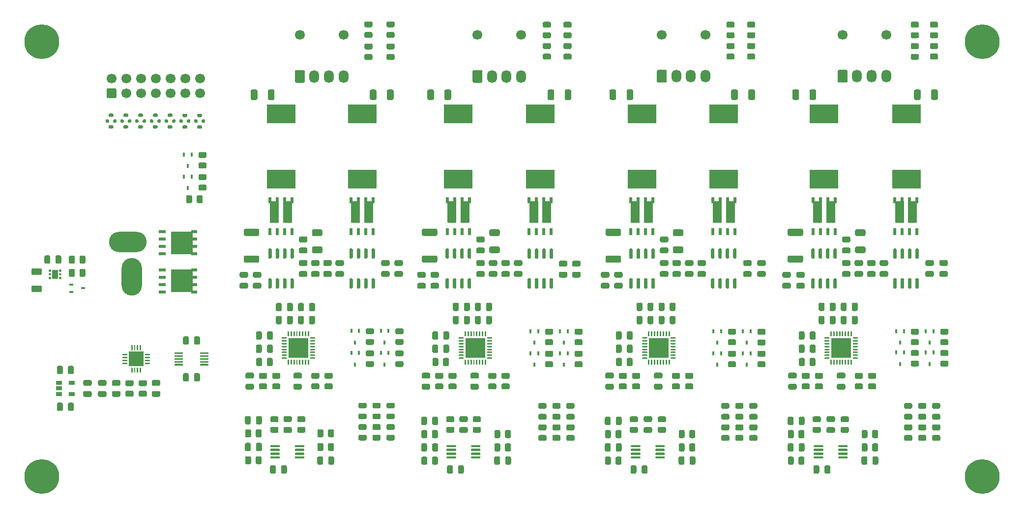
<source format=gbr>
%TF.GenerationSoftware,KiCad,Pcbnew,(5.1.8-0-10_14)*%
%TF.CreationDate,2021-05-08T00:18:42-07:00*%
%TF.ProjectId,TEC,5445432e-6b69-4636-9164-5f7063625858,A*%
%TF.SameCoordinates,Original*%
%TF.FileFunction,Soldermask,Top*%
%TF.FilePolarity,Negative*%
%FSLAX46Y46*%
G04 Gerber Fmt 4.6, Leading zero omitted, Abs format (unit mm)*
G04 Created by KiCad (PCBNEW (5.1.8-0-10_14)) date 2021-05-08 00:18:42*
%MOMM*%
%LPD*%
G01*
G04 APERTURE LIST*
%ADD10R,2.600000X2.600000*%
%ADD11C,1.700000*%
%ADD12R,1.000000X1.600000*%
%ADD13R,3.450000X3.450000*%
%ADD14R,1.650000X3.810000*%
%ADD15R,0.610000X1.020000*%
%ADD16R,0.610000X1.270000*%
%ADD17R,0.450000X0.700000*%
%ADD18R,5.000000X3.250000*%
%ADD19O,1.700000X2.200000*%
%ADD20C,0.800000*%
%ADD21C,6.000000*%
%ADD22R,1.060000X0.650000*%
%ADD23R,3.810000X3.910000*%
%ADD24R,1.020000X0.610000*%
%ADD25R,1.270000X0.610000*%
%ADD26R,0.700000X0.450000*%
%ADD27O,6.500000X3.500000*%
%ADD28O,3.500000X6.500000*%
G04 APERTURE END LIST*
D10*
%TO.C,U2*%
X71247000Y-124714000D03*
G36*
G01*
X70372000Y-123151500D02*
X70372000Y-122401500D01*
G75*
G02*
X70434500Y-122339000I62500J0D01*
G01*
X70559500Y-122339000D01*
G75*
G02*
X70622000Y-122401500I0J-62500D01*
G01*
X70622000Y-123151500D01*
G75*
G02*
X70559500Y-123214000I-62500J0D01*
G01*
X70434500Y-123214000D01*
G75*
G02*
X70372000Y-123151500I0J62500D01*
G01*
G37*
G36*
G01*
X70872000Y-123151500D02*
X70872000Y-122401500D01*
G75*
G02*
X70934500Y-122339000I62500J0D01*
G01*
X71059500Y-122339000D01*
G75*
G02*
X71122000Y-122401500I0J-62500D01*
G01*
X71122000Y-123151500D01*
G75*
G02*
X71059500Y-123214000I-62500J0D01*
G01*
X70934500Y-123214000D01*
G75*
G02*
X70872000Y-123151500I0J62500D01*
G01*
G37*
G36*
G01*
X71372000Y-123151500D02*
X71372000Y-122401500D01*
G75*
G02*
X71434500Y-122339000I62500J0D01*
G01*
X71559500Y-122339000D01*
G75*
G02*
X71622000Y-122401500I0J-62500D01*
G01*
X71622000Y-123151500D01*
G75*
G02*
X71559500Y-123214000I-62500J0D01*
G01*
X71434500Y-123214000D01*
G75*
G02*
X71372000Y-123151500I0J62500D01*
G01*
G37*
G36*
G01*
X71872000Y-123151500D02*
X71872000Y-122401500D01*
G75*
G02*
X71934500Y-122339000I62500J0D01*
G01*
X72059500Y-122339000D01*
G75*
G02*
X72122000Y-122401500I0J-62500D01*
G01*
X72122000Y-123151500D01*
G75*
G02*
X72059500Y-123214000I-62500J0D01*
G01*
X71934500Y-123214000D01*
G75*
G02*
X71872000Y-123151500I0J62500D01*
G01*
G37*
G36*
G01*
X72747000Y-124026500D02*
X72747000Y-123901500D01*
G75*
G02*
X72809500Y-123839000I62500J0D01*
G01*
X73559500Y-123839000D01*
G75*
G02*
X73622000Y-123901500I0J-62500D01*
G01*
X73622000Y-124026500D01*
G75*
G02*
X73559500Y-124089000I-62500J0D01*
G01*
X72809500Y-124089000D01*
G75*
G02*
X72747000Y-124026500I0J62500D01*
G01*
G37*
G36*
G01*
X72747000Y-124526500D02*
X72747000Y-124401500D01*
G75*
G02*
X72809500Y-124339000I62500J0D01*
G01*
X73559500Y-124339000D01*
G75*
G02*
X73622000Y-124401500I0J-62500D01*
G01*
X73622000Y-124526500D01*
G75*
G02*
X73559500Y-124589000I-62500J0D01*
G01*
X72809500Y-124589000D01*
G75*
G02*
X72747000Y-124526500I0J62500D01*
G01*
G37*
G36*
G01*
X72747000Y-125026500D02*
X72747000Y-124901500D01*
G75*
G02*
X72809500Y-124839000I62500J0D01*
G01*
X73559500Y-124839000D01*
G75*
G02*
X73622000Y-124901500I0J-62500D01*
G01*
X73622000Y-125026500D01*
G75*
G02*
X73559500Y-125089000I-62500J0D01*
G01*
X72809500Y-125089000D01*
G75*
G02*
X72747000Y-125026500I0J62500D01*
G01*
G37*
G36*
G01*
X72747000Y-125526500D02*
X72747000Y-125401500D01*
G75*
G02*
X72809500Y-125339000I62500J0D01*
G01*
X73559500Y-125339000D01*
G75*
G02*
X73622000Y-125401500I0J-62500D01*
G01*
X73622000Y-125526500D01*
G75*
G02*
X73559500Y-125589000I-62500J0D01*
G01*
X72809500Y-125589000D01*
G75*
G02*
X72747000Y-125526500I0J62500D01*
G01*
G37*
G36*
G01*
X71872000Y-127026500D02*
X71872000Y-126276500D01*
G75*
G02*
X71934500Y-126214000I62500J0D01*
G01*
X72059500Y-126214000D01*
G75*
G02*
X72122000Y-126276500I0J-62500D01*
G01*
X72122000Y-127026500D01*
G75*
G02*
X72059500Y-127089000I-62500J0D01*
G01*
X71934500Y-127089000D01*
G75*
G02*
X71872000Y-127026500I0J62500D01*
G01*
G37*
G36*
G01*
X71372000Y-127026500D02*
X71372000Y-126276500D01*
G75*
G02*
X71434500Y-126214000I62500J0D01*
G01*
X71559500Y-126214000D01*
G75*
G02*
X71622000Y-126276500I0J-62500D01*
G01*
X71622000Y-127026500D01*
G75*
G02*
X71559500Y-127089000I-62500J0D01*
G01*
X71434500Y-127089000D01*
G75*
G02*
X71372000Y-127026500I0J62500D01*
G01*
G37*
G36*
G01*
X70872000Y-127026500D02*
X70872000Y-126276500D01*
G75*
G02*
X70934500Y-126214000I62500J0D01*
G01*
X71059500Y-126214000D01*
G75*
G02*
X71122000Y-126276500I0J-62500D01*
G01*
X71122000Y-127026500D01*
G75*
G02*
X71059500Y-127089000I-62500J0D01*
G01*
X70934500Y-127089000D01*
G75*
G02*
X70872000Y-127026500I0J62500D01*
G01*
G37*
G36*
G01*
X70372000Y-127026500D02*
X70372000Y-126276500D01*
G75*
G02*
X70434500Y-126214000I62500J0D01*
G01*
X70559500Y-126214000D01*
G75*
G02*
X70622000Y-126276500I0J-62500D01*
G01*
X70622000Y-127026500D01*
G75*
G02*
X70559500Y-127089000I-62500J0D01*
G01*
X70434500Y-127089000D01*
G75*
G02*
X70372000Y-127026500I0J62500D01*
G01*
G37*
G36*
G01*
X68872000Y-125526500D02*
X68872000Y-125401500D01*
G75*
G02*
X68934500Y-125339000I62500J0D01*
G01*
X69684500Y-125339000D01*
G75*
G02*
X69747000Y-125401500I0J-62500D01*
G01*
X69747000Y-125526500D01*
G75*
G02*
X69684500Y-125589000I-62500J0D01*
G01*
X68934500Y-125589000D01*
G75*
G02*
X68872000Y-125526500I0J62500D01*
G01*
G37*
G36*
G01*
X68872000Y-125026500D02*
X68872000Y-124901500D01*
G75*
G02*
X68934500Y-124839000I62500J0D01*
G01*
X69684500Y-124839000D01*
G75*
G02*
X69747000Y-124901500I0J-62500D01*
G01*
X69747000Y-125026500D01*
G75*
G02*
X69684500Y-125089000I-62500J0D01*
G01*
X68934500Y-125089000D01*
G75*
G02*
X68872000Y-125026500I0J62500D01*
G01*
G37*
G36*
G01*
X68872000Y-124526500D02*
X68872000Y-124401500D01*
G75*
G02*
X68934500Y-124339000I62500J0D01*
G01*
X69684500Y-124339000D01*
G75*
G02*
X69747000Y-124401500I0J-62500D01*
G01*
X69747000Y-124526500D01*
G75*
G02*
X69684500Y-124589000I-62500J0D01*
G01*
X68934500Y-124589000D01*
G75*
G02*
X68872000Y-124526500I0J62500D01*
G01*
G37*
G36*
G01*
X68872000Y-124026500D02*
X68872000Y-123901500D01*
G75*
G02*
X68934500Y-123839000I62500J0D01*
G01*
X69684500Y-123839000D01*
G75*
G02*
X69747000Y-123901500I0J-62500D01*
G01*
X69747000Y-124026500D01*
G75*
G02*
X69684500Y-124089000I-62500J0D01*
G01*
X68934500Y-124089000D01*
G75*
G02*
X68872000Y-124026500I0J62500D01*
G01*
G37*
%TD*%
D11*
%TO.C,J2*%
X82240000Y-76327000D03*
X79700000Y-76327000D03*
X77160000Y-76327000D03*
X74620000Y-76327000D03*
X72080000Y-76327000D03*
X69540000Y-76327000D03*
X67000000Y-76327000D03*
X82240000Y-78867000D03*
X79700000Y-78867000D03*
X77160000Y-78867000D03*
X74620000Y-78867000D03*
X72080000Y-78867000D03*
X69540000Y-78867000D03*
G36*
G01*
X67600000Y-79717000D02*
X66400000Y-79717000D01*
G75*
G02*
X66150000Y-79467000I0J250000D01*
G01*
X66150000Y-78267000D01*
G75*
G02*
X66400000Y-78017000I250000J0D01*
G01*
X67600000Y-78017000D01*
G75*
G02*
X67850000Y-78267000I0J-250000D01*
G01*
X67850000Y-79467000D01*
G75*
G02*
X67600000Y-79717000I-250000J0D01*
G01*
G37*
%TD*%
D12*
%TO.C,U8*%
X57277000Y-110109000D03*
G36*
G01*
X57977000Y-109565250D02*
X57977000Y-109352750D01*
G75*
G02*
X58070750Y-109259000I93750J0D01*
G01*
X58258250Y-109259000D01*
G75*
G02*
X58352000Y-109352750I0J-93750D01*
G01*
X58352000Y-109565250D01*
G75*
G02*
X58258250Y-109659000I-93750J0D01*
G01*
X58070750Y-109659000D01*
G75*
G02*
X57977000Y-109565250I0J93750D01*
G01*
G37*
G36*
G01*
X57977000Y-110215250D02*
X57977000Y-110002750D01*
G75*
G02*
X58070750Y-109909000I93750J0D01*
G01*
X58258250Y-109909000D01*
G75*
G02*
X58352000Y-110002750I0J-93750D01*
G01*
X58352000Y-110215250D01*
G75*
G02*
X58258250Y-110309000I-93750J0D01*
G01*
X58070750Y-110309000D01*
G75*
G02*
X57977000Y-110215250I0J93750D01*
G01*
G37*
G36*
G01*
X57977000Y-110865250D02*
X57977000Y-110652750D01*
G75*
G02*
X58070750Y-110559000I93750J0D01*
G01*
X58258250Y-110559000D01*
G75*
G02*
X58352000Y-110652750I0J-93750D01*
G01*
X58352000Y-110865250D01*
G75*
G02*
X58258250Y-110959000I-93750J0D01*
G01*
X58070750Y-110959000D01*
G75*
G02*
X57977000Y-110865250I0J93750D01*
G01*
G37*
G36*
G01*
X56202000Y-110865250D02*
X56202000Y-110652750D01*
G75*
G02*
X56295750Y-110559000I93750J0D01*
G01*
X56483250Y-110559000D01*
G75*
G02*
X56577000Y-110652750I0J-93750D01*
G01*
X56577000Y-110865250D01*
G75*
G02*
X56483250Y-110959000I-93750J0D01*
G01*
X56295750Y-110959000D01*
G75*
G02*
X56202000Y-110865250I0J93750D01*
G01*
G37*
G36*
G01*
X56202000Y-110215250D02*
X56202000Y-110002750D01*
G75*
G02*
X56295750Y-109909000I93750J0D01*
G01*
X56483250Y-109909000D01*
G75*
G02*
X56577000Y-110002750I0J-93750D01*
G01*
X56577000Y-110215250D01*
G75*
G02*
X56483250Y-110309000I-93750J0D01*
G01*
X56295750Y-110309000D01*
G75*
G02*
X56202000Y-110215250I0J93750D01*
G01*
G37*
G36*
G01*
X56202000Y-109565250D02*
X56202000Y-109352750D01*
G75*
G02*
X56295750Y-109259000I93750J0D01*
G01*
X56483250Y-109259000D01*
G75*
G02*
X56577000Y-109352750I0J-93750D01*
G01*
X56577000Y-109565250D01*
G75*
G02*
X56483250Y-109659000I-93750J0D01*
G01*
X56295750Y-109659000D01*
G75*
G02*
X56202000Y-109565250I0J93750D01*
G01*
G37*
%TD*%
%TO.C,C35*%
G36*
G01*
X54752001Y-110225000D02*
X53451999Y-110225000D01*
G75*
G02*
X53202000Y-109975001I0J249999D01*
G01*
X53202000Y-109324999D01*
G75*
G02*
X53451999Y-109075000I249999J0D01*
G01*
X54752001Y-109075000D01*
G75*
G02*
X55002000Y-109324999I0J-249999D01*
G01*
X55002000Y-109975001D01*
G75*
G02*
X54752001Y-110225000I-249999J0D01*
G01*
G37*
G36*
G01*
X54752001Y-113175000D02*
X53451999Y-113175000D01*
G75*
G02*
X53202000Y-112925001I0J249999D01*
G01*
X53202000Y-112274999D01*
G75*
G02*
X53451999Y-112025000I249999J0D01*
G01*
X54752001Y-112025000D01*
G75*
G02*
X55002000Y-112274999I0J-249999D01*
G01*
X55002000Y-112925001D01*
G75*
G02*
X54752001Y-113175000I-249999J0D01*
G01*
G37*
%TD*%
%TO.C,C34*%
G36*
G01*
X56446000Y-107094000D02*
X56446000Y-108044000D01*
G75*
G02*
X56196000Y-108294000I-250000J0D01*
G01*
X55696000Y-108294000D01*
G75*
G02*
X55446000Y-108044000I0J250000D01*
G01*
X55446000Y-107094000D01*
G75*
G02*
X55696000Y-106844000I250000J0D01*
G01*
X56196000Y-106844000D01*
G75*
G02*
X56446000Y-107094000I0J-250000D01*
G01*
G37*
G36*
G01*
X58346000Y-107094000D02*
X58346000Y-108044000D01*
G75*
G02*
X58096000Y-108294000I-250000J0D01*
G01*
X57596000Y-108294000D01*
G75*
G02*
X57346000Y-108044000I0J250000D01*
G01*
X57346000Y-107094000D01*
G75*
G02*
X57596000Y-106844000I250000J0D01*
G01*
X58096000Y-106844000D01*
G75*
G02*
X58346000Y-107094000I0J-250000D01*
G01*
G37*
%TD*%
%TO.C,U20*%
G36*
G01*
X202080000Y-107409000D02*
X201780000Y-107409000D01*
G75*
G02*
X201630000Y-107259000I0J150000D01*
G01*
X201630000Y-105809000D01*
G75*
G02*
X201780000Y-105659000I150000J0D01*
G01*
X202080000Y-105659000D01*
G75*
G02*
X202230000Y-105809000I0J-150000D01*
G01*
X202230000Y-107259000D01*
G75*
G02*
X202080000Y-107409000I-150000J0D01*
G01*
G37*
G36*
G01*
X203350000Y-107409000D02*
X203050000Y-107409000D01*
G75*
G02*
X202900000Y-107259000I0J150000D01*
G01*
X202900000Y-105809000D01*
G75*
G02*
X203050000Y-105659000I150000J0D01*
G01*
X203350000Y-105659000D01*
G75*
G02*
X203500000Y-105809000I0J-150000D01*
G01*
X203500000Y-107259000D01*
G75*
G02*
X203350000Y-107409000I-150000J0D01*
G01*
G37*
G36*
G01*
X204620000Y-107409000D02*
X204320000Y-107409000D01*
G75*
G02*
X204170000Y-107259000I0J150000D01*
G01*
X204170000Y-105809000D01*
G75*
G02*
X204320000Y-105659000I150000J0D01*
G01*
X204620000Y-105659000D01*
G75*
G02*
X204770000Y-105809000I0J-150000D01*
G01*
X204770000Y-107259000D01*
G75*
G02*
X204620000Y-107409000I-150000J0D01*
G01*
G37*
G36*
G01*
X205890000Y-107409000D02*
X205590000Y-107409000D01*
G75*
G02*
X205440000Y-107259000I0J150000D01*
G01*
X205440000Y-105809000D01*
G75*
G02*
X205590000Y-105659000I150000J0D01*
G01*
X205890000Y-105659000D01*
G75*
G02*
X206040000Y-105809000I0J-150000D01*
G01*
X206040000Y-107259000D01*
G75*
G02*
X205890000Y-107409000I-150000J0D01*
G01*
G37*
G36*
G01*
X205890000Y-112559000D02*
X205590000Y-112559000D01*
G75*
G02*
X205440000Y-112409000I0J150000D01*
G01*
X205440000Y-110959000D01*
G75*
G02*
X205590000Y-110809000I150000J0D01*
G01*
X205890000Y-110809000D01*
G75*
G02*
X206040000Y-110959000I0J-150000D01*
G01*
X206040000Y-112409000D01*
G75*
G02*
X205890000Y-112559000I-150000J0D01*
G01*
G37*
G36*
G01*
X204620000Y-112559000D02*
X204320000Y-112559000D01*
G75*
G02*
X204170000Y-112409000I0J150000D01*
G01*
X204170000Y-110959000D01*
G75*
G02*
X204320000Y-110809000I150000J0D01*
G01*
X204620000Y-110809000D01*
G75*
G02*
X204770000Y-110959000I0J-150000D01*
G01*
X204770000Y-112409000D01*
G75*
G02*
X204620000Y-112559000I-150000J0D01*
G01*
G37*
G36*
G01*
X203350000Y-112559000D02*
X203050000Y-112559000D01*
G75*
G02*
X202900000Y-112409000I0J150000D01*
G01*
X202900000Y-110959000D01*
G75*
G02*
X203050000Y-110809000I150000J0D01*
G01*
X203350000Y-110809000D01*
G75*
G02*
X203500000Y-110959000I0J-150000D01*
G01*
X203500000Y-112409000D01*
G75*
G02*
X203350000Y-112559000I-150000J0D01*
G01*
G37*
G36*
G01*
X202080000Y-112559000D02*
X201780000Y-112559000D01*
G75*
G02*
X201630000Y-112409000I0J150000D01*
G01*
X201630000Y-110959000D01*
G75*
G02*
X201780000Y-110809000I150000J0D01*
G01*
X202080000Y-110809000D01*
G75*
G02*
X202230000Y-110959000I0J-150000D01*
G01*
X202230000Y-112409000D01*
G75*
G02*
X202080000Y-112559000I-150000J0D01*
G01*
G37*
%TD*%
%TO.C,U19*%
G36*
G01*
X187983000Y-107409000D02*
X187683000Y-107409000D01*
G75*
G02*
X187533000Y-107259000I0J150000D01*
G01*
X187533000Y-105809000D01*
G75*
G02*
X187683000Y-105659000I150000J0D01*
G01*
X187983000Y-105659000D01*
G75*
G02*
X188133000Y-105809000I0J-150000D01*
G01*
X188133000Y-107259000D01*
G75*
G02*
X187983000Y-107409000I-150000J0D01*
G01*
G37*
G36*
G01*
X189253000Y-107409000D02*
X188953000Y-107409000D01*
G75*
G02*
X188803000Y-107259000I0J150000D01*
G01*
X188803000Y-105809000D01*
G75*
G02*
X188953000Y-105659000I150000J0D01*
G01*
X189253000Y-105659000D01*
G75*
G02*
X189403000Y-105809000I0J-150000D01*
G01*
X189403000Y-107259000D01*
G75*
G02*
X189253000Y-107409000I-150000J0D01*
G01*
G37*
G36*
G01*
X190523000Y-107409000D02*
X190223000Y-107409000D01*
G75*
G02*
X190073000Y-107259000I0J150000D01*
G01*
X190073000Y-105809000D01*
G75*
G02*
X190223000Y-105659000I150000J0D01*
G01*
X190523000Y-105659000D01*
G75*
G02*
X190673000Y-105809000I0J-150000D01*
G01*
X190673000Y-107259000D01*
G75*
G02*
X190523000Y-107409000I-150000J0D01*
G01*
G37*
G36*
G01*
X191793000Y-107409000D02*
X191493000Y-107409000D01*
G75*
G02*
X191343000Y-107259000I0J150000D01*
G01*
X191343000Y-105809000D01*
G75*
G02*
X191493000Y-105659000I150000J0D01*
G01*
X191793000Y-105659000D01*
G75*
G02*
X191943000Y-105809000I0J-150000D01*
G01*
X191943000Y-107259000D01*
G75*
G02*
X191793000Y-107409000I-150000J0D01*
G01*
G37*
G36*
G01*
X191793000Y-112559000D02*
X191493000Y-112559000D01*
G75*
G02*
X191343000Y-112409000I0J150000D01*
G01*
X191343000Y-110959000D01*
G75*
G02*
X191493000Y-110809000I150000J0D01*
G01*
X191793000Y-110809000D01*
G75*
G02*
X191943000Y-110959000I0J-150000D01*
G01*
X191943000Y-112409000D01*
G75*
G02*
X191793000Y-112559000I-150000J0D01*
G01*
G37*
G36*
G01*
X190523000Y-112559000D02*
X190223000Y-112559000D01*
G75*
G02*
X190073000Y-112409000I0J150000D01*
G01*
X190073000Y-110959000D01*
G75*
G02*
X190223000Y-110809000I150000J0D01*
G01*
X190523000Y-110809000D01*
G75*
G02*
X190673000Y-110959000I0J-150000D01*
G01*
X190673000Y-112409000D01*
G75*
G02*
X190523000Y-112559000I-150000J0D01*
G01*
G37*
G36*
G01*
X189253000Y-112559000D02*
X188953000Y-112559000D01*
G75*
G02*
X188803000Y-112409000I0J150000D01*
G01*
X188803000Y-110959000D01*
G75*
G02*
X188953000Y-110809000I150000J0D01*
G01*
X189253000Y-110809000D01*
G75*
G02*
X189403000Y-110959000I0J-150000D01*
G01*
X189403000Y-112409000D01*
G75*
G02*
X189253000Y-112559000I-150000J0D01*
G01*
G37*
G36*
G01*
X187983000Y-112559000D02*
X187683000Y-112559000D01*
G75*
G02*
X187533000Y-112409000I0J150000D01*
G01*
X187533000Y-110959000D01*
G75*
G02*
X187683000Y-110809000I150000J0D01*
G01*
X187983000Y-110809000D01*
G75*
G02*
X188133000Y-110959000I0J-150000D01*
G01*
X188133000Y-112409000D01*
G75*
G02*
X187983000Y-112559000I-150000J0D01*
G01*
G37*
%TD*%
D13*
%TO.C,U18*%
X192663000Y-122825000D03*
G36*
G01*
X190600500Y-124700000D02*
X189850500Y-124700000D01*
G75*
G02*
X189788000Y-124637500I0J62500D01*
G01*
X189788000Y-124512500D01*
G75*
G02*
X189850500Y-124450000I62500J0D01*
G01*
X190600500Y-124450000D01*
G75*
G02*
X190663000Y-124512500I0J-62500D01*
G01*
X190663000Y-124637500D01*
G75*
G02*
X190600500Y-124700000I-62500J0D01*
G01*
G37*
G36*
G01*
X190600500Y-124200000D02*
X189850500Y-124200000D01*
G75*
G02*
X189788000Y-124137500I0J62500D01*
G01*
X189788000Y-124012500D01*
G75*
G02*
X189850500Y-123950000I62500J0D01*
G01*
X190600500Y-123950000D01*
G75*
G02*
X190663000Y-124012500I0J-62500D01*
G01*
X190663000Y-124137500D01*
G75*
G02*
X190600500Y-124200000I-62500J0D01*
G01*
G37*
G36*
G01*
X190600500Y-123700000D02*
X189850500Y-123700000D01*
G75*
G02*
X189788000Y-123637500I0J62500D01*
G01*
X189788000Y-123512500D01*
G75*
G02*
X189850500Y-123450000I62500J0D01*
G01*
X190600500Y-123450000D01*
G75*
G02*
X190663000Y-123512500I0J-62500D01*
G01*
X190663000Y-123637500D01*
G75*
G02*
X190600500Y-123700000I-62500J0D01*
G01*
G37*
G36*
G01*
X190600500Y-123200000D02*
X189850500Y-123200000D01*
G75*
G02*
X189788000Y-123137500I0J62500D01*
G01*
X189788000Y-123012500D01*
G75*
G02*
X189850500Y-122950000I62500J0D01*
G01*
X190600500Y-122950000D01*
G75*
G02*
X190663000Y-123012500I0J-62500D01*
G01*
X190663000Y-123137500D01*
G75*
G02*
X190600500Y-123200000I-62500J0D01*
G01*
G37*
G36*
G01*
X190600500Y-122700000D02*
X189850500Y-122700000D01*
G75*
G02*
X189788000Y-122637500I0J62500D01*
G01*
X189788000Y-122512500D01*
G75*
G02*
X189850500Y-122450000I62500J0D01*
G01*
X190600500Y-122450000D01*
G75*
G02*
X190663000Y-122512500I0J-62500D01*
G01*
X190663000Y-122637500D01*
G75*
G02*
X190600500Y-122700000I-62500J0D01*
G01*
G37*
G36*
G01*
X190600500Y-122200000D02*
X189850500Y-122200000D01*
G75*
G02*
X189788000Y-122137500I0J62500D01*
G01*
X189788000Y-122012500D01*
G75*
G02*
X189850500Y-121950000I62500J0D01*
G01*
X190600500Y-121950000D01*
G75*
G02*
X190663000Y-122012500I0J-62500D01*
G01*
X190663000Y-122137500D01*
G75*
G02*
X190600500Y-122200000I-62500J0D01*
G01*
G37*
G36*
G01*
X190600500Y-121700000D02*
X189850500Y-121700000D01*
G75*
G02*
X189788000Y-121637500I0J62500D01*
G01*
X189788000Y-121512500D01*
G75*
G02*
X189850500Y-121450000I62500J0D01*
G01*
X190600500Y-121450000D01*
G75*
G02*
X190663000Y-121512500I0J-62500D01*
G01*
X190663000Y-121637500D01*
G75*
G02*
X190600500Y-121700000I-62500J0D01*
G01*
G37*
G36*
G01*
X190600500Y-121200000D02*
X189850500Y-121200000D01*
G75*
G02*
X189788000Y-121137500I0J62500D01*
G01*
X189788000Y-121012500D01*
G75*
G02*
X189850500Y-120950000I62500J0D01*
G01*
X190600500Y-120950000D01*
G75*
G02*
X190663000Y-121012500I0J-62500D01*
G01*
X190663000Y-121137500D01*
G75*
G02*
X190600500Y-121200000I-62500J0D01*
G01*
G37*
G36*
G01*
X190975500Y-120825000D02*
X190850500Y-120825000D01*
G75*
G02*
X190788000Y-120762500I0J62500D01*
G01*
X190788000Y-120012500D01*
G75*
G02*
X190850500Y-119950000I62500J0D01*
G01*
X190975500Y-119950000D01*
G75*
G02*
X191038000Y-120012500I0J-62500D01*
G01*
X191038000Y-120762500D01*
G75*
G02*
X190975500Y-120825000I-62500J0D01*
G01*
G37*
G36*
G01*
X191475500Y-120825000D02*
X191350500Y-120825000D01*
G75*
G02*
X191288000Y-120762500I0J62500D01*
G01*
X191288000Y-120012500D01*
G75*
G02*
X191350500Y-119950000I62500J0D01*
G01*
X191475500Y-119950000D01*
G75*
G02*
X191538000Y-120012500I0J-62500D01*
G01*
X191538000Y-120762500D01*
G75*
G02*
X191475500Y-120825000I-62500J0D01*
G01*
G37*
G36*
G01*
X191975500Y-120825000D02*
X191850500Y-120825000D01*
G75*
G02*
X191788000Y-120762500I0J62500D01*
G01*
X191788000Y-120012500D01*
G75*
G02*
X191850500Y-119950000I62500J0D01*
G01*
X191975500Y-119950000D01*
G75*
G02*
X192038000Y-120012500I0J-62500D01*
G01*
X192038000Y-120762500D01*
G75*
G02*
X191975500Y-120825000I-62500J0D01*
G01*
G37*
G36*
G01*
X192475500Y-120825000D02*
X192350500Y-120825000D01*
G75*
G02*
X192288000Y-120762500I0J62500D01*
G01*
X192288000Y-120012500D01*
G75*
G02*
X192350500Y-119950000I62500J0D01*
G01*
X192475500Y-119950000D01*
G75*
G02*
X192538000Y-120012500I0J-62500D01*
G01*
X192538000Y-120762500D01*
G75*
G02*
X192475500Y-120825000I-62500J0D01*
G01*
G37*
G36*
G01*
X192975500Y-120825000D02*
X192850500Y-120825000D01*
G75*
G02*
X192788000Y-120762500I0J62500D01*
G01*
X192788000Y-120012500D01*
G75*
G02*
X192850500Y-119950000I62500J0D01*
G01*
X192975500Y-119950000D01*
G75*
G02*
X193038000Y-120012500I0J-62500D01*
G01*
X193038000Y-120762500D01*
G75*
G02*
X192975500Y-120825000I-62500J0D01*
G01*
G37*
G36*
G01*
X193475500Y-120825000D02*
X193350500Y-120825000D01*
G75*
G02*
X193288000Y-120762500I0J62500D01*
G01*
X193288000Y-120012500D01*
G75*
G02*
X193350500Y-119950000I62500J0D01*
G01*
X193475500Y-119950000D01*
G75*
G02*
X193538000Y-120012500I0J-62500D01*
G01*
X193538000Y-120762500D01*
G75*
G02*
X193475500Y-120825000I-62500J0D01*
G01*
G37*
G36*
G01*
X193975500Y-120825000D02*
X193850500Y-120825000D01*
G75*
G02*
X193788000Y-120762500I0J62500D01*
G01*
X193788000Y-120012500D01*
G75*
G02*
X193850500Y-119950000I62500J0D01*
G01*
X193975500Y-119950000D01*
G75*
G02*
X194038000Y-120012500I0J-62500D01*
G01*
X194038000Y-120762500D01*
G75*
G02*
X193975500Y-120825000I-62500J0D01*
G01*
G37*
G36*
G01*
X194475500Y-120825000D02*
X194350500Y-120825000D01*
G75*
G02*
X194288000Y-120762500I0J62500D01*
G01*
X194288000Y-120012500D01*
G75*
G02*
X194350500Y-119950000I62500J0D01*
G01*
X194475500Y-119950000D01*
G75*
G02*
X194538000Y-120012500I0J-62500D01*
G01*
X194538000Y-120762500D01*
G75*
G02*
X194475500Y-120825000I-62500J0D01*
G01*
G37*
G36*
G01*
X195475500Y-121200000D02*
X194725500Y-121200000D01*
G75*
G02*
X194663000Y-121137500I0J62500D01*
G01*
X194663000Y-121012500D01*
G75*
G02*
X194725500Y-120950000I62500J0D01*
G01*
X195475500Y-120950000D01*
G75*
G02*
X195538000Y-121012500I0J-62500D01*
G01*
X195538000Y-121137500D01*
G75*
G02*
X195475500Y-121200000I-62500J0D01*
G01*
G37*
G36*
G01*
X195475500Y-121700000D02*
X194725500Y-121700000D01*
G75*
G02*
X194663000Y-121637500I0J62500D01*
G01*
X194663000Y-121512500D01*
G75*
G02*
X194725500Y-121450000I62500J0D01*
G01*
X195475500Y-121450000D01*
G75*
G02*
X195538000Y-121512500I0J-62500D01*
G01*
X195538000Y-121637500D01*
G75*
G02*
X195475500Y-121700000I-62500J0D01*
G01*
G37*
G36*
G01*
X195475500Y-122200000D02*
X194725500Y-122200000D01*
G75*
G02*
X194663000Y-122137500I0J62500D01*
G01*
X194663000Y-122012500D01*
G75*
G02*
X194725500Y-121950000I62500J0D01*
G01*
X195475500Y-121950000D01*
G75*
G02*
X195538000Y-122012500I0J-62500D01*
G01*
X195538000Y-122137500D01*
G75*
G02*
X195475500Y-122200000I-62500J0D01*
G01*
G37*
G36*
G01*
X195475500Y-122700000D02*
X194725500Y-122700000D01*
G75*
G02*
X194663000Y-122637500I0J62500D01*
G01*
X194663000Y-122512500D01*
G75*
G02*
X194725500Y-122450000I62500J0D01*
G01*
X195475500Y-122450000D01*
G75*
G02*
X195538000Y-122512500I0J-62500D01*
G01*
X195538000Y-122637500D01*
G75*
G02*
X195475500Y-122700000I-62500J0D01*
G01*
G37*
G36*
G01*
X195475500Y-123200000D02*
X194725500Y-123200000D01*
G75*
G02*
X194663000Y-123137500I0J62500D01*
G01*
X194663000Y-123012500D01*
G75*
G02*
X194725500Y-122950000I62500J0D01*
G01*
X195475500Y-122950000D01*
G75*
G02*
X195538000Y-123012500I0J-62500D01*
G01*
X195538000Y-123137500D01*
G75*
G02*
X195475500Y-123200000I-62500J0D01*
G01*
G37*
G36*
G01*
X195475500Y-123700000D02*
X194725500Y-123700000D01*
G75*
G02*
X194663000Y-123637500I0J62500D01*
G01*
X194663000Y-123512500D01*
G75*
G02*
X194725500Y-123450000I62500J0D01*
G01*
X195475500Y-123450000D01*
G75*
G02*
X195538000Y-123512500I0J-62500D01*
G01*
X195538000Y-123637500D01*
G75*
G02*
X195475500Y-123700000I-62500J0D01*
G01*
G37*
G36*
G01*
X195475500Y-124200000D02*
X194725500Y-124200000D01*
G75*
G02*
X194663000Y-124137500I0J62500D01*
G01*
X194663000Y-124012500D01*
G75*
G02*
X194725500Y-123950000I62500J0D01*
G01*
X195475500Y-123950000D01*
G75*
G02*
X195538000Y-124012500I0J-62500D01*
G01*
X195538000Y-124137500D01*
G75*
G02*
X195475500Y-124200000I-62500J0D01*
G01*
G37*
G36*
G01*
X195475500Y-124700000D02*
X194725500Y-124700000D01*
G75*
G02*
X194663000Y-124637500I0J62500D01*
G01*
X194663000Y-124512500D01*
G75*
G02*
X194725500Y-124450000I62500J0D01*
G01*
X195475500Y-124450000D01*
G75*
G02*
X195538000Y-124512500I0J-62500D01*
G01*
X195538000Y-124637500D01*
G75*
G02*
X195475500Y-124700000I-62500J0D01*
G01*
G37*
G36*
G01*
X194475500Y-125700000D02*
X194350500Y-125700000D01*
G75*
G02*
X194288000Y-125637500I0J62500D01*
G01*
X194288000Y-124887500D01*
G75*
G02*
X194350500Y-124825000I62500J0D01*
G01*
X194475500Y-124825000D01*
G75*
G02*
X194538000Y-124887500I0J-62500D01*
G01*
X194538000Y-125637500D01*
G75*
G02*
X194475500Y-125700000I-62500J0D01*
G01*
G37*
G36*
G01*
X193975500Y-125700000D02*
X193850500Y-125700000D01*
G75*
G02*
X193788000Y-125637500I0J62500D01*
G01*
X193788000Y-124887500D01*
G75*
G02*
X193850500Y-124825000I62500J0D01*
G01*
X193975500Y-124825000D01*
G75*
G02*
X194038000Y-124887500I0J-62500D01*
G01*
X194038000Y-125637500D01*
G75*
G02*
X193975500Y-125700000I-62500J0D01*
G01*
G37*
G36*
G01*
X193475500Y-125700000D02*
X193350500Y-125700000D01*
G75*
G02*
X193288000Y-125637500I0J62500D01*
G01*
X193288000Y-124887500D01*
G75*
G02*
X193350500Y-124825000I62500J0D01*
G01*
X193475500Y-124825000D01*
G75*
G02*
X193538000Y-124887500I0J-62500D01*
G01*
X193538000Y-125637500D01*
G75*
G02*
X193475500Y-125700000I-62500J0D01*
G01*
G37*
G36*
G01*
X192975500Y-125700000D02*
X192850500Y-125700000D01*
G75*
G02*
X192788000Y-125637500I0J62500D01*
G01*
X192788000Y-124887500D01*
G75*
G02*
X192850500Y-124825000I62500J0D01*
G01*
X192975500Y-124825000D01*
G75*
G02*
X193038000Y-124887500I0J-62500D01*
G01*
X193038000Y-125637500D01*
G75*
G02*
X192975500Y-125700000I-62500J0D01*
G01*
G37*
G36*
G01*
X192475500Y-125700000D02*
X192350500Y-125700000D01*
G75*
G02*
X192288000Y-125637500I0J62500D01*
G01*
X192288000Y-124887500D01*
G75*
G02*
X192350500Y-124825000I62500J0D01*
G01*
X192475500Y-124825000D01*
G75*
G02*
X192538000Y-124887500I0J-62500D01*
G01*
X192538000Y-125637500D01*
G75*
G02*
X192475500Y-125700000I-62500J0D01*
G01*
G37*
G36*
G01*
X191975500Y-125700000D02*
X191850500Y-125700000D01*
G75*
G02*
X191788000Y-125637500I0J62500D01*
G01*
X191788000Y-124887500D01*
G75*
G02*
X191850500Y-124825000I62500J0D01*
G01*
X191975500Y-124825000D01*
G75*
G02*
X192038000Y-124887500I0J-62500D01*
G01*
X192038000Y-125637500D01*
G75*
G02*
X191975500Y-125700000I-62500J0D01*
G01*
G37*
G36*
G01*
X191475500Y-125700000D02*
X191350500Y-125700000D01*
G75*
G02*
X191288000Y-125637500I0J62500D01*
G01*
X191288000Y-124887500D01*
G75*
G02*
X191350500Y-124825000I62500J0D01*
G01*
X191475500Y-124825000D01*
G75*
G02*
X191538000Y-124887500I0J-62500D01*
G01*
X191538000Y-125637500D01*
G75*
G02*
X191475500Y-125700000I-62500J0D01*
G01*
G37*
G36*
G01*
X190975500Y-125700000D02*
X190850500Y-125700000D01*
G75*
G02*
X190788000Y-125637500I0J62500D01*
G01*
X190788000Y-124887500D01*
G75*
G02*
X190850500Y-124825000I62500J0D01*
G01*
X190975500Y-124825000D01*
G75*
G02*
X191038000Y-124887500I0J-62500D01*
G01*
X191038000Y-125637500D01*
G75*
G02*
X190975500Y-125700000I-62500J0D01*
G01*
G37*
%TD*%
%TO.C,U17*%
G36*
G01*
X189581000Y-141607000D02*
X189581000Y-141807000D01*
G75*
G02*
X189481000Y-141907000I-100000J0D01*
G01*
X188056000Y-141907000D01*
G75*
G02*
X187956000Y-141807000I0J100000D01*
G01*
X187956000Y-141607000D01*
G75*
G02*
X188056000Y-141507000I100000J0D01*
G01*
X189481000Y-141507000D01*
G75*
G02*
X189581000Y-141607000I0J-100000D01*
G01*
G37*
G36*
G01*
X189581000Y-140957000D02*
X189581000Y-141157000D01*
G75*
G02*
X189481000Y-141257000I-100000J0D01*
G01*
X188056000Y-141257000D01*
G75*
G02*
X187956000Y-141157000I0J100000D01*
G01*
X187956000Y-140957000D01*
G75*
G02*
X188056000Y-140857000I100000J0D01*
G01*
X189481000Y-140857000D01*
G75*
G02*
X189581000Y-140957000I0J-100000D01*
G01*
G37*
G36*
G01*
X189581000Y-140307000D02*
X189581000Y-140507000D01*
G75*
G02*
X189481000Y-140607000I-100000J0D01*
G01*
X188056000Y-140607000D01*
G75*
G02*
X187956000Y-140507000I0J100000D01*
G01*
X187956000Y-140307000D01*
G75*
G02*
X188056000Y-140207000I100000J0D01*
G01*
X189481000Y-140207000D01*
G75*
G02*
X189581000Y-140307000I0J-100000D01*
G01*
G37*
G36*
G01*
X189581000Y-139657000D02*
X189581000Y-139857000D01*
G75*
G02*
X189481000Y-139957000I-100000J0D01*
G01*
X188056000Y-139957000D01*
G75*
G02*
X187956000Y-139857000I0J100000D01*
G01*
X187956000Y-139657000D01*
G75*
G02*
X188056000Y-139557000I100000J0D01*
G01*
X189481000Y-139557000D01*
G75*
G02*
X189581000Y-139657000I0J-100000D01*
G01*
G37*
G36*
G01*
X193806000Y-139657000D02*
X193806000Y-139857000D01*
G75*
G02*
X193706000Y-139957000I-100000J0D01*
G01*
X192281000Y-139957000D01*
G75*
G02*
X192181000Y-139857000I0J100000D01*
G01*
X192181000Y-139657000D01*
G75*
G02*
X192281000Y-139557000I100000J0D01*
G01*
X193706000Y-139557000D01*
G75*
G02*
X193806000Y-139657000I0J-100000D01*
G01*
G37*
G36*
G01*
X193806000Y-140307000D02*
X193806000Y-140507000D01*
G75*
G02*
X193706000Y-140607000I-100000J0D01*
G01*
X192281000Y-140607000D01*
G75*
G02*
X192181000Y-140507000I0J100000D01*
G01*
X192181000Y-140307000D01*
G75*
G02*
X192281000Y-140207000I100000J0D01*
G01*
X193706000Y-140207000D01*
G75*
G02*
X193806000Y-140307000I0J-100000D01*
G01*
G37*
G36*
G01*
X193806000Y-140957000D02*
X193806000Y-141157000D01*
G75*
G02*
X193706000Y-141257000I-100000J0D01*
G01*
X192281000Y-141257000D01*
G75*
G02*
X192181000Y-141157000I0J100000D01*
G01*
X192181000Y-140957000D01*
G75*
G02*
X192281000Y-140857000I100000J0D01*
G01*
X193706000Y-140857000D01*
G75*
G02*
X193806000Y-140957000I0J-100000D01*
G01*
G37*
G36*
G01*
X193806000Y-141607000D02*
X193806000Y-141807000D01*
G75*
G02*
X193706000Y-141907000I-100000J0D01*
G01*
X192281000Y-141907000D01*
G75*
G02*
X192181000Y-141807000I0J100000D01*
G01*
X192181000Y-141607000D01*
G75*
G02*
X192281000Y-141507000I100000J0D01*
G01*
X193706000Y-141507000D01*
G75*
G02*
X193806000Y-141607000I0J-100000D01*
G01*
G37*
%TD*%
%TO.C,U16*%
G36*
G01*
X170711000Y-107409000D02*
X170411000Y-107409000D01*
G75*
G02*
X170261000Y-107259000I0J150000D01*
G01*
X170261000Y-105809000D01*
G75*
G02*
X170411000Y-105659000I150000J0D01*
G01*
X170711000Y-105659000D01*
G75*
G02*
X170861000Y-105809000I0J-150000D01*
G01*
X170861000Y-107259000D01*
G75*
G02*
X170711000Y-107409000I-150000J0D01*
G01*
G37*
G36*
G01*
X171981000Y-107409000D02*
X171681000Y-107409000D01*
G75*
G02*
X171531000Y-107259000I0J150000D01*
G01*
X171531000Y-105809000D01*
G75*
G02*
X171681000Y-105659000I150000J0D01*
G01*
X171981000Y-105659000D01*
G75*
G02*
X172131000Y-105809000I0J-150000D01*
G01*
X172131000Y-107259000D01*
G75*
G02*
X171981000Y-107409000I-150000J0D01*
G01*
G37*
G36*
G01*
X173251000Y-107409000D02*
X172951000Y-107409000D01*
G75*
G02*
X172801000Y-107259000I0J150000D01*
G01*
X172801000Y-105809000D01*
G75*
G02*
X172951000Y-105659000I150000J0D01*
G01*
X173251000Y-105659000D01*
G75*
G02*
X173401000Y-105809000I0J-150000D01*
G01*
X173401000Y-107259000D01*
G75*
G02*
X173251000Y-107409000I-150000J0D01*
G01*
G37*
G36*
G01*
X174521000Y-107409000D02*
X174221000Y-107409000D01*
G75*
G02*
X174071000Y-107259000I0J150000D01*
G01*
X174071000Y-105809000D01*
G75*
G02*
X174221000Y-105659000I150000J0D01*
G01*
X174521000Y-105659000D01*
G75*
G02*
X174671000Y-105809000I0J-150000D01*
G01*
X174671000Y-107259000D01*
G75*
G02*
X174521000Y-107409000I-150000J0D01*
G01*
G37*
G36*
G01*
X174521000Y-112559000D02*
X174221000Y-112559000D01*
G75*
G02*
X174071000Y-112409000I0J150000D01*
G01*
X174071000Y-110959000D01*
G75*
G02*
X174221000Y-110809000I150000J0D01*
G01*
X174521000Y-110809000D01*
G75*
G02*
X174671000Y-110959000I0J-150000D01*
G01*
X174671000Y-112409000D01*
G75*
G02*
X174521000Y-112559000I-150000J0D01*
G01*
G37*
G36*
G01*
X173251000Y-112559000D02*
X172951000Y-112559000D01*
G75*
G02*
X172801000Y-112409000I0J150000D01*
G01*
X172801000Y-110959000D01*
G75*
G02*
X172951000Y-110809000I150000J0D01*
G01*
X173251000Y-110809000D01*
G75*
G02*
X173401000Y-110959000I0J-150000D01*
G01*
X173401000Y-112409000D01*
G75*
G02*
X173251000Y-112559000I-150000J0D01*
G01*
G37*
G36*
G01*
X171981000Y-112559000D02*
X171681000Y-112559000D01*
G75*
G02*
X171531000Y-112409000I0J150000D01*
G01*
X171531000Y-110959000D01*
G75*
G02*
X171681000Y-110809000I150000J0D01*
G01*
X171981000Y-110809000D01*
G75*
G02*
X172131000Y-110959000I0J-150000D01*
G01*
X172131000Y-112409000D01*
G75*
G02*
X171981000Y-112559000I-150000J0D01*
G01*
G37*
G36*
G01*
X170711000Y-112559000D02*
X170411000Y-112559000D01*
G75*
G02*
X170261000Y-112409000I0J150000D01*
G01*
X170261000Y-110959000D01*
G75*
G02*
X170411000Y-110809000I150000J0D01*
G01*
X170711000Y-110809000D01*
G75*
G02*
X170861000Y-110959000I0J-150000D01*
G01*
X170861000Y-112409000D01*
G75*
G02*
X170711000Y-112559000I-150000J0D01*
G01*
G37*
%TD*%
%TO.C,U15*%
G36*
G01*
X156614000Y-107409000D02*
X156314000Y-107409000D01*
G75*
G02*
X156164000Y-107259000I0J150000D01*
G01*
X156164000Y-105809000D01*
G75*
G02*
X156314000Y-105659000I150000J0D01*
G01*
X156614000Y-105659000D01*
G75*
G02*
X156764000Y-105809000I0J-150000D01*
G01*
X156764000Y-107259000D01*
G75*
G02*
X156614000Y-107409000I-150000J0D01*
G01*
G37*
G36*
G01*
X157884000Y-107409000D02*
X157584000Y-107409000D01*
G75*
G02*
X157434000Y-107259000I0J150000D01*
G01*
X157434000Y-105809000D01*
G75*
G02*
X157584000Y-105659000I150000J0D01*
G01*
X157884000Y-105659000D01*
G75*
G02*
X158034000Y-105809000I0J-150000D01*
G01*
X158034000Y-107259000D01*
G75*
G02*
X157884000Y-107409000I-150000J0D01*
G01*
G37*
G36*
G01*
X159154000Y-107409000D02*
X158854000Y-107409000D01*
G75*
G02*
X158704000Y-107259000I0J150000D01*
G01*
X158704000Y-105809000D01*
G75*
G02*
X158854000Y-105659000I150000J0D01*
G01*
X159154000Y-105659000D01*
G75*
G02*
X159304000Y-105809000I0J-150000D01*
G01*
X159304000Y-107259000D01*
G75*
G02*
X159154000Y-107409000I-150000J0D01*
G01*
G37*
G36*
G01*
X160424000Y-107409000D02*
X160124000Y-107409000D01*
G75*
G02*
X159974000Y-107259000I0J150000D01*
G01*
X159974000Y-105809000D01*
G75*
G02*
X160124000Y-105659000I150000J0D01*
G01*
X160424000Y-105659000D01*
G75*
G02*
X160574000Y-105809000I0J-150000D01*
G01*
X160574000Y-107259000D01*
G75*
G02*
X160424000Y-107409000I-150000J0D01*
G01*
G37*
G36*
G01*
X160424000Y-112559000D02*
X160124000Y-112559000D01*
G75*
G02*
X159974000Y-112409000I0J150000D01*
G01*
X159974000Y-110959000D01*
G75*
G02*
X160124000Y-110809000I150000J0D01*
G01*
X160424000Y-110809000D01*
G75*
G02*
X160574000Y-110959000I0J-150000D01*
G01*
X160574000Y-112409000D01*
G75*
G02*
X160424000Y-112559000I-150000J0D01*
G01*
G37*
G36*
G01*
X159154000Y-112559000D02*
X158854000Y-112559000D01*
G75*
G02*
X158704000Y-112409000I0J150000D01*
G01*
X158704000Y-110959000D01*
G75*
G02*
X158854000Y-110809000I150000J0D01*
G01*
X159154000Y-110809000D01*
G75*
G02*
X159304000Y-110959000I0J-150000D01*
G01*
X159304000Y-112409000D01*
G75*
G02*
X159154000Y-112559000I-150000J0D01*
G01*
G37*
G36*
G01*
X157884000Y-112559000D02*
X157584000Y-112559000D01*
G75*
G02*
X157434000Y-112409000I0J150000D01*
G01*
X157434000Y-110959000D01*
G75*
G02*
X157584000Y-110809000I150000J0D01*
G01*
X157884000Y-110809000D01*
G75*
G02*
X158034000Y-110959000I0J-150000D01*
G01*
X158034000Y-112409000D01*
G75*
G02*
X157884000Y-112559000I-150000J0D01*
G01*
G37*
G36*
G01*
X156614000Y-112559000D02*
X156314000Y-112559000D01*
G75*
G02*
X156164000Y-112409000I0J150000D01*
G01*
X156164000Y-110959000D01*
G75*
G02*
X156314000Y-110809000I150000J0D01*
G01*
X156614000Y-110809000D01*
G75*
G02*
X156764000Y-110959000I0J-150000D01*
G01*
X156764000Y-112409000D01*
G75*
G02*
X156614000Y-112559000I-150000J0D01*
G01*
G37*
%TD*%
%TO.C,U14*%
X161290000Y-122825000D03*
G36*
G01*
X159227500Y-124700000D02*
X158477500Y-124700000D01*
G75*
G02*
X158415000Y-124637500I0J62500D01*
G01*
X158415000Y-124512500D01*
G75*
G02*
X158477500Y-124450000I62500J0D01*
G01*
X159227500Y-124450000D01*
G75*
G02*
X159290000Y-124512500I0J-62500D01*
G01*
X159290000Y-124637500D01*
G75*
G02*
X159227500Y-124700000I-62500J0D01*
G01*
G37*
G36*
G01*
X159227500Y-124200000D02*
X158477500Y-124200000D01*
G75*
G02*
X158415000Y-124137500I0J62500D01*
G01*
X158415000Y-124012500D01*
G75*
G02*
X158477500Y-123950000I62500J0D01*
G01*
X159227500Y-123950000D01*
G75*
G02*
X159290000Y-124012500I0J-62500D01*
G01*
X159290000Y-124137500D01*
G75*
G02*
X159227500Y-124200000I-62500J0D01*
G01*
G37*
G36*
G01*
X159227500Y-123700000D02*
X158477500Y-123700000D01*
G75*
G02*
X158415000Y-123637500I0J62500D01*
G01*
X158415000Y-123512500D01*
G75*
G02*
X158477500Y-123450000I62500J0D01*
G01*
X159227500Y-123450000D01*
G75*
G02*
X159290000Y-123512500I0J-62500D01*
G01*
X159290000Y-123637500D01*
G75*
G02*
X159227500Y-123700000I-62500J0D01*
G01*
G37*
G36*
G01*
X159227500Y-123200000D02*
X158477500Y-123200000D01*
G75*
G02*
X158415000Y-123137500I0J62500D01*
G01*
X158415000Y-123012500D01*
G75*
G02*
X158477500Y-122950000I62500J0D01*
G01*
X159227500Y-122950000D01*
G75*
G02*
X159290000Y-123012500I0J-62500D01*
G01*
X159290000Y-123137500D01*
G75*
G02*
X159227500Y-123200000I-62500J0D01*
G01*
G37*
G36*
G01*
X159227500Y-122700000D02*
X158477500Y-122700000D01*
G75*
G02*
X158415000Y-122637500I0J62500D01*
G01*
X158415000Y-122512500D01*
G75*
G02*
X158477500Y-122450000I62500J0D01*
G01*
X159227500Y-122450000D01*
G75*
G02*
X159290000Y-122512500I0J-62500D01*
G01*
X159290000Y-122637500D01*
G75*
G02*
X159227500Y-122700000I-62500J0D01*
G01*
G37*
G36*
G01*
X159227500Y-122200000D02*
X158477500Y-122200000D01*
G75*
G02*
X158415000Y-122137500I0J62500D01*
G01*
X158415000Y-122012500D01*
G75*
G02*
X158477500Y-121950000I62500J0D01*
G01*
X159227500Y-121950000D01*
G75*
G02*
X159290000Y-122012500I0J-62500D01*
G01*
X159290000Y-122137500D01*
G75*
G02*
X159227500Y-122200000I-62500J0D01*
G01*
G37*
G36*
G01*
X159227500Y-121700000D02*
X158477500Y-121700000D01*
G75*
G02*
X158415000Y-121637500I0J62500D01*
G01*
X158415000Y-121512500D01*
G75*
G02*
X158477500Y-121450000I62500J0D01*
G01*
X159227500Y-121450000D01*
G75*
G02*
X159290000Y-121512500I0J-62500D01*
G01*
X159290000Y-121637500D01*
G75*
G02*
X159227500Y-121700000I-62500J0D01*
G01*
G37*
G36*
G01*
X159227500Y-121200000D02*
X158477500Y-121200000D01*
G75*
G02*
X158415000Y-121137500I0J62500D01*
G01*
X158415000Y-121012500D01*
G75*
G02*
X158477500Y-120950000I62500J0D01*
G01*
X159227500Y-120950000D01*
G75*
G02*
X159290000Y-121012500I0J-62500D01*
G01*
X159290000Y-121137500D01*
G75*
G02*
X159227500Y-121200000I-62500J0D01*
G01*
G37*
G36*
G01*
X159602500Y-120825000D02*
X159477500Y-120825000D01*
G75*
G02*
X159415000Y-120762500I0J62500D01*
G01*
X159415000Y-120012500D01*
G75*
G02*
X159477500Y-119950000I62500J0D01*
G01*
X159602500Y-119950000D01*
G75*
G02*
X159665000Y-120012500I0J-62500D01*
G01*
X159665000Y-120762500D01*
G75*
G02*
X159602500Y-120825000I-62500J0D01*
G01*
G37*
G36*
G01*
X160102500Y-120825000D02*
X159977500Y-120825000D01*
G75*
G02*
X159915000Y-120762500I0J62500D01*
G01*
X159915000Y-120012500D01*
G75*
G02*
X159977500Y-119950000I62500J0D01*
G01*
X160102500Y-119950000D01*
G75*
G02*
X160165000Y-120012500I0J-62500D01*
G01*
X160165000Y-120762500D01*
G75*
G02*
X160102500Y-120825000I-62500J0D01*
G01*
G37*
G36*
G01*
X160602500Y-120825000D02*
X160477500Y-120825000D01*
G75*
G02*
X160415000Y-120762500I0J62500D01*
G01*
X160415000Y-120012500D01*
G75*
G02*
X160477500Y-119950000I62500J0D01*
G01*
X160602500Y-119950000D01*
G75*
G02*
X160665000Y-120012500I0J-62500D01*
G01*
X160665000Y-120762500D01*
G75*
G02*
X160602500Y-120825000I-62500J0D01*
G01*
G37*
G36*
G01*
X161102500Y-120825000D02*
X160977500Y-120825000D01*
G75*
G02*
X160915000Y-120762500I0J62500D01*
G01*
X160915000Y-120012500D01*
G75*
G02*
X160977500Y-119950000I62500J0D01*
G01*
X161102500Y-119950000D01*
G75*
G02*
X161165000Y-120012500I0J-62500D01*
G01*
X161165000Y-120762500D01*
G75*
G02*
X161102500Y-120825000I-62500J0D01*
G01*
G37*
G36*
G01*
X161602500Y-120825000D02*
X161477500Y-120825000D01*
G75*
G02*
X161415000Y-120762500I0J62500D01*
G01*
X161415000Y-120012500D01*
G75*
G02*
X161477500Y-119950000I62500J0D01*
G01*
X161602500Y-119950000D01*
G75*
G02*
X161665000Y-120012500I0J-62500D01*
G01*
X161665000Y-120762500D01*
G75*
G02*
X161602500Y-120825000I-62500J0D01*
G01*
G37*
G36*
G01*
X162102500Y-120825000D02*
X161977500Y-120825000D01*
G75*
G02*
X161915000Y-120762500I0J62500D01*
G01*
X161915000Y-120012500D01*
G75*
G02*
X161977500Y-119950000I62500J0D01*
G01*
X162102500Y-119950000D01*
G75*
G02*
X162165000Y-120012500I0J-62500D01*
G01*
X162165000Y-120762500D01*
G75*
G02*
X162102500Y-120825000I-62500J0D01*
G01*
G37*
G36*
G01*
X162602500Y-120825000D02*
X162477500Y-120825000D01*
G75*
G02*
X162415000Y-120762500I0J62500D01*
G01*
X162415000Y-120012500D01*
G75*
G02*
X162477500Y-119950000I62500J0D01*
G01*
X162602500Y-119950000D01*
G75*
G02*
X162665000Y-120012500I0J-62500D01*
G01*
X162665000Y-120762500D01*
G75*
G02*
X162602500Y-120825000I-62500J0D01*
G01*
G37*
G36*
G01*
X163102500Y-120825000D02*
X162977500Y-120825000D01*
G75*
G02*
X162915000Y-120762500I0J62500D01*
G01*
X162915000Y-120012500D01*
G75*
G02*
X162977500Y-119950000I62500J0D01*
G01*
X163102500Y-119950000D01*
G75*
G02*
X163165000Y-120012500I0J-62500D01*
G01*
X163165000Y-120762500D01*
G75*
G02*
X163102500Y-120825000I-62500J0D01*
G01*
G37*
G36*
G01*
X164102500Y-121200000D02*
X163352500Y-121200000D01*
G75*
G02*
X163290000Y-121137500I0J62500D01*
G01*
X163290000Y-121012500D01*
G75*
G02*
X163352500Y-120950000I62500J0D01*
G01*
X164102500Y-120950000D01*
G75*
G02*
X164165000Y-121012500I0J-62500D01*
G01*
X164165000Y-121137500D01*
G75*
G02*
X164102500Y-121200000I-62500J0D01*
G01*
G37*
G36*
G01*
X164102500Y-121700000D02*
X163352500Y-121700000D01*
G75*
G02*
X163290000Y-121637500I0J62500D01*
G01*
X163290000Y-121512500D01*
G75*
G02*
X163352500Y-121450000I62500J0D01*
G01*
X164102500Y-121450000D01*
G75*
G02*
X164165000Y-121512500I0J-62500D01*
G01*
X164165000Y-121637500D01*
G75*
G02*
X164102500Y-121700000I-62500J0D01*
G01*
G37*
G36*
G01*
X164102500Y-122200000D02*
X163352500Y-122200000D01*
G75*
G02*
X163290000Y-122137500I0J62500D01*
G01*
X163290000Y-122012500D01*
G75*
G02*
X163352500Y-121950000I62500J0D01*
G01*
X164102500Y-121950000D01*
G75*
G02*
X164165000Y-122012500I0J-62500D01*
G01*
X164165000Y-122137500D01*
G75*
G02*
X164102500Y-122200000I-62500J0D01*
G01*
G37*
G36*
G01*
X164102500Y-122700000D02*
X163352500Y-122700000D01*
G75*
G02*
X163290000Y-122637500I0J62500D01*
G01*
X163290000Y-122512500D01*
G75*
G02*
X163352500Y-122450000I62500J0D01*
G01*
X164102500Y-122450000D01*
G75*
G02*
X164165000Y-122512500I0J-62500D01*
G01*
X164165000Y-122637500D01*
G75*
G02*
X164102500Y-122700000I-62500J0D01*
G01*
G37*
G36*
G01*
X164102500Y-123200000D02*
X163352500Y-123200000D01*
G75*
G02*
X163290000Y-123137500I0J62500D01*
G01*
X163290000Y-123012500D01*
G75*
G02*
X163352500Y-122950000I62500J0D01*
G01*
X164102500Y-122950000D01*
G75*
G02*
X164165000Y-123012500I0J-62500D01*
G01*
X164165000Y-123137500D01*
G75*
G02*
X164102500Y-123200000I-62500J0D01*
G01*
G37*
G36*
G01*
X164102500Y-123700000D02*
X163352500Y-123700000D01*
G75*
G02*
X163290000Y-123637500I0J62500D01*
G01*
X163290000Y-123512500D01*
G75*
G02*
X163352500Y-123450000I62500J0D01*
G01*
X164102500Y-123450000D01*
G75*
G02*
X164165000Y-123512500I0J-62500D01*
G01*
X164165000Y-123637500D01*
G75*
G02*
X164102500Y-123700000I-62500J0D01*
G01*
G37*
G36*
G01*
X164102500Y-124200000D02*
X163352500Y-124200000D01*
G75*
G02*
X163290000Y-124137500I0J62500D01*
G01*
X163290000Y-124012500D01*
G75*
G02*
X163352500Y-123950000I62500J0D01*
G01*
X164102500Y-123950000D01*
G75*
G02*
X164165000Y-124012500I0J-62500D01*
G01*
X164165000Y-124137500D01*
G75*
G02*
X164102500Y-124200000I-62500J0D01*
G01*
G37*
G36*
G01*
X164102500Y-124700000D02*
X163352500Y-124700000D01*
G75*
G02*
X163290000Y-124637500I0J62500D01*
G01*
X163290000Y-124512500D01*
G75*
G02*
X163352500Y-124450000I62500J0D01*
G01*
X164102500Y-124450000D01*
G75*
G02*
X164165000Y-124512500I0J-62500D01*
G01*
X164165000Y-124637500D01*
G75*
G02*
X164102500Y-124700000I-62500J0D01*
G01*
G37*
G36*
G01*
X163102500Y-125700000D02*
X162977500Y-125700000D01*
G75*
G02*
X162915000Y-125637500I0J62500D01*
G01*
X162915000Y-124887500D01*
G75*
G02*
X162977500Y-124825000I62500J0D01*
G01*
X163102500Y-124825000D01*
G75*
G02*
X163165000Y-124887500I0J-62500D01*
G01*
X163165000Y-125637500D01*
G75*
G02*
X163102500Y-125700000I-62500J0D01*
G01*
G37*
G36*
G01*
X162602500Y-125700000D02*
X162477500Y-125700000D01*
G75*
G02*
X162415000Y-125637500I0J62500D01*
G01*
X162415000Y-124887500D01*
G75*
G02*
X162477500Y-124825000I62500J0D01*
G01*
X162602500Y-124825000D01*
G75*
G02*
X162665000Y-124887500I0J-62500D01*
G01*
X162665000Y-125637500D01*
G75*
G02*
X162602500Y-125700000I-62500J0D01*
G01*
G37*
G36*
G01*
X162102500Y-125700000D02*
X161977500Y-125700000D01*
G75*
G02*
X161915000Y-125637500I0J62500D01*
G01*
X161915000Y-124887500D01*
G75*
G02*
X161977500Y-124825000I62500J0D01*
G01*
X162102500Y-124825000D01*
G75*
G02*
X162165000Y-124887500I0J-62500D01*
G01*
X162165000Y-125637500D01*
G75*
G02*
X162102500Y-125700000I-62500J0D01*
G01*
G37*
G36*
G01*
X161602500Y-125700000D02*
X161477500Y-125700000D01*
G75*
G02*
X161415000Y-125637500I0J62500D01*
G01*
X161415000Y-124887500D01*
G75*
G02*
X161477500Y-124825000I62500J0D01*
G01*
X161602500Y-124825000D01*
G75*
G02*
X161665000Y-124887500I0J-62500D01*
G01*
X161665000Y-125637500D01*
G75*
G02*
X161602500Y-125700000I-62500J0D01*
G01*
G37*
G36*
G01*
X161102500Y-125700000D02*
X160977500Y-125700000D01*
G75*
G02*
X160915000Y-125637500I0J62500D01*
G01*
X160915000Y-124887500D01*
G75*
G02*
X160977500Y-124825000I62500J0D01*
G01*
X161102500Y-124825000D01*
G75*
G02*
X161165000Y-124887500I0J-62500D01*
G01*
X161165000Y-125637500D01*
G75*
G02*
X161102500Y-125700000I-62500J0D01*
G01*
G37*
G36*
G01*
X160602500Y-125700000D02*
X160477500Y-125700000D01*
G75*
G02*
X160415000Y-125637500I0J62500D01*
G01*
X160415000Y-124887500D01*
G75*
G02*
X160477500Y-124825000I62500J0D01*
G01*
X160602500Y-124825000D01*
G75*
G02*
X160665000Y-124887500I0J-62500D01*
G01*
X160665000Y-125637500D01*
G75*
G02*
X160602500Y-125700000I-62500J0D01*
G01*
G37*
G36*
G01*
X160102500Y-125700000D02*
X159977500Y-125700000D01*
G75*
G02*
X159915000Y-125637500I0J62500D01*
G01*
X159915000Y-124887500D01*
G75*
G02*
X159977500Y-124825000I62500J0D01*
G01*
X160102500Y-124825000D01*
G75*
G02*
X160165000Y-124887500I0J-62500D01*
G01*
X160165000Y-125637500D01*
G75*
G02*
X160102500Y-125700000I-62500J0D01*
G01*
G37*
G36*
G01*
X159602500Y-125700000D02*
X159477500Y-125700000D01*
G75*
G02*
X159415000Y-125637500I0J62500D01*
G01*
X159415000Y-124887500D01*
G75*
G02*
X159477500Y-124825000I62500J0D01*
G01*
X159602500Y-124825000D01*
G75*
G02*
X159665000Y-124887500I0J-62500D01*
G01*
X159665000Y-125637500D01*
G75*
G02*
X159602500Y-125700000I-62500J0D01*
G01*
G37*
%TD*%
%TO.C,U13*%
G36*
G01*
X158085000Y-141607000D02*
X158085000Y-141807000D01*
G75*
G02*
X157985000Y-141907000I-100000J0D01*
G01*
X156560000Y-141907000D01*
G75*
G02*
X156460000Y-141807000I0J100000D01*
G01*
X156460000Y-141607000D01*
G75*
G02*
X156560000Y-141507000I100000J0D01*
G01*
X157985000Y-141507000D01*
G75*
G02*
X158085000Y-141607000I0J-100000D01*
G01*
G37*
G36*
G01*
X158085000Y-140957000D02*
X158085000Y-141157000D01*
G75*
G02*
X157985000Y-141257000I-100000J0D01*
G01*
X156560000Y-141257000D01*
G75*
G02*
X156460000Y-141157000I0J100000D01*
G01*
X156460000Y-140957000D01*
G75*
G02*
X156560000Y-140857000I100000J0D01*
G01*
X157985000Y-140857000D01*
G75*
G02*
X158085000Y-140957000I0J-100000D01*
G01*
G37*
G36*
G01*
X158085000Y-140307000D02*
X158085000Y-140507000D01*
G75*
G02*
X157985000Y-140607000I-100000J0D01*
G01*
X156560000Y-140607000D01*
G75*
G02*
X156460000Y-140507000I0J100000D01*
G01*
X156460000Y-140307000D01*
G75*
G02*
X156560000Y-140207000I100000J0D01*
G01*
X157985000Y-140207000D01*
G75*
G02*
X158085000Y-140307000I0J-100000D01*
G01*
G37*
G36*
G01*
X158085000Y-139657000D02*
X158085000Y-139857000D01*
G75*
G02*
X157985000Y-139957000I-100000J0D01*
G01*
X156560000Y-139957000D01*
G75*
G02*
X156460000Y-139857000I0J100000D01*
G01*
X156460000Y-139657000D01*
G75*
G02*
X156560000Y-139557000I100000J0D01*
G01*
X157985000Y-139557000D01*
G75*
G02*
X158085000Y-139657000I0J-100000D01*
G01*
G37*
G36*
G01*
X162310000Y-139657000D02*
X162310000Y-139857000D01*
G75*
G02*
X162210000Y-139957000I-100000J0D01*
G01*
X160785000Y-139957000D01*
G75*
G02*
X160685000Y-139857000I0J100000D01*
G01*
X160685000Y-139657000D01*
G75*
G02*
X160785000Y-139557000I100000J0D01*
G01*
X162210000Y-139557000D01*
G75*
G02*
X162310000Y-139657000I0J-100000D01*
G01*
G37*
G36*
G01*
X162310000Y-140307000D02*
X162310000Y-140507000D01*
G75*
G02*
X162210000Y-140607000I-100000J0D01*
G01*
X160785000Y-140607000D01*
G75*
G02*
X160685000Y-140507000I0J100000D01*
G01*
X160685000Y-140307000D01*
G75*
G02*
X160785000Y-140207000I100000J0D01*
G01*
X162210000Y-140207000D01*
G75*
G02*
X162310000Y-140307000I0J-100000D01*
G01*
G37*
G36*
G01*
X162310000Y-140957000D02*
X162310000Y-141157000D01*
G75*
G02*
X162210000Y-141257000I-100000J0D01*
G01*
X160785000Y-141257000D01*
G75*
G02*
X160685000Y-141157000I0J100000D01*
G01*
X160685000Y-140957000D01*
G75*
G02*
X160785000Y-140857000I100000J0D01*
G01*
X162210000Y-140857000D01*
G75*
G02*
X162310000Y-140957000I0J-100000D01*
G01*
G37*
G36*
G01*
X162310000Y-141607000D02*
X162310000Y-141807000D01*
G75*
G02*
X162210000Y-141907000I-100000J0D01*
G01*
X160785000Y-141907000D01*
G75*
G02*
X160685000Y-141807000I0J100000D01*
G01*
X160685000Y-141607000D01*
G75*
G02*
X160785000Y-141507000I100000J0D01*
G01*
X162210000Y-141507000D01*
G75*
G02*
X162310000Y-141607000I0J-100000D01*
G01*
G37*
%TD*%
%TO.C,U12*%
G36*
G01*
X139088000Y-107409000D02*
X138788000Y-107409000D01*
G75*
G02*
X138638000Y-107259000I0J150000D01*
G01*
X138638000Y-105809000D01*
G75*
G02*
X138788000Y-105659000I150000J0D01*
G01*
X139088000Y-105659000D01*
G75*
G02*
X139238000Y-105809000I0J-150000D01*
G01*
X139238000Y-107259000D01*
G75*
G02*
X139088000Y-107409000I-150000J0D01*
G01*
G37*
G36*
G01*
X140358000Y-107409000D02*
X140058000Y-107409000D01*
G75*
G02*
X139908000Y-107259000I0J150000D01*
G01*
X139908000Y-105809000D01*
G75*
G02*
X140058000Y-105659000I150000J0D01*
G01*
X140358000Y-105659000D01*
G75*
G02*
X140508000Y-105809000I0J-150000D01*
G01*
X140508000Y-107259000D01*
G75*
G02*
X140358000Y-107409000I-150000J0D01*
G01*
G37*
G36*
G01*
X141628000Y-107409000D02*
X141328000Y-107409000D01*
G75*
G02*
X141178000Y-107259000I0J150000D01*
G01*
X141178000Y-105809000D01*
G75*
G02*
X141328000Y-105659000I150000J0D01*
G01*
X141628000Y-105659000D01*
G75*
G02*
X141778000Y-105809000I0J-150000D01*
G01*
X141778000Y-107259000D01*
G75*
G02*
X141628000Y-107409000I-150000J0D01*
G01*
G37*
G36*
G01*
X142898000Y-107409000D02*
X142598000Y-107409000D01*
G75*
G02*
X142448000Y-107259000I0J150000D01*
G01*
X142448000Y-105809000D01*
G75*
G02*
X142598000Y-105659000I150000J0D01*
G01*
X142898000Y-105659000D01*
G75*
G02*
X143048000Y-105809000I0J-150000D01*
G01*
X143048000Y-107259000D01*
G75*
G02*
X142898000Y-107409000I-150000J0D01*
G01*
G37*
G36*
G01*
X142898000Y-112559000D02*
X142598000Y-112559000D01*
G75*
G02*
X142448000Y-112409000I0J150000D01*
G01*
X142448000Y-110959000D01*
G75*
G02*
X142598000Y-110809000I150000J0D01*
G01*
X142898000Y-110809000D01*
G75*
G02*
X143048000Y-110959000I0J-150000D01*
G01*
X143048000Y-112409000D01*
G75*
G02*
X142898000Y-112559000I-150000J0D01*
G01*
G37*
G36*
G01*
X141628000Y-112559000D02*
X141328000Y-112559000D01*
G75*
G02*
X141178000Y-112409000I0J150000D01*
G01*
X141178000Y-110959000D01*
G75*
G02*
X141328000Y-110809000I150000J0D01*
G01*
X141628000Y-110809000D01*
G75*
G02*
X141778000Y-110959000I0J-150000D01*
G01*
X141778000Y-112409000D01*
G75*
G02*
X141628000Y-112559000I-150000J0D01*
G01*
G37*
G36*
G01*
X140358000Y-112559000D02*
X140058000Y-112559000D01*
G75*
G02*
X139908000Y-112409000I0J150000D01*
G01*
X139908000Y-110959000D01*
G75*
G02*
X140058000Y-110809000I150000J0D01*
G01*
X140358000Y-110809000D01*
G75*
G02*
X140508000Y-110959000I0J-150000D01*
G01*
X140508000Y-112409000D01*
G75*
G02*
X140358000Y-112559000I-150000J0D01*
G01*
G37*
G36*
G01*
X139088000Y-112559000D02*
X138788000Y-112559000D01*
G75*
G02*
X138638000Y-112409000I0J150000D01*
G01*
X138638000Y-110959000D01*
G75*
G02*
X138788000Y-110809000I150000J0D01*
G01*
X139088000Y-110809000D01*
G75*
G02*
X139238000Y-110959000I0J-150000D01*
G01*
X139238000Y-112409000D01*
G75*
G02*
X139088000Y-112559000I-150000J0D01*
G01*
G37*
%TD*%
%TO.C,U11*%
G36*
G01*
X124991000Y-107409000D02*
X124691000Y-107409000D01*
G75*
G02*
X124541000Y-107259000I0J150000D01*
G01*
X124541000Y-105809000D01*
G75*
G02*
X124691000Y-105659000I150000J0D01*
G01*
X124991000Y-105659000D01*
G75*
G02*
X125141000Y-105809000I0J-150000D01*
G01*
X125141000Y-107259000D01*
G75*
G02*
X124991000Y-107409000I-150000J0D01*
G01*
G37*
G36*
G01*
X126261000Y-107409000D02*
X125961000Y-107409000D01*
G75*
G02*
X125811000Y-107259000I0J150000D01*
G01*
X125811000Y-105809000D01*
G75*
G02*
X125961000Y-105659000I150000J0D01*
G01*
X126261000Y-105659000D01*
G75*
G02*
X126411000Y-105809000I0J-150000D01*
G01*
X126411000Y-107259000D01*
G75*
G02*
X126261000Y-107409000I-150000J0D01*
G01*
G37*
G36*
G01*
X127531000Y-107409000D02*
X127231000Y-107409000D01*
G75*
G02*
X127081000Y-107259000I0J150000D01*
G01*
X127081000Y-105809000D01*
G75*
G02*
X127231000Y-105659000I150000J0D01*
G01*
X127531000Y-105659000D01*
G75*
G02*
X127681000Y-105809000I0J-150000D01*
G01*
X127681000Y-107259000D01*
G75*
G02*
X127531000Y-107409000I-150000J0D01*
G01*
G37*
G36*
G01*
X128801000Y-107409000D02*
X128501000Y-107409000D01*
G75*
G02*
X128351000Y-107259000I0J150000D01*
G01*
X128351000Y-105809000D01*
G75*
G02*
X128501000Y-105659000I150000J0D01*
G01*
X128801000Y-105659000D01*
G75*
G02*
X128951000Y-105809000I0J-150000D01*
G01*
X128951000Y-107259000D01*
G75*
G02*
X128801000Y-107409000I-150000J0D01*
G01*
G37*
G36*
G01*
X128801000Y-112559000D02*
X128501000Y-112559000D01*
G75*
G02*
X128351000Y-112409000I0J150000D01*
G01*
X128351000Y-110959000D01*
G75*
G02*
X128501000Y-110809000I150000J0D01*
G01*
X128801000Y-110809000D01*
G75*
G02*
X128951000Y-110959000I0J-150000D01*
G01*
X128951000Y-112409000D01*
G75*
G02*
X128801000Y-112559000I-150000J0D01*
G01*
G37*
G36*
G01*
X127531000Y-112559000D02*
X127231000Y-112559000D01*
G75*
G02*
X127081000Y-112409000I0J150000D01*
G01*
X127081000Y-110959000D01*
G75*
G02*
X127231000Y-110809000I150000J0D01*
G01*
X127531000Y-110809000D01*
G75*
G02*
X127681000Y-110959000I0J-150000D01*
G01*
X127681000Y-112409000D01*
G75*
G02*
X127531000Y-112559000I-150000J0D01*
G01*
G37*
G36*
G01*
X126261000Y-112559000D02*
X125961000Y-112559000D01*
G75*
G02*
X125811000Y-112409000I0J150000D01*
G01*
X125811000Y-110959000D01*
G75*
G02*
X125961000Y-110809000I150000J0D01*
G01*
X126261000Y-110809000D01*
G75*
G02*
X126411000Y-110959000I0J-150000D01*
G01*
X126411000Y-112409000D01*
G75*
G02*
X126261000Y-112559000I-150000J0D01*
G01*
G37*
G36*
G01*
X124991000Y-112559000D02*
X124691000Y-112559000D01*
G75*
G02*
X124541000Y-112409000I0J150000D01*
G01*
X124541000Y-110959000D01*
G75*
G02*
X124691000Y-110809000I150000J0D01*
G01*
X124991000Y-110809000D01*
G75*
G02*
X125141000Y-110959000I0J-150000D01*
G01*
X125141000Y-112409000D01*
G75*
G02*
X124991000Y-112559000I-150000J0D01*
G01*
G37*
%TD*%
%TO.C,U10*%
X129667000Y-122825000D03*
G36*
G01*
X127604500Y-124700000D02*
X126854500Y-124700000D01*
G75*
G02*
X126792000Y-124637500I0J62500D01*
G01*
X126792000Y-124512500D01*
G75*
G02*
X126854500Y-124450000I62500J0D01*
G01*
X127604500Y-124450000D01*
G75*
G02*
X127667000Y-124512500I0J-62500D01*
G01*
X127667000Y-124637500D01*
G75*
G02*
X127604500Y-124700000I-62500J0D01*
G01*
G37*
G36*
G01*
X127604500Y-124200000D02*
X126854500Y-124200000D01*
G75*
G02*
X126792000Y-124137500I0J62500D01*
G01*
X126792000Y-124012500D01*
G75*
G02*
X126854500Y-123950000I62500J0D01*
G01*
X127604500Y-123950000D01*
G75*
G02*
X127667000Y-124012500I0J-62500D01*
G01*
X127667000Y-124137500D01*
G75*
G02*
X127604500Y-124200000I-62500J0D01*
G01*
G37*
G36*
G01*
X127604500Y-123700000D02*
X126854500Y-123700000D01*
G75*
G02*
X126792000Y-123637500I0J62500D01*
G01*
X126792000Y-123512500D01*
G75*
G02*
X126854500Y-123450000I62500J0D01*
G01*
X127604500Y-123450000D01*
G75*
G02*
X127667000Y-123512500I0J-62500D01*
G01*
X127667000Y-123637500D01*
G75*
G02*
X127604500Y-123700000I-62500J0D01*
G01*
G37*
G36*
G01*
X127604500Y-123200000D02*
X126854500Y-123200000D01*
G75*
G02*
X126792000Y-123137500I0J62500D01*
G01*
X126792000Y-123012500D01*
G75*
G02*
X126854500Y-122950000I62500J0D01*
G01*
X127604500Y-122950000D01*
G75*
G02*
X127667000Y-123012500I0J-62500D01*
G01*
X127667000Y-123137500D01*
G75*
G02*
X127604500Y-123200000I-62500J0D01*
G01*
G37*
G36*
G01*
X127604500Y-122700000D02*
X126854500Y-122700000D01*
G75*
G02*
X126792000Y-122637500I0J62500D01*
G01*
X126792000Y-122512500D01*
G75*
G02*
X126854500Y-122450000I62500J0D01*
G01*
X127604500Y-122450000D01*
G75*
G02*
X127667000Y-122512500I0J-62500D01*
G01*
X127667000Y-122637500D01*
G75*
G02*
X127604500Y-122700000I-62500J0D01*
G01*
G37*
G36*
G01*
X127604500Y-122200000D02*
X126854500Y-122200000D01*
G75*
G02*
X126792000Y-122137500I0J62500D01*
G01*
X126792000Y-122012500D01*
G75*
G02*
X126854500Y-121950000I62500J0D01*
G01*
X127604500Y-121950000D01*
G75*
G02*
X127667000Y-122012500I0J-62500D01*
G01*
X127667000Y-122137500D01*
G75*
G02*
X127604500Y-122200000I-62500J0D01*
G01*
G37*
G36*
G01*
X127604500Y-121700000D02*
X126854500Y-121700000D01*
G75*
G02*
X126792000Y-121637500I0J62500D01*
G01*
X126792000Y-121512500D01*
G75*
G02*
X126854500Y-121450000I62500J0D01*
G01*
X127604500Y-121450000D01*
G75*
G02*
X127667000Y-121512500I0J-62500D01*
G01*
X127667000Y-121637500D01*
G75*
G02*
X127604500Y-121700000I-62500J0D01*
G01*
G37*
G36*
G01*
X127604500Y-121200000D02*
X126854500Y-121200000D01*
G75*
G02*
X126792000Y-121137500I0J62500D01*
G01*
X126792000Y-121012500D01*
G75*
G02*
X126854500Y-120950000I62500J0D01*
G01*
X127604500Y-120950000D01*
G75*
G02*
X127667000Y-121012500I0J-62500D01*
G01*
X127667000Y-121137500D01*
G75*
G02*
X127604500Y-121200000I-62500J0D01*
G01*
G37*
G36*
G01*
X127979500Y-120825000D02*
X127854500Y-120825000D01*
G75*
G02*
X127792000Y-120762500I0J62500D01*
G01*
X127792000Y-120012500D01*
G75*
G02*
X127854500Y-119950000I62500J0D01*
G01*
X127979500Y-119950000D01*
G75*
G02*
X128042000Y-120012500I0J-62500D01*
G01*
X128042000Y-120762500D01*
G75*
G02*
X127979500Y-120825000I-62500J0D01*
G01*
G37*
G36*
G01*
X128479500Y-120825000D02*
X128354500Y-120825000D01*
G75*
G02*
X128292000Y-120762500I0J62500D01*
G01*
X128292000Y-120012500D01*
G75*
G02*
X128354500Y-119950000I62500J0D01*
G01*
X128479500Y-119950000D01*
G75*
G02*
X128542000Y-120012500I0J-62500D01*
G01*
X128542000Y-120762500D01*
G75*
G02*
X128479500Y-120825000I-62500J0D01*
G01*
G37*
G36*
G01*
X128979500Y-120825000D02*
X128854500Y-120825000D01*
G75*
G02*
X128792000Y-120762500I0J62500D01*
G01*
X128792000Y-120012500D01*
G75*
G02*
X128854500Y-119950000I62500J0D01*
G01*
X128979500Y-119950000D01*
G75*
G02*
X129042000Y-120012500I0J-62500D01*
G01*
X129042000Y-120762500D01*
G75*
G02*
X128979500Y-120825000I-62500J0D01*
G01*
G37*
G36*
G01*
X129479500Y-120825000D02*
X129354500Y-120825000D01*
G75*
G02*
X129292000Y-120762500I0J62500D01*
G01*
X129292000Y-120012500D01*
G75*
G02*
X129354500Y-119950000I62500J0D01*
G01*
X129479500Y-119950000D01*
G75*
G02*
X129542000Y-120012500I0J-62500D01*
G01*
X129542000Y-120762500D01*
G75*
G02*
X129479500Y-120825000I-62500J0D01*
G01*
G37*
G36*
G01*
X129979500Y-120825000D02*
X129854500Y-120825000D01*
G75*
G02*
X129792000Y-120762500I0J62500D01*
G01*
X129792000Y-120012500D01*
G75*
G02*
X129854500Y-119950000I62500J0D01*
G01*
X129979500Y-119950000D01*
G75*
G02*
X130042000Y-120012500I0J-62500D01*
G01*
X130042000Y-120762500D01*
G75*
G02*
X129979500Y-120825000I-62500J0D01*
G01*
G37*
G36*
G01*
X130479500Y-120825000D02*
X130354500Y-120825000D01*
G75*
G02*
X130292000Y-120762500I0J62500D01*
G01*
X130292000Y-120012500D01*
G75*
G02*
X130354500Y-119950000I62500J0D01*
G01*
X130479500Y-119950000D01*
G75*
G02*
X130542000Y-120012500I0J-62500D01*
G01*
X130542000Y-120762500D01*
G75*
G02*
X130479500Y-120825000I-62500J0D01*
G01*
G37*
G36*
G01*
X130979500Y-120825000D02*
X130854500Y-120825000D01*
G75*
G02*
X130792000Y-120762500I0J62500D01*
G01*
X130792000Y-120012500D01*
G75*
G02*
X130854500Y-119950000I62500J0D01*
G01*
X130979500Y-119950000D01*
G75*
G02*
X131042000Y-120012500I0J-62500D01*
G01*
X131042000Y-120762500D01*
G75*
G02*
X130979500Y-120825000I-62500J0D01*
G01*
G37*
G36*
G01*
X131479500Y-120825000D02*
X131354500Y-120825000D01*
G75*
G02*
X131292000Y-120762500I0J62500D01*
G01*
X131292000Y-120012500D01*
G75*
G02*
X131354500Y-119950000I62500J0D01*
G01*
X131479500Y-119950000D01*
G75*
G02*
X131542000Y-120012500I0J-62500D01*
G01*
X131542000Y-120762500D01*
G75*
G02*
X131479500Y-120825000I-62500J0D01*
G01*
G37*
G36*
G01*
X132479500Y-121200000D02*
X131729500Y-121200000D01*
G75*
G02*
X131667000Y-121137500I0J62500D01*
G01*
X131667000Y-121012500D01*
G75*
G02*
X131729500Y-120950000I62500J0D01*
G01*
X132479500Y-120950000D01*
G75*
G02*
X132542000Y-121012500I0J-62500D01*
G01*
X132542000Y-121137500D01*
G75*
G02*
X132479500Y-121200000I-62500J0D01*
G01*
G37*
G36*
G01*
X132479500Y-121700000D02*
X131729500Y-121700000D01*
G75*
G02*
X131667000Y-121637500I0J62500D01*
G01*
X131667000Y-121512500D01*
G75*
G02*
X131729500Y-121450000I62500J0D01*
G01*
X132479500Y-121450000D01*
G75*
G02*
X132542000Y-121512500I0J-62500D01*
G01*
X132542000Y-121637500D01*
G75*
G02*
X132479500Y-121700000I-62500J0D01*
G01*
G37*
G36*
G01*
X132479500Y-122200000D02*
X131729500Y-122200000D01*
G75*
G02*
X131667000Y-122137500I0J62500D01*
G01*
X131667000Y-122012500D01*
G75*
G02*
X131729500Y-121950000I62500J0D01*
G01*
X132479500Y-121950000D01*
G75*
G02*
X132542000Y-122012500I0J-62500D01*
G01*
X132542000Y-122137500D01*
G75*
G02*
X132479500Y-122200000I-62500J0D01*
G01*
G37*
G36*
G01*
X132479500Y-122700000D02*
X131729500Y-122700000D01*
G75*
G02*
X131667000Y-122637500I0J62500D01*
G01*
X131667000Y-122512500D01*
G75*
G02*
X131729500Y-122450000I62500J0D01*
G01*
X132479500Y-122450000D01*
G75*
G02*
X132542000Y-122512500I0J-62500D01*
G01*
X132542000Y-122637500D01*
G75*
G02*
X132479500Y-122700000I-62500J0D01*
G01*
G37*
G36*
G01*
X132479500Y-123200000D02*
X131729500Y-123200000D01*
G75*
G02*
X131667000Y-123137500I0J62500D01*
G01*
X131667000Y-123012500D01*
G75*
G02*
X131729500Y-122950000I62500J0D01*
G01*
X132479500Y-122950000D01*
G75*
G02*
X132542000Y-123012500I0J-62500D01*
G01*
X132542000Y-123137500D01*
G75*
G02*
X132479500Y-123200000I-62500J0D01*
G01*
G37*
G36*
G01*
X132479500Y-123700000D02*
X131729500Y-123700000D01*
G75*
G02*
X131667000Y-123637500I0J62500D01*
G01*
X131667000Y-123512500D01*
G75*
G02*
X131729500Y-123450000I62500J0D01*
G01*
X132479500Y-123450000D01*
G75*
G02*
X132542000Y-123512500I0J-62500D01*
G01*
X132542000Y-123637500D01*
G75*
G02*
X132479500Y-123700000I-62500J0D01*
G01*
G37*
G36*
G01*
X132479500Y-124200000D02*
X131729500Y-124200000D01*
G75*
G02*
X131667000Y-124137500I0J62500D01*
G01*
X131667000Y-124012500D01*
G75*
G02*
X131729500Y-123950000I62500J0D01*
G01*
X132479500Y-123950000D01*
G75*
G02*
X132542000Y-124012500I0J-62500D01*
G01*
X132542000Y-124137500D01*
G75*
G02*
X132479500Y-124200000I-62500J0D01*
G01*
G37*
G36*
G01*
X132479500Y-124700000D02*
X131729500Y-124700000D01*
G75*
G02*
X131667000Y-124637500I0J62500D01*
G01*
X131667000Y-124512500D01*
G75*
G02*
X131729500Y-124450000I62500J0D01*
G01*
X132479500Y-124450000D01*
G75*
G02*
X132542000Y-124512500I0J-62500D01*
G01*
X132542000Y-124637500D01*
G75*
G02*
X132479500Y-124700000I-62500J0D01*
G01*
G37*
G36*
G01*
X131479500Y-125700000D02*
X131354500Y-125700000D01*
G75*
G02*
X131292000Y-125637500I0J62500D01*
G01*
X131292000Y-124887500D01*
G75*
G02*
X131354500Y-124825000I62500J0D01*
G01*
X131479500Y-124825000D01*
G75*
G02*
X131542000Y-124887500I0J-62500D01*
G01*
X131542000Y-125637500D01*
G75*
G02*
X131479500Y-125700000I-62500J0D01*
G01*
G37*
G36*
G01*
X130979500Y-125700000D02*
X130854500Y-125700000D01*
G75*
G02*
X130792000Y-125637500I0J62500D01*
G01*
X130792000Y-124887500D01*
G75*
G02*
X130854500Y-124825000I62500J0D01*
G01*
X130979500Y-124825000D01*
G75*
G02*
X131042000Y-124887500I0J-62500D01*
G01*
X131042000Y-125637500D01*
G75*
G02*
X130979500Y-125700000I-62500J0D01*
G01*
G37*
G36*
G01*
X130479500Y-125700000D02*
X130354500Y-125700000D01*
G75*
G02*
X130292000Y-125637500I0J62500D01*
G01*
X130292000Y-124887500D01*
G75*
G02*
X130354500Y-124825000I62500J0D01*
G01*
X130479500Y-124825000D01*
G75*
G02*
X130542000Y-124887500I0J-62500D01*
G01*
X130542000Y-125637500D01*
G75*
G02*
X130479500Y-125700000I-62500J0D01*
G01*
G37*
G36*
G01*
X129979500Y-125700000D02*
X129854500Y-125700000D01*
G75*
G02*
X129792000Y-125637500I0J62500D01*
G01*
X129792000Y-124887500D01*
G75*
G02*
X129854500Y-124825000I62500J0D01*
G01*
X129979500Y-124825000D01*
G75*
G02*
X130042000Y-124887500I0J-62500D01*
G01*
X130042000Y-125637500D01*
G75*
G02*
X129979500Y-125700000I-62500J0D01*
G01*
G37*
G36*
G01*
X129479500Y-125700000D02*
X129354500Y-125700000D01*
G75*
G02*
X129292000Y-125637500I0J62500D01*
G01*
X129292000Y-124887500D01*
G75*
G02*
X129354500Y-124825000I62500J0D01*
G01*
X129479500Y-124825000D01*
G75*
G02*
X129542000Y-124887500I0J-62500D01*
G01*
X129542000Y-125637500D01*
G75*
G02*
X129479500Y-125700000I-62500J0D01*
G01*
G37*
G36*
G01*
X128979500Y-125700000D02*
X128854500Y-125700000D01*
G75*
G02*
X128792000Y-125637500I0J62500D01*
G01*
X128792000Y-124887500D01*
G75*
G02*
X128854500Y-124825000I62500J0D01*
G01*
X128979500Y-124825000D01*
G75*
G02*
X129042000Y-124887500I0J-62500D01*
G01*
X129042000Y-125637500D01*
G75*
G02*
X128979500Y-125700000I-62500J0D01*
G01*
G37*
G36*
G01*
X128479500Y-125700000D02*
X128354500Y-125700000D01*
G75*
G02*
X128292000Y-125637500I0J62500D01*
G01*
X128292000Y-124887500D01*
G75*
G02*
X128354500Y-124825000I62500J0D01*
G01*
X128479500Y-124825000D01*
G75*
G02*
X128542000Y-124887500I0J-62500D01*
G01*
X128542000Y-125637500D01*
G75*
G02*
X128479500Y-125700000I-62500J0D01*
G01*
G37*
G36*
G01*
X127979500Y-125700000D02*
X127854500Y-125700000D01*
G75*
G02*
X127792000Y-125637500I0J62500D01*
G01*
X127792000Y-124887500D01*
G75*
G02*
X127854500Y-124825000I62500J0D01*
G01*
X127979500Y-124825000D01*
G75*
G02*
X128042000Y-124887500I0J-62500D01*
G01*
X128042000Y-125637500D01*
G75*
G02*
X127979500Y-125700000I-62500J0D01*
G01*
G37*
%TD*%
%TO.C,U9*%
G36*
G01*
X126335000Y-141607000D02*
X126335000Y-141807000D01*
G75*
G02*
X126235000Y-141907000I-100000J0D01*
G01*
X124810000Y-141907000D01*
G75*
G02*
X124710000Y-141807000I0J100000D01*
G01*
X124710000Y-141607000D01*
G75*
G02*
X124810000Y-141507000I100000J0D01*
G01*
X126235000Y-141507000D01*
G75*
G02*
X126335000Y-141607000I0J-100000D01*
G01*
G37*
G36*
G01*
X126335000Y-140957000D02*
X126335000Y-141157000D01*
G75*
G02*
X126235000Y-141257000I-100000J0D01*
G01*
X124810000Y-141257000D01*
G75*
G02*
X124710000Y-141157000I0J100000D01*
G01*
X124710000Y-140957000D01*
G75*
G02*
X124810000Y-140857000I100000J0D01*
G01*
X126235000Y-140857000D01*
G75*
G02*
X126335000Y-140957000I0J-100000D01*
G01*
G37*
G36*
G01*
X126335000Y-140307000D02*
X126335000Y-140507000D01*
G75*
G02*
X126235000Y-140607000I-100000J0D01*
G01*
X124810000Y-140607000D01*
G75*
G02*
X124710000Y-140507000I0J100000D01*
G01*
X124710000Y-140307000D01*
G75*
G02*
X124810000Y-140207000I100000J0D01*
G01*
X126235000Y-140207000D01*
G75*
G02*
X126335000Y-140307000I0J-100000D01*
G01*
G37*
G36*
G01*
X126335000Y-139657000D02*
X126335000Y-139857000D01*
G75*
G02*
X126235000Y-139957000I-100000J0D01*
G01*
X124810000Y-139957000D01*
G75*
G02*
X124710000Y-139857000I0J100000D01*
G01*
X124710000Y-139657000D01*
G75*
G02*
X124810000Y-139557000I100000J0D01*
G01*
X126235000Y-139557000D01*
G75*
G02*
X126335000Y-139657000I0J-100000D01*
G01*
G37*
G36*
G01*
X130560000Y-139657000D02*
X130560000Y-139857000D01*
G75*
G02*
X130460000Y-139957000I-100000J0D01*
G01*
X129035000Y-139957000D01*
G75*
G02*
X128935000Y-139857000I0J100000D01*
G01*
X128935000Y-139657000D01*
G75*
G02*
X129035000Y-139557000I100000J0D01*
G01*
X130460000Y-139557000D01*
G75*
G02*
X130560000Y-139657000I0J-100000D01*
G01*
G37*
G36*
G01*
X130560000Y-140307000D02*
X130560000Y-140507000D01*
G75*
G02*
X130460000Y-140607000I-100000J0D01*
G01*
X129035000Y-140607000D01*
G75*
G02*
X128935000Y-140507000I0J100000D01*
G01*
X128935000Y-140307000D01*
G75*
G02*
X129035000Y-140207000I100000J0D01*
G01*
X130460000Y-140207000D01*
G75*
G02*
X130560000Y-140307000I0J-100000D01*
G01*
G37*
G36*
G01*
X130560000Y-140957000D02*
X130560000Y-141157000D01*
G75*
G02*
X130460000Y-141257000I-100000J0D01*
G01*
X129035000Y-141257000D01*
G75*
G02*
X128935000Y-141157000I0J100000D01*
G01*
X128935000Y-140957000D01*
G75*
G02*
X129035000Y-140857000I100000J0D01*
G01*
X130460000Y-140857000D01*
G75*
G02*
X130560000Y-140957000I0J-100000D01*
G01*
G37*
G36*
G01*
X130560000Y-141607000D02*
X130560000Y-141807000D01*
G75*
G02*
X130460000Y-141907000I-100000J0D01*
G01*
X129035000Y-141907000D01*
G75*
G02*
X128935000Y-141807000I0J100000D01*
G01*
X128935000Y-141607000D01*
G75*
G02*
X129035000Y-141507000I100000J0D01*
G01*
X130460000Y-141507000D01*
G75*
G02*
X130560000Y-141607000I0J-100000D01*
G01*
G37*
%TD*%
%TO.C,R99*%
G36*
G01*
X185860000Y-103472000D02*
X183710000Y-103472000D01*
G75*
G02*
X183460000Y-103222000I0J250000D01*
G01*
X183460000Y-102497000D01*
G75*
G02*
X183710000Y-102247000I250000J0D01*
G01*
X185860000Y-102247000D01*
G75*
G02*
X186110000Y-102497000I0J-250000D01*
G01*
X186110000Y-103222000D01*
G75*
G02*
X185860000Y-103472000I-250000J0D01*
G01*
G37*
G36*
G01*
X185860000Y-108097000D02*
X183710000Y-108097000D01*
G75*
G02*
X183460000Y-107847000I0J250000D01*
G01*
X183460000Y-107122000D01*
G75*
G02*
X183710000Y-106872000I250000J0D01*
G01*
X185860000Y-106872000D01*
G75*
G02*
X186110000Y-107122000I0J-250000D01*
G01*
X186110000Y-107847000D01*
G75*
G02*
X185860000Y-108097000I-250000J0D01*
G01*
G37*
%TD*%
%TO.C,R98*%
G36*
G01*
X208210999Y-68361000D02*
X209111001Y-68361000D01*
G75*
G02*
X209361000Y-68610999I0J-249999D01*
G01*
X209361000Y-69136001D01*
G75*
G02*
X209111001Y-69386000I-249999J0D01*
G01*
X208210999Y-69386000D01*
G75*
G02*
X207961000Y-69136001I0J249999D01*
G01*
X207961000Y-68610999D01*
G75*
G02*
X208210999Y-68361000I249999J0D01*
G01*
G37*
G36*
G01*
X208210999Y-66536000D02*
X209111001Y-66536000D01*
G75*
G02*
X209361000Y-66785999I0J-249999D01*
G01*
X209361000Y-67311001D01*
G75*
G02*
X209111001Y-67561000I-249999J0D01*
G01*
X208210999Y-67561000D01*
G75*
G02*
X207961000Y-67311001I0J249999D01*
G01*
X207961000Y-66785999D01*
G75*
G02*
X208210999Y-66536000I249999J0D01*
G01*
G37*
%TD*%
%TO.C,R97*%
G36*
G01*
X208210999Y-72044000D02*
X209111001Y-72044000D01*
G75*
G02*
X209361000Y-72293999I0J-249999D01*
G01*
X209361000Y-72819001D01*
G75*
G02*
X209111001Y-73069000I-249999J0D01*
G01*
X208210999Y-73069000D01*
G75*
G02*
X207961000Y-72819001I0J249999D01*
G01*
X207961000Y-72293999D01*
G75*
G02*
X208210999Y-72044000I249999J0D01*
G01*
G37*
G36*
G01*
X208210999Y-70219000D02*
X209111001Y-70219000D01*
G75*
G02*
X209361000Y-70468999I0J-249999D01*
G01*
X209361000Y-70994001D01*
G75*
G02*
X209111001Y-71244000I-249999J0D01*
G01*
X208210999Y-71244000D01*
G75*
G02*
X207961000Y-70994001I0J249999D01*
G01*
X207961000Y-70468999D01*
G75*
G02*
X208210999Y-70219000I249999J0D01*
G01*
G37*
%TD*%
%TO.C,R96*%
G36*
G01*
X204908999Y-68361000D02*
X205809001Y-68361000D01*
G75*
G02*
X206059000Y-68610999I0J-249999D01*
G01*
X206059000Y-69136001D01*
G75*
G02*
X205809001Y-69386000I-249999J0D01*
G01*
X204908999Y-69386000D01*
G75*
G02*
X204659000Y-69136001I0J249999D01*
G01*
X204659000Y-68610999D01*
G75*
G02*
X204908999Y-68361000I249999J0D01*
G01*
G37*
G36*
G01*
X204908999Y-66536000D02*
X205809001Y-66536000D01*
G75*
G02*
X206059000Y-66785999I0J-249999D01*
G01*
X206059000Y-67311001D01*
G75*
G02*
X205809001Y-67561000I-249999J0D01*
G01*
X204908999Y-67561000D01*
G75*
G02*
X204659000Y-67311001I0J249999D01*
G01*
X204659000Y-66785999D01*
G75*
G02*
X204908999Y-66536000I249999J0D01*
G01*
G37*
%TD*%
%TO.C,R95*%
G36*
G01*
X204908999Y-72067500D02*
X205809001Y-72067500D01*
G75*
G02*
X206059000Y-72317499I0J-249999D01*
G01*
X206059000Y-72842501D01*
G75*
G02*
X205809001Y-73092500I-249999J0D01*
G01*
X204908999Y-73092500D01*
G75*
G02*
X204659000Y-72842501I0J249999D01*
G01*
X204659000Y-72317499D01*
G75*
G02*
X204908999Y-72067500I249999J0D01*
G01*
G37*
G36*
G01*
X204908999Y-70242500D02*
X205809001Y-70242500D01*
G75*
G02*
X206059000Y-70492499I0J-249999D01*
G01*
X206059000Y-71017501D01*
G75*
G02*
X205809001Y-71267500I-249999J0D01*
G01*
X204908999Y-71267500D01*
G75*
G02*
X204659000Y-71017501I0J249999D01*
G01*
X204659000Y-70492499D01*
G75*
G02*
X204908999Y-70242500I249999J0D01*
G01*
G37*
%TD*%
%TO.C,R94*%
G36*
G01*
X187217000Y-125688001D02*
X187217000Y-124787999D01*
G75*
G02*
X187466999Y-124538000I249999J0D01*
G01*
X187992001Y-124538000D01*
G75*
G02*
X188242000Y-124787999I0J-249999D01*
G01*
X188242000Y-125688001D01*
G75*
G02*
X187992001Y-125938000I-249999J0D01*
G01*
X187466999Y-125938000D01*
G75*
G02*
X187217000Y-125688001I0J249999D01*
G01*
G37*
G36*
G01*
X185392000Y-125688001D02*
X185392000Y-124787999D01*
G75*
G02*
X185641999Y-124538000I249999J0D01*
G01*
X186167001Y-124538000D01*
G75*
G02*
X186417000Y-124787999I0J-249999D01*
G01*
X186417000Y-125688001D01*
G75*
G02*
X186167001Y-125938000I-249999J0D01*
G01*
X185641999Y-125938000D01*
G75*
G02*
X185392000Y-125688001I0J249999D01*
G01*
G37*
%TD*%
%TO.C,R93*%
G36*
G01*
X188398999Y-128940000D02*
X189299001Y-128940000D01*
G75*
G02*
X189549000Y-129189999I0J-249999D01*
G01*
X189549000Y-129715001D01*
G75*
G02*
X189299001Y-129965000I-249999J0D01*
G01*
X188398999Y-129965000D01*
G75*
G02*
X188149000Y-129715001I0J249999D01*
G01*
X188149000Y-129189999D01*
G75*
G02*
X188398999Y-128940000I249999J0D01*
G01*
G37*
G36*
G01*
X188398999Y-127115000D02*
X189299001Y-127115000D01*
G75*
G02*
X189549000Y-127364999I0J-249999D01*
G01*
X189549000Y-127890001D01*
G75*
G02*
X189299001Y-128140000I-249999J0D01*
G01*
X188398999Y-128140000D01*
G75*
G02*
X188149000Y-127890001I0J249999D01*
G01*
X188149000Y-127364999D01*
G75*
G02*
X188398999Y-127115000I249999J0D01*
G01*
G37*
%TD*%
%TO.C,R92*%
G36*
G01*
X186112999Y-128940000D02*
X187013001Y-128940000D01*
G75*
G02*
X187263000Y-129189999I0J-249999D01*
G01*
X187263000Y-129715001D01*
G75*
G02*
X187013001Y-129965000I-249999J0D01*
G01*
X186112999Y-129965000D01*
G75*
G02*
X185863000Y-129715001I0J249999D01*
G01*
X185863000Y-129189999D01*
G75*
G02*
X186112999Y-128940000I249999J0D01*
G01*
G37*
G36*
G01*
X186112999Y-127115000D02*
X187013001Y-127115000D01*
G75*
G02*
X187263000Y-127364999I0J-249999D01*
G01*
X187263000Y-127890001D01*
G75*
G02*
X187013001Y-128140000I-249999J0D01*
G01*
X186112999Y-128140000D01*
G75*
G02*
X185863000Y-127890001I0J249999D01*
G01*
X185863000Y-127364999D01*
G75*
G02*
X186112999Y-127115000I249999J0D01*
G01*
G37*
%TD*%
%TO.C,R91*%
G36*
G01*
X209988999Y-121320000D02*
X210889001Y-121320000D01*
G75*
G02*
X211139000Y-121569999I0J-249999D01*
G01*
X211139000Y-122095001D01*
G75*
G02*
X210889001Y-122345000I-249999J0D01*
G01*
X209988999Y-122345000D01*
G75*
G02*
X209739000Y-122095001I0J249999D01*
G01*
X209739000Y-121569999D01*
G75*
G02*
X209988999Y-121320000I249999J0D01*
G01*
G37*
G36*
G01*
X209988999Y-119495000D02*
X210889001Y-119495000D01*
G75*
G02*
X211139000Y-119744999I0J-249999D01*
G01*
X211139000Y-120270001D01*
G75*
G02*
X210889001Y-120520000I-249999J0D01*
G01*
X209988999Y-120520000D01*
G75*
G02*
X209739000Y-120270001I0J249999D01*
G01*
X209739000Y-119744999D01*
G75*
G02*
X209988999Y-119495000I249999J0D01*
G01*
G37*
%TD*%
%TO.C,R90*%
G36*
G01*
X185312000Y-138134001D02*
X185312000Y-137233999D01*
G75*
G02*
X185561999Y-136984000I249999J0D01*
G01*
X186087001Y-136984000D01*
G75*
G02*
X186337000Y-137233999I0J-249999D01*
G01*
X186337000Y-138134001D01*
G75*
G02*
X186087001Y-138384000I-249999J0D01*
G01*
X185561999Y-138384000D01*
G75*
G02*
X185312000Y-138134001I0J249999D01*
G01*
G37*
G36*
G01*
X183487000Y-138134001D02*
X183487000Y-137233999D01*
G75*
G02*
X183736999Y-136984000I249999J0D01*
G01*
X184262001Y-136984000D01*
G75*
G02*
X184512000Y-137233999I0J-249999D01*
G01*
X184512000Y-138134001D01*
G75*
G02*
X184262001Y-138384000I-249999J0D01*
G01*
X183736999Y-138384000D01*
G75*
G02*
X183487000Y-138134001I0J249999D01*
G01*
G37*
%TD*%
%TO.C,R89*%
G36*
G01*
X210889001Y-124203000D02*
X209988999Y-124203000D01*
G75*
G02*
X209739000Y-123953001I0J249999D01*
G01*
X209739000Y-123427999D01*
G75*
G02*
X209988999Y-123178000I249999J0D01*
G01*
X210889001Y-123178000D01*
G75*
G02*
X211139000Y-123427999I0J-249999D01*
G01*
X211139000Y-123953001D01*
G75*
G02*
X210889001Y-124203000I-249999J0D01*
G01*
G37*
G36*
G01*
X210889001Y-126028000D02*
X209988999Y-126028000D01*
G75*
G02*
X209739000Y-125778001I0J249999D01*
G01*
X209739000Y-125252999D01*
G75*
G02*
X209988999Y-125003000I249999J0D01*
G01*
X210889001Y-125003000D01*
G75*
G02*
X211139000Y-125252999I0J-249999D01*
G01*
X211139000Y-125778001D01*
G75*
G02*
X210889001Y-126028000I-249999J0D01*
G01*
G37*
%TD*%
%TO.C,R88*%
G36*
G01*
X188017999Y-136433000D02*
X188918001Y-136433000D01*
G75*
G02*
X189168000Y-136682999I0J-249999D01*
G01*
X189168000Y-137208001D01*
G75*
G02*
X188918001Y-137458000I-249999J0D01*
G01*
X188017999Y-137458000D01*
G75*
G02*
X187768000Y-137208001I0J249999D01*
G01*
X187768000Y-136682999D01*
G75*
G02*
X188017999Y-136433000I249999J0D01*
G01*
G37*
G36*
G01*
X188017999Y-134608000D02*
X188918001Y-134608000D01*
G75*
G02*
X189168000Y-134857999I0J-249999D01*
G01*
X189168000Y-135383001D01*
G75*
G02*
X188918001Y-135633000I-249999J0D01*
G01*
X188017999Y-135633000D01*
G75*
G02*
X187768000Y-135383001I0J249999D01*
G01*
X187768000Y-134857999D01*
G75*
G02*
X188017999Y-134608000I249999J0D01*
G01*
G37*
%TD*%
%TO.C,R87*%
G36*
G01*
X208591999Y-137830000D02*
X209492001Y-137830000D01*
G75*
G02*
X209742000Y-138079999I0J-249999D01*
G01*
X209742000Y-138605001D01*
G75*
G02*
X209492001Y-138855000I-249999J0D01*
G01*
X208591999Y-138855000D01*
G75*
G02*
X208342000Y-138605001I0J249999D01*
G01*
X208342000Y-138079999D01*
G75*
G02*
X208591999Y-137830000I249999J0D01*
G01*
G37*
G36*
G01*
X208591999Y-136005000D02*
X209492001Y-136005000D01*
G75*
G02*
X209742000Y-136254999I0J-249999D01*
G01*
X209742000Y-136780001D01*
G75*
G02*
X209492001Y-137030000I-249999J0D01*
G01*
X208591999Y-137030000D01*
G75*
G02*
X208342000Y-136780001I0J249999D01*
G01*
X208342000Y-136254999D01*
G75*
G02*
X208591999Y-136005000I249999J0D01*
G01*
G37*
%TD*%
%TO.C,R86*%
G36*
G01*
X192843999Y-136433000D02*
X193744001Y-136433000D01*
G75*
G02*
X193994000Y-136682999I0J-249999D01*
G01*
X193994000Y-137208001D01*
G75*
G02*
X193744001Y-137458000I-249999J0D01*
G01*
X192843999Y-137458000D01*
G75*
G02*
X192594000Y-137208001I0J249999D01*
G01*
X192594000Y-136682999D01*
G75*
G02*
X192843999Y-136433000I249999J0D01*
G01*
G37*
G36*
G01*
X192843999Y-134608000D02*
X193744001Y-134608000D01*
G75*
G02*
X193994000Y-134857999I0J-249999D01*
G01*
X193994000Y-135383001D01*
G75*
G02*
X193744001Y-135633000I-249999J0D01*
G01*
X192843999Y-135633000D01*
G75*
G02*
X192594000Y-135383001I0J249999D01*
G01*
X192594000Y-134857999D01*
G75*
G02*
X192843999Y-134608000I249999J0D01*
G01*
G37*
%TD*%
%TO.C,R85*%
G36*
G01*
X206178999Y-137830000D02*
X207079001Y-137830000D01*
G75*
G02*
X207329000Y-138079999I0J-249999D01*
G01*
X207329000Y-138605001D01*
G75*
G02*
X207079001Y-138855000I-249999J0D01*
G01*
X206178999Y-138855000D01*
G75*
G02*
X205929000Y-138605001I0J249999D01*
G01*
X205929000Y-138079999D01*
G75*
G02*
X206178999Y-137830000I249999J0D01*
G01*
G37*
G36*
G01*
X206178999Y-136005000D02*
X207079001Y-136005000D01*
G75*
G02*
X207329000Y-136254999I0J-249999D01*
G01*
X207329000Y-136780001D01*
G75*
G02*
X207079001Y-137030000I-249999J0D01*
G01*
X206178999Y-137030000D01*
G75*
G02*
X205929000Y-136780001I0J249999D01*
G01*
X205929000Y-136254999D01*
G75*
G02*
X206178999Y-136005000I249999J0D01*
G01*
G37*
%TD*%
%TO.C,R84*%
G36*
G01*
X185312000Y-142706001D02*
X185312000Y-141805999D01*
G75*
G02*
X185561999Y-141556000I249999J0D01*
G01*
X186087001Y-141556000D01*
G75*
G02*
X186337000Y-141805999I0J-249999D01*
G01*
X186337000Y-142706001D01*
G75*
G02*
X186087001Y-142956000I-249999J0D01*
G01*
X185561999Y-142956000D01*
G75*
G02*
X185312000Y-142706001I0J249999D01*
G01*
G37*
G36*
G01*
X183487000Y-142706001D02*
X183487000Y-141805999D01*
G75*
G02*
X183736999Y-141556000I249999J0D01*
G01*
X184262001Y-141556000D01*
G75*
G02*
X184512000Y-141805999I0J-249999D01*
G01*
X184512000Y-142706001D01*
G75*
G02*
X184262001Y-142956000I-249999J0D01*
G01*
X183736999Y-142956000D01*
G75*
G02*
X183487000Y-142706001I0J249999D01*
G01*
G37*
%TD*%
%TO.C,R83*%
G36*
G01*
X204908999Y-121320000D02*
X205809001Y-121320000D01*
G75*
G02*
X206059000Y-121569999I0J-249999D01*
G01*
X206059000Y-122095001D01*
G75*
G02*
X205809001Y-122345000I-249999J0D01*
G01*
X204908999Y-122345000D01*
G75*
G02*
X204659000Y-122095001I0J249999D01*
G01*
X204659000Y-121569999D01*
G75*
G02*
X204908999Y-121320000I249999J0D01*
G01*
G37*
G36*
G01*
X204908999Y-119495000D02*
X205809001Y-119495000D01*
G75*
G02*
X206059000Y-119744999I0J-249999D01*
G01*
X206059000Y-120270001D01*
G75*
G02*
X205809001Y-120520000I-249999J0D01*
G01*
X204908999Y-120520000D01*
G75*
G02*
X204659000Y-120270001I0J249999D01*
G01*
X204659000Y-119744999D01*
G75*
G02*
X204908999Y-119495000I249999J0D01*
G01*
G37*
%TD*%
%TO.C,R82*%
G36*
G01*
X205809001Y-124203000D02*
X204908999Y-124203000D01*
G75*
G02*
X204659000Y-123953001I0J249999D01*
G01*
X204659000Y-123427999D01*
G75*
G02*
X204908999Y-123178000I249999J0D01*
G01*
X205809001Y-123178000D01*
G75*
G02*
X206059000Y-123427999I0J-249999D01*
G01*
X206059000Y-123953001D01*
G75*
G02*
X205809001Y-124203000I-249999J0D01*
G01*
G37*
G36*
G01*
X205809001Y-126028000D02*
X204908999Y-126028000D01*
G75*
G02*
X204659000Y-125778001I0J249999D01*
G01*
X204659000Y-125252999D01*
G75*
G02*
X204908999Y-125003000I249999J0D01*
G01*
X205809001Y-125003000D01*
G75*
G02*
X206059000Y-125252999I0J-249999D01*
G01*
X206059000Y-125778001D01*
G75*
G02*
X205809001Y-126028000I-249999J0D01*
G01*
G37*
%TD*%
%TO.C,R81*%
G36*
G01*
X203765999Y-137830000D02*
X204666001Y-137830000D01*
G75*
G02*
X204916000Y-138079999I0J-249999D01*
G01*
X204916000Y-138605001D01*
G75*
G02*
X204666001Y-138855000I-249999J0D01*
G01*
X203765999Y-138855000D01*
G75*
G02*
X203516000Y-138605001I0J249999D01*
G01*
X203516000Y-138079999D01*
G75*
G02*
X203765999Y-137830000I249999J0D01*
G01*
G37*
G36*
G01*
X203765999Y-136005000D02*
X204666001Y-136005000D01*
G75*
G02*
X204916000Y-136254999I0J-249999D01*
G01*
X204916000Y-136780001D01*
G75*
G02*
X204666001Y-137030000I-249999J0D01*
G01*
X203765999Y-137030000D01*
G75*
G02*
X203516000Y-136780001I0J249999D01*
G01*
X203516000Y-136254999D01*
G75*
G02*
X203765999Y-136005000I249999J0D01*
G01*
G37*
%TD*%
%TO.C,R80*%
G36*
G01*
X198012000Y-140420001D02*
X198012000Y-139519999D01*
G75*
G02*
X198261999Y-139270000I249999J0D01*
G01*
X198787001Y-139270000D01*
G75*
G02*
X199037000Y-139519999I0J-249999D01*
G01*
X199037000Y-140420001D01*
G75*
G02*
X198787001Y-140670000I-249999J0D01*
G01*
X198261999Y-140670000D01*
G75*
G02*
X198012000Y-140420001I0J249999D01*
G01*
G37*
G36*
G01*
X196187000Y-140420001D02*
X196187000Y-139519999D01*
G75*
G02*
X196436999Y-139270000I249999J0D01*
G01*
X196962001Y-139270000D01*
G75*
G02*
X197212000Y-139519999I0J-249999D01*
G01*
X197212000Y-140420001D01*
G75*
G02*
X196962001Y-140670000I-249999J0D01*
G01*
X196436999Y-140670000D01*
G75*
G02*
X196187000Y-140420001I0J249999D01*
G01*
G37*
%TD*%
%TO.C,R79*%
G36*
G01*
X196157001Y-128140000D02*
X195256999Y-128140000D01*
G75*
G02*
X195007000Y-127890001I0J249999D01*
G01*
X195007000Y-127364999D01*
G75*
G02*
X195256999Y-127115000I249999J0D01*
G01*
X196157001Y-127115000D01*
G75*
G02*
X196407000Y-127364999I0J-249999D01*
G01*
X196407000Y-127890001D01*
G75*
G02*
X196157001Y-128140000I-249999J0D01*
G01*
G37*
G36*
G01*
X196157001Y-129965000D02*
X195256999Y-129965000D01*
G75*
G02*
X195007000Y-129715001I0J249999D01*
G01*
X195007000Y-129189999D01*
G75*
G02*
X195256999Y-128940000I249999J0D01*
G01*
X196157001Y-128940000D01*
G75*
G02*
X196407000Y-129189999I0J-249999D01*
G01*
X196407000Y-129715001D01*
G75*
G02*
X196157001Y-129965000I-249999J0D01*
G01*
G37*
%TD*%
%TO.C,R78*%
G36*
G01*
X197542999Y-128940000D02*
X198443001Y-128940000D01*
G75*
G02*
X198693000Y-129189999I0J-249999D01*
G01*
X198693000Y-129715001D01*
G75*
G02*
X198443001Y-129965000I-249999J0D01*
G01*
X197542999Y-129965000D01*
G75*
G02*
X197293000Y-129715001I0J249999D01*
G01*
X197293000Y-129189999D01*
G75*
G02*
X197542999Y-128940000I249999J0D01*
G01*
G37*
G36*
G01*
X197542999Y-127115000D02*
X198443001Y-127115000D01*
G75*
G02*
X198693000Y-127364999I0J-249999D01*
G01*
X198693000Y-127890001D01*
G75*
G02*
X198443001Y-128140000I-249999J0D01*
G01*
X197542999Y-128140000D01*
G75*
G02*
X197293000Y-127890001I0J249999D01*
G01*
X197293000Y-127364999D01*
G75*
G02*
X197542999Y-127115000I249999J0D01*
G01*
G37*
%TD*%
%TO.C,R77*%
G36*
G01*
X198012000Y-138118001D02*
X198012000Y-137217999D01*
G75*
G02*
X198261999Y-136968000I249999J0D01*
G01*
X198787001Y-136968000D01*
G75*
G02*
X199037000Y-137217999I0J-249999D01*
G01*
X199037000Y-138118001D01*
G75*
G02*
X198787001Y-138368000I-249999J0D01*
G01*
X198261999Y-138368000D01*
G75*
G02*
X198012000Y-138118001I0J249999D01*
G01*
G37*
G36*
G01*
X196187000Y-138118001D02*
X196187000Y-137217999D01*
G75*
G02*
X196436999Y-136968000I249999J0D01*
G01*
X196962001Y-136968000D01*
G75*
G02*
X197212000Y-137217999I0J-249999D01*
G01*
X197212000Y-138118001D01*
G75*
G02*
X196962001Y-138368000I-249999J0D01*
G01*
X196436999Y-138368000D01*
G75*
G02*
X196187000Y-138118001I0J249999D01*
G01*
G37*
%TD*%
%TO.C,R76*%
G36*
G01*
X154491000Y-103472000D02*
X152341000Y-103472000D01*
G75*
G02*
X152091000Y-103222000I0J250000D01*
G01*
X152091000Y-102497000D01*
G75*
G02*
X152341000Y-102247000I250000J0D01*
G01*
X154491000Y-102247000D01*
G75*
G02*
X154741000Y-102497000I0J-250000D01*
G01*
X154741000Y-103222000D01*
G75*
G02*
X154491000Y-103472000I-250000J0D01*
G01*
G37*
G36*
G01*
X154491000Y-108097000D02*
X152341000Y-108097000D01*
G75*
G02*
X152091000Y-107847000I0J250000D01*
G01*
X152091000Y-107122000D01*
G75*
G02*
X152341000Y-106872000I250000J0D01*
G01*
X154491000Y-106872000D01*
G75*
G02*
X154741000Y-107122000I0J-250000D01*
G01*
X154741000Y-107847000D01*
G75*
G02*
X154491000Y-108097000I-250000J0D01*
G01*
G37*
%TD*%
%TO.C,R75*%
G36*
G01*
X176714999Y-68361000D02*
X177615001Y-68361000D01*
G75*
G02*
X177865000Y-68610999I0J-249999D01*
G01*
X177865000Y-69136001D01*
G75*
G02*
X177615001Y-69386000I-249999J0D01*
G01*
X176714999Y-69386000D01*
G75*
G02*
X176465000Y-69136001I0J249999D01*
G01*
X176465000Y-68610999D01*
G75*
G02*
X176714999Y-68361000I249999J0D01*
G01*
G37*
G36*
G01*
X176714999Y-66536000D02*
X177615001Y-66536000D01*
G75*
G02*
X177865000Y-66785999I0J-249999D01*
G01*
X177865000Y-67311001D01*
G75*
G02*
X177615001Y-67561000I-249999J0D01*
G01*
X176714999Y-67561000D01*
G75*
G02*
X176465000Y-67311001I0J249999D01*
G01*
X176465000Y-66785999D01*
G75*
G02*
X176714999Y-66536000I249999J0D01*
G01*
G37*
%TD*%
%TO.C,R74*%
G36*
G01*
X176714999Y-72044000D02*
X177615001Y-72044000D01*
G75*
G02*
X177865000Y-72293999I0J-249999D01*
G01*
X177865000Y-72819001D01*
G75*
G02*
X177615001Y-73069000I-249999J0D01*
G01*
X176714999Y-73069000D01*
G75*
G02*
X176465000Y-72819001I0J249999D01*
G01*
X176465000Y-72293999D01*
G75*
G02*
X176714999Y-72044000I249999J0D01*
G01*
G37*
G36*
G01*
X176714999Y-70219000D02*
X177615001Y-70219000D01*
G75*
G02*
X177865000Y-70468999I0J-249999D01*
G01*
X177865000Y-70994001D01*
G75*
G02*
X177615001Y-71244000I-249999J0D01*
G01*
X176714999Y-71244000D01*
G75*
G02*
X176465000Y-70994001I0J249999D01*
G01*
X176465000Y-70468999D01*
G75*
G02*
X176714999Y-70219000I249999J0D01*
G01*
G37*
%TD*%
%TO.C,R73*%
G36*
G01*
X173158999Y-68361000D02*
X174059001Y-68361000D01*
G75*
G02*
X174309000Y-68610999I0J-249999D01*
G01*
X174309000Y-69136001D01*
G75*
G02*
X174059001Y-69386000I-249999J0D01*
G01*
X173158999Y-69386000D01*
G75*
G02*
X172909000Y-69136001I0J249999D01*
G01*
X172909000Y-68610999D01*
G75*
G02*
X173158999Y-68361000I249999J0D01*
G01*
G37*
G36*
G01*
X173158999Y-66536000D02*
X174059001Y-66536000D01*
G75*
G02*
X174309000Y-66785999I0J-249999D01*
G01*
X174309000Y-67311001D01*
G75*
G02*
X174059001Y-67561000I-249999J0D01*
G01*
X173158999Y-67561000D01*
G75*
G02*
X172909000Y-67311001I0J249999D01*
G01*
X172909000Y-66785999D01*
G75*
G02*
X173158999Y-66536000I249999J0D01*
G01*
G37*
%TD*%
%TO.C,R72*%
G36*
G01*
X173158999Y-72044000D02*
X174059001Y-72044000D01*
G75*
G02*
X174309000Y-72293999I0J-249999D01*
G01*
X174309000Y-72819001D01*
G75*
G02*
X174059001Y-73069000I-249999J0D01*
G01*
X173158999Y-73069000D01*
G75*
G02*
X172909000Y-72819001I0J249999D01*
G01*
X172909000Y-72293999D01*
G75*
G02*
X173158999Y-72044000I249999J0D01*
G01*
G37*
G36*
G01*
X173158999Y-70219000D02*
X174059001Y-70219000D01*
G75*
G02*
X174309000Y-70468999I0J-249999D01*
G01*
X174309000Y-70994001D01*
G75*
G02*
X174059001Y-71244000I-249999J0D01*
G01*
X173158999Y-71244000D01*
G75*
G02*
X172909000Y-70994001I0J249999D01*
G01*
X172909000Y-70468999D01*
G75*
G02*
X173158999Y-70219000I249999J0D01*
G01*
G37*
%TD*%
%TO.C,R71*%
G36*
G01*
X155721000Y-125688001D02*
X155721000Y-124787999D01*
G75*
G02*
X155970999Y-124538000I249999J0D01*
G01*
X156496001Y-124538000D01*
G75*
G02*
X156746000Y-124787999I0J-249999D01*
G01*
X156746000Y-125688001D01*
G75*
G02*
X156496001Y-125938000I-249999J0D01*
G01*
X155970999Y-125938000D01*
G75*
G02*
X155721000Y-125688001I0J249999D01*
G01*
G37*
G36*
G01*
X153896000Y-125688001D02*
X153896000Y-124787999D01*
G75*
G02*
X154145999Y-124538000I249999J0D01*
G01*
X154671001Y-124538000D01*
G75*
G02*
X154921000Y-124787999I0J-249999D01*
G01*
X154921000Y-125688001D01*
G75*
G02*
X154671001Y-125938000I-249999J0D01*
G01*
X154145999Y-125938000D01*
G75*
G02*
X153896000Y-125688001I0J249999D01*
G01*
G37*
%TD*%
%TO.C,R70*%
G36*
G01*
X156902999Y-128940000D02*
X157803001Y-128940000D01*
G75*
G02*
X158053000Y-129189999I0J-249999D01*
G01*
X158053000Y-129715001D01*
G75*
G02*
X157803001Y-129965000I-249999J0D01*
G01*
X156902999Y-129965000D01*
G75*
G02*
X156653000Y-129715001I0J249999D01*
G01*
X156653000Y-129189999D01*
G75*
G02*
X156902999Y-128940000I249999J0D01*
G01*
G37*
G36*
G01*
X156902999Y-127115000D02*
X157803001Y-127115000D01*
G75*
G02*
X158053000Y-127364999I0J-249999D01*
G01*
X158053000Y-127890001D01*
G75*
G02*
X157803001Y-128140000I-249999J0D01*
G01*
X156902999Y-128140000D01*
G75*
G02*
X156653000Y-127890001I0J249999D01*
G01*
X156653000Y-127364999D01*
G75*
G02*
X156902999Y-127115000I249999J0D01*
G01*
G37*
%TD*%
%TO.C,R69*%
G36*
G01*
X154616999Y-128940000D02*
X155517001Y-128940000D01*
G75*
G02*
X155767000Y-129189999I0J-249999D01*
G01*
X155767000Y-129715001D01*
G75*
G02*
X155517001Y-129965000I-249999J0D01*
G01*
X154616999Y-129965000D01*
G75*
G02*
X154367000Y-129715001I0J249999D01*
G01*
X154367000Y-129189999D01*
G75*
G02*
X154616999Y-128940000I249999J0D01*
G01*
G37*
G36*
G01*
X154616999Y-127115000D02*
X155517001Y-127115000D01*
G75*
G02*
X155767000Y-127364999I0J-249999D01*
G01*
X155767000Y-127890001D01*
G75*
G02*
X155517001Y-128140000I-249999J0D01*
G01*
X154616999Y-128140000D01*
G75*
G02*
X154367000Y-127890001I0J249999D01*
G01*
X154367000Y-127364999D01*
G75*
G02*
X154616999Y-127115000I249999J0D01*
G01*
G37*
%TD*%
%TO.C,R68*%
G36*
G01*
X178492999Y-121343500D02*
X179393001Y-121343500D01*
G75*
G02*
X179643000Y-121593499I0J-249999D01*
G01*
X179643000Y-122118501D01*
G75*
G02*
X179393001Y-122368500I-249999J0D01*
G01*
X178492999Y-122368500D01*
G75*
G02*
X178243000Y-122118501I0J249999D01*
G01*
X178243000Y-121593499D01*
G75*
G02*
X178492999Y-121343500I249999J0D01*
G01*
G37*
G36*
G01*
X178492999Y-119518500D02*
X179393001Y-119518500D01*
G75*
G02*
X179643000Y-119768499I0J-249999D01*
G01*
X179643000Y-120293501D01*
G75*
G02*
X179393001Y-120543500I-249999J0D01*
G01*
X178492999Y-120543500D01*
G75*
G02*
X178243000Y-120293501I0J249999D01*
G01*
X178243000Y-119768499D01*
G75*
G02*
X178492999Y-119518500I249999J0D01*
G01*
G37*
%TD*%
%TO.C,R67*%
G36*
G01*
X153816000Y-138134001D02*
X153816000Y-137233999D01*
G75*
G02*
X154065999Y-136984000I249999J0D01*
G01*
X154591001Y-136984000D01*
G75*
G02*
X154841000Y-137233999I0J-249999D01*
G01*
X154841000Y-138134001D01*
G75*
G02*
X154591001Y-138384000I-249999J0D01*
G01*
X154065999Y-138384000D01*
G75*
G02*
X153816000Y-138134001I0J249999D01*
G01*
G37*
G36*
G01*
X151991000Y-138134001D02*
X151991000Y-137233999D01*
G75*
G02*
X152240999Y-136984000I249999J0D01*
G01*
X152766001Y-136984000D01*
G75*
G02*
X153016000Y-137233999I0J-249999D01*
G01*
X153016000Y-138134001D01*
G75*
G02*
X152766001Y-138384000I-249999J0D01*
G01*
X152240999Y-138384000D01*
G75*
G02*
X151991000Y-138134001I0J249999D01*
G01*
G37*
%TD*%
%TO.C,R66*%
G36*
G01*
X179393001Y-124330000D02*
X178492999Y-124330000D01*
G75*
G02*
X178243000Y-124080001I0J249999D01*
G01*
X178243000Y-123554999D01*
G75*
G02*
X178492999Y-123305000I249999J0D01*
G01*
X179393001Y-123305000D01*
G75*
G02*
X179643000Y-123554999I0J-249999D01*
G01*
X179643000Y-124080001D01*
G75*
G02*
X179393001Y-124330000I-249999J0D01*
G01*
G37*
G36*
G01*
X179393001Y-126155000D02*
X178492999Y-126155000D01*
G75*
G02*
X178243000Y-125905001I0J249999D01*
G01*
X178243000Y-125379999D01*
G75*
G02*
X178492999Y-125130000I249999J0D01*
G01*
X179393001Y-125130000D01*
G75*
G02*
X179643000Y-125379999I0J-249999D01*
G01*
X179643000Y-125905001D01*
G75*
G02*
X179393001Y-126155000I-249999J0D01*
G01*
G37*
%TD*%
%TO.C,R65*%
G36*
G01*
X156521999Y-136433000D02*
X157422001Y-136433000D01*
G75*
G02*
X157672000Y-136682999I0J-249999D01*
G01*
X157672000Y-137208001D01*
G75*
G02*
X157422001Y-137458000I-249999J0D01*
G01*
X156521999Y-137458000D01*
G75*
G02*
X156272000Y-137208001I0J249999D01*
G01*
X156272000Y-136682999D01*
G75*
G02*
X156521999Y-136433000I249999J0D01*
G01*
G37*
G36*
G01*
X156521999Y-134608000D02*
X157422001Y-134608000D01*
G75*
G02*
X157672000Y-134857999I0J-249999D01*
G01*
X157672000Y-135383001D01*
G75*
G02*
X157422001Y-135633000I-249999J0D01*
G01*
X156521999Y-135633000D01*
G75*
G02*
X156272000Y-135383001I0J249999D01*
G01*
X156272000Y-134857999D01*
G75*
G02*
X156521999Y-134608000I249999J0D01*
G01*
G37*
%TD*%
%TO.C,R64*%
G36*
G01*
X177095999Y-137830000D02*
X177996001Y-137830000D01*
G75*
G02*
X178246000Y-138079999I0J-249999D01*
G01*
X178246000Y-138605001D01*
G75*
G02*
X177996001Y-138855000I-249999J0D01*
G01*
X177095999Y-138855000D01*
G75*
G02*
X176846000Y-138605001I0J249999D01*
G01*
X176846000Y-138079999D01*
G75*
G02*
X177095999Y-137830000I249999J0D01*
G01*
G37*
G36*
G01*
X177095999Y-136005000D02*
X177996001Y-136005000D01*
G75*
G02*
X178246000Y-136254999I0J-249999D01*
G01*
X178246000Y-136780001D01*
G75*
G02*
X177996001Y-137030000I-249999J0D01*
G01*
X177095999Y-137030000D01*
G75*
G02*
X176846000Y-136780001I0J249999D01*
G01*
X176846000Y-136254999D01*
G75*
G02*
X177095999Y-136005000I249999J0D01*
G01*
G37*
%TD*%
%TO.C,R63*%
G36*
G01*
X161347999Y-136433000D02*
X162248001Y-136433000D01*
G75*
G02*
X162498000Y-136682999I0J-249999D01*
G01*
X162498000Y-137208001D01*
G75*
G02*
X162248001Y-137458000I-249999J0D01*
G01*
X161347999Y-137458000D01*
G75*
G02*
X161098000Y-137208001I0J249999D01*
G01*
X161098000Y-136682999D01*
G75*
G02*
X161347999Y-136433000I249999J0D01*
G01*
G37*
G36*
G01*
X161347999Y-134608000D02*
X162248001Y-134608000D01*
G75*
G02*
X162498000Y-134857999I0J-249999D01*
G01*
X162498000Y-135383001D01*
G75*
G02*
X162248001Y-135633000I-249999J0D01*
G01*
X161347999Y-135633000D01*
G75*
G02*
X161098000Y-135383001I0J249999D01*
G01*
X161098000Y-134857999D01*
G75*
G02*
X161347999Y-134608000I249999J0D01*
G01*
G37*
%TD*%
%TO.C,R62*%
G36*
G01*
X174682999Y-137830000D02*
X175583001Y-137830000D01*
G75*
G02*
X175833000Y-138079999I0J-249999D01*
G01*
X175833000Y-138605001D01*
G75*
G02*
X175583001Y-138855000I-249999J0D01*
G01*
X174682999Y-138855000D01*
G75*
G02*
X174433000Y-138605001I0J249999D01*
G01*
X174433000Y-138079999D01*
G75*
G02*
X174682999Y-137830000I249999J0D01*
G01*
G37*
G36*
G01*
X174682999Y-136005000D02*
X175583001Y-136005000D01*
G75*
G02*
X175833000Y-136254999I0J-249999D01*
G01*
X175833000Y-136780001D01*
G75*
G02*
X175583001Y-137030000I-249999J0D01*
G01*
X174682999Y-137030000D01*
G75*
G02*
X174433000Y-136780001I0J249999D01*
G01*
X174433000Y-136254999D01*
G75*
G02*
X174682999Y-136005000I249999J0D01*
G01*
G37*
%TD*%
%TO.C,R61*%
G36*
G01*
X153816000Y-142706001D02*
X153816000Y-141805999D01*
G75*
G02*
X154065999Y-141556000I249999J0D01*
G01*
X154591001Y-141556000D01*
G75*
G02*
X154841000Y-141805999I0J-249999D01*
G01*
X154841000Y-142706001D01*
G75*
G02*
X154591001Y-142956000I-249999J0D01*
G01*
X154065999Y-142956000D01*
G75*
G02*
X153816000Y-142706001I0J249999D01*
G01*
G37*
G36*
G01*
X151991000Y-142706001D02*
X151991000Y-141805999D01*
G75*
G02*
X152240999Y-141556000I249999J0D01*
G01*
X152766001Y-141556000D01*
G75*
G02*
X153016000Y-141805999I0J-249999D01*
G01*
X153016000Y-142706001D01*
G75*
G02*
X152766001Y-142956000I-249999J0D01*
G01*
X152240999Y-142956000D01*
G75*
G02*
X151991000Y-142706001I0J249999D01*
G01*
G37*
%TD*%
%TO.C,R60*%
G36*
G01*
X173412999Y-121320000D02*
X174313001Y-121320000D01*
G75*
G02*
X174563000Y-121569999I0J-249999D01*
G01*
X174563000Y-122095001D01*
G75*
G02*
X174313001Y-122345000I-249999J0D01*
G01*
X173412999Y-122345000D01*
G75*
G02*
X173163000Y-122095001I0J249999D01*
G01*
X173163000Y-121569999D01*
G75*
G02*
X173412999Y-121320000I249999J0D01*
G01*
G37*
G36*
G01*
X173412999Y-119495000D02*
X174313001Y-119495000D01*
G75*
G02*
X174563000Y-119744999I0J-249999D01*
G01*
X174563000Y-120270001D01*
G75*
G02*
X174313001Y-120520000I-249999J0D01*
G01*
X173412999Y-120520000D01*
G75*
G02*
X173163000Y-120270001I0J249999D01*
G01*
X173163000Y-119744999D01*
G75*
G02*
X173412999Y-119495000I249999J0D01*
G01*
G37*
%TD*%
%TO.C,R59*%
G36*
G01*
X174313001Y-124330000D02*
X173412999Y-124330000D01*
G75*
G02*
X173163000Y-124080001I0J249999D01*
G01*
X173163000Y-123554999D01*
G75*
G02*
X173412999Y-123305000I249999J0D01*
G01*
X174313001Y-123305000D01*
G75*
G02*
X174563000Y-123554999I0J-249999D01*
G01*
X174563000Y-124080001D01*
G75*
G02*
X174313001Y-124330000I-249999J0D01*
G01*
G37*
G36*
G01*
X174313001Y-126155000D02*
X173412999Y-126155000D01*
G75*
G02*
X173163000Y-125905001I0J249999D01*
G01*
X173163000Y-125379999D01*
G75*
G02*
X173412999Y-125130000I249999J0D01*
G01*
X174313001Y-125130000D01*
G75*
G02*
X174563000Y-125379999I0J-249999D01*
G01*
X174563000Y-125905001D01*
G75*
G02*
X174313001Y-126155000I-249999J0D01*
G01*
G37*
%TD*%
%TO.C,R58*%
G36*
G01*
X172269999Y-137830000D02*
X173170001Y-137830000D01*
G75*
G02*
X173420000Y-138079999I0J-249999D01*
G01*
X173420000Y-138605001D01*
G75*
G02*
X173170001Y-138855000I-249999J0D01*
G01*
X172269999Y-138855000D01*
G75*
G02*
X172020000Y-138605001I0J249999D01*
G01*
X172020000Y-138079999D01*
G75*
G02*
X172269999Y-137830000I249999J0D01*
G01*
G37*
G36*
G01*
X172269999Y-136005000D02*
X173170001Y-136005000D01*
G75*
G02*
X173420000Y-136254999I0J-249999D01*
G01*
X173420000Y-136780001D01*
G75*
G02*
X173170001Y-137030000I-249999J0D01*
G01*
X172269999Y-137030000D01*
G75*
G02*
X172020000Y-136780001I0J249999D01*
G01*
X172020000Y-136254999D01*
G75*
G02*
X172269999Y-136005000I249999J0D01*
G01*
G37*
%TD*%
%TO.C,R57*%
G36*
G01*
X166516000Y-140420001D02*
X166516000Y-139519999D01*
G75*
G02*
X166765999Y-139270000I249999J0D01*
G01*
X167291001Y-139270000D01*
G75*
G02*
X167541000Y-139519999I0J-249999D01*
G01*
X167541000Y-140420001D01*
G75*
G02*
X167291001Y-140670000I-249999J0D01*
G01*
X166765999Y-140670000D01*
G75*
G02*
X166516000Y-140420001I0J249999D01*
G01*
G37*
G36*
G01*
X164691000Y-140420001D02*
X164691000Y-139519999D01*
G75*
G02*
X164940999Y-139270000I249999J0D01*
G01*
X165466001Y-139270000D01*
G75*
G02*
X165716000Y-139519999I0J-249999D01*
G01*
X165716000Y-140420001D01*
G75*
G02*
X165466001Y-140670000I-249999J0D01*
G01*
X164940999Y-140670000D01*
G75*
G02*
X164691000Y-140420001I0J249999D01*
G01*
G37*
%TD*%
%TO.C,R56*%
G36*
G01*
X164661001Y-128140000D02*
X163760999Y-128140000D01*
G75*
G02*
X163511000Y-127890001I0J249999D01*
G01*
X163511000Y-127364999D01*
G75*
G02*
X163760999Y-127115000I249999J0D01*
G01*
X164661001Y-127115000D01*
G75*
G02*
X164911000Y-127364999I0J-249999D01*
G01*
X164911000Y-127890001D01*
G75*
G02*
X164661001Y-128140000I-249999J0D01*
G01*
G37*
G36*
G01*
X164661001Y-129965000D02*
X163760999Y-129965000D01*
G75*
G02*
X163511000Y-129715001I0J249999D01*
G01*
X163511000Y-129189999D01*
G75*
G02*
X163760999Y-128940000I249999J0D01*
G01*
X164661001Y-128940000D01*
G75*
G02*
X164911000Y-129189999I0J-249999D01*
G01*
X164911000Y-129715001D01*
G75*
G02*
X164661001Y-129965000I-249999J0D01*
G01*
G37*
%TD*%
%TO.C,R55*%
G36*
G01*
X166046999Y-128940000D02*
X166947001Y-128940000D01*
G75*
G02*
X167197000Y-129189999I0J-249999D01*
G01*
X167197000Y-129715001D01*
G75*
G02*
X166947001Y-129965000I-249999J0D01*
G01*
X166046999Y-129965000D01*
G75*
G02*
X165797000Y-129715001I0J249999D01*
G01*
X165797000Y-129189999D01*
G75*
G02*
X166046999Y-128940000I249999J0D01*
G01*
G37*
G36*
G01*
X166046999Y-127115000D02*
X166947001Y-127115000D01*
G75*
G02*
X167197000Y-127364999I0J-249999D01*
G01*
X167197000Y-127890001D01*
G75*
G02*
X166947001Y-128140000I-249999J0D01*
G01*
X166046999Y-128140000D01*
G75*
G02*
X165797000Y-127890001I0J249999D01*
G01*
X165797000Y-127364999D01*
G75*
G02*
X166046999Y-127115000I249999J0D01*
G01*
G37*
%TD*%
%TO.C,R54*%
G36*
G01*
X166516000Y-138118001D02*
X166516000Y-137217999D01*
G75*
G02*
X166765999Y-136968000I249999J0D01*
G01*
X167291001Y-136968000D01*
G75*
G02*
X167541000Y-137217999I0J-249999D01*
G01*
X167541000Y-138118001D01*
G75*
G02*
X167291001Y-138368000I-249999J0D01*
G01*
X166765999Y-138368000D01*
G75*
G02*
X166516000Y-138118001I0J249999D01*
G01*
G37*
G36*
G01*
X164691000Y-138118001D02*
X164691000Y-137217999D01*
G75*
G02*
X164940999Y-136968000I249999J0D01*
G01*
X165466001Y-136968000D01*
G75*
G02*
X165716000Y-137217999I0J-249999D01*
G01*
X165716000Y-138118001D01*
G75*
G02*
X165466001Y-138368000I-249999J0D01*
G01*
X164940999Y-138368000D01*
G75*
G02*
X164691000Y-138118001I0J249999D01*
G01*
G37*
%TD*%
%TO.C,R53*%
G36*
G01*
X122868000Y-103472000D02*
X120718000Y-103472000D01*
G75*
G02*
X120468000Y-103222000I0J250000D01*
G01*
X120468000Y-102497000D01*
G75*
G02*
X120718000Y-102247000I250000J0D01*
G01*
X122868000Y-102247000D01*
G75*
G02*
X123118000Y-102497000I0J-250000D01*
G01*
X123118000Y-103222000D01*
G75*
G02*
X122868000Y-103472000I-250000J0D01*
G01*
G37*
G36*
G01*
X122868000Y-108097000D02*
X120718000Y-108097000D01*
G75*
G02*
X120468000Y-107847000I0J250000D01*
G01*
X120468000Y-107122000D01*
G75*
G02*
X120718000Y-106872000I250000J0D01*
G01*
X122868000Y-106872000D01*
G75*
G02*
X123118000Y-107122000I0J-250000D01*
G01*
X123118000Y-107847000D01*
G75*
G02*
X122868000Y-108097000I-250000J0D01*
G01*
G37*
%TD*%
%TO.C,R52*%
G36*
G01*
X145091999Y-68361000D02*
X145992001Y-68361000D01*
G75*
G02*
X146242000Y-68610999I0J-249999D01*
G01*
X146242000Y-69136001D01*
G75*
G02*
X145992001Y-69386000I-249999J0D01*
G01*
X145091999Y-69386000D01*
G75*
G02*
X144842000Y-69136001I0J249999D01*
G01*
X144842000Y-68610999D01*
G75*
G02*
X145091999Y-68361000I249999J0D01*
G01*
G37*
G36*
G01*
X145091999Y-66536000D02*
X145992001Y-66536000D01*
G75*
G02*
X146242000Y-66785999I0J-249999D01*
G01*
X146242000Y-67311001D01*
G75*
G02*
X145992001Y-67561000I-249999J0D01*
G01*
X145091999Y-67561000D01*
G75*
G02*
X144842000Y-67311001I0J249999D01*
G01*
X144842000Y-66785999D01*
G75*
G02*
X145091999Y-66536000I249999J0D01*
G01*
G37*
%TD*%
%TO.C,R51*%
G36*
G01*
X145091999Y-72044000D02*
X145992001Y-72044000D01*
G75*
G02*
X146242000Y-72293999I0J-249999D01*
G01*
X146242000Y-72819001D01*
G75*
G02*
X145992001Y-73069000I-249999J0D01*
G01*
X145091999Y-73069000D01*
G75*
G02*
X144842000Y-72819001I0J249999D01*
G01*
X144842000Y-72293999D01*
G75*
G02*
X145091999Y-72044000I249999J0D01*
G01*
G37*
G36*
G01*
X145091999Y-70219000D02*
X145992001Y-70219000D01*
G75*
G02*
X146242000Y-70468999I0J-249999D01*
G01*
X146242000Y-70994001D01*
G75*
G02*
X145992001Y-71244000I-249999J0D01*
G01*
X145091999Y-71244000D01*
G75*
G02*
X144842000Y-70994001I0J249999D01*
G01*
X144842000Y-70468999D01*
G75*
G02*
X145091999Y-70219000I249999J0D01*
G01*
G37*
%TD*%
%TO.C,R50*%
G36*
G01*
X141535999Y-68361000D02*
X142436001Y-68361000D01*
G75*
G02*
X142686000Y-68610999I0J-249999D01*
G01*
X142686000Y-69136001D01*
G75*
G02*
X142436001Y-69386000I-249999J0D01*
G01*
X141535999Y-69386000D01*
G75*
G02*
X141286000Y-69136001I0J249999D01*
G01*
X141286000Y-68610999D01*
G75*
G02*
X141535999Y-68361000I249999J0D01*
G01*
G37*
G36*
G01*
X141535999Y-66536000D02*
X142436001Y-66536000D01*
G75*
G02*
X142686000Y-66785999I0J-249999D01*
G01*
X142686000Y-67311001D01*
G75*
G02*
X142436001Y-67561000I-249999J0D01*
G01*
X141535999Y-67561000D01*
G75*
G02*
X141286000Y-67311001I0J249999D01*
G01*
X141286000Y-66785999D01*
G75*
G02*
X141535999Y-66536000I249999J0D01*
G01*
G37*
%TD*%
%TO.C,R49*%
G36*
G01*
X141535999Y-72044000D02*
X142436001Y-72044000D01*
G75*
G02*
X142686000Y-72293999I0J-249999D01*
G01*
X142686000Y-72819001D01*
G75*
G02*
X142436001Y-73069000I-249999J0D01*
G01*
X141535999Y-73069000D01*
G75*
G02*
X141286000Y-72819001I0J249999D01*
G01*
X141286000Y-72293999D01*
G75*
G02*
X141535999Y-72044000I249999J0D01*
G01*
G37*
G36*
G01*
X141535999Y-70219000D02*
X142436001Y-70219000D01*
G75*
G02*
X142686000Y-70468999I0J-249999D01*
G01*
X142686000Y-70994001D01*
G75*
G02*
X142436001Y-71244000I-249999J0D01*
G01*
X141535999Y-71244000D01*
G75*
G02*
X141286000Y-70994001I0J249999D01*
G01*
X141286000Y-70468999D01*
G75*
G02*
X141535999Y-70219000I249999J0D01*
G01*
G37*
%TD*%
%TO.C,R48*%
G36*
G01*
X124098000Y-125688001D02*
X124098000Y-124787999D01*
G75*
G02*
X124347999Y-124538000I249999J0D01*
G01*
X124873001Y-124538000D01*
G75*
G02*
X125123000Y-124787999I0J-249999D01*
G01*
X125123000Y-125688001D01*
G75*
G02*
X124873001Y-125938000I-249999J0D01*
G01*
X124347999Y-125938000D01*
G75*
G02*
X124098000Y-125688001I0J249999D01*
G01*
G37*
G36*
G01*
X122273000Y-125688001D02*
X122273000Y-124787999D01*
G75*
G02*
X122522999Y-124538000I249999J0D01*
G01*
X123048001Y-124538000D01*
G75*
G02*
X123298000Y-124787999I0J-249999D01*
G01*
X123298000Y-125688001D01*
G75*
G02*
X123048001Y-125938000I-249999J0D01*
G01*
X122522999Y-125938000D01*
G75*
G02*
X122273000Y-125688001I0J249999D01*
G01*
G37*
%TD*%
%TO.C,R47*%
G36*
G01*
X125279999Y-128940000D02*
X126180001Y-128940000D01*
G75*
G02*
X126430000Y-129189999I0J-249999D01*
G01*
X126430000Y-129715001D01*
G75*
G02*
X126180001Y-129965000I-249999J0D01*
G01*
X125279999Y-129965000D01*
G75*
G02*
X125030000Y-129715001I0J249999D01*
G01*
X125030000Y-129189999D01*
G75*
G02*
X125279999Y-128940000I249999J0D01*
G01*
G37*
G36*
G01*
X125279999Y-127115000D02*
X126180001Y-127115000D01*
G75*
G02*
X126430000Y-127364999I0J-249999D01*
G01*
X126430000Y-127890001D01*
G75*
G02*
X126180001Y-128140000I-249999J0D01*
G01*
X125279999Y-128140000D01*
G75*
G02*
X125030000Y-127890001I0J249999D01*
G01*
X125030000Y-127364999D01*
G75*
G02*
X125279999Y-127115000I249999J0D01*
G01*
G37*
%TD*%
%TO.C,R46*%
G36*
G01*
X122993999Y-128940000D02*
X123894001Y-128940000D01*
G75*
G02*
X124144000Y-129189999I0J-249999D01*
G01*
X124144000Y-129715001D01*
G75*
G02*
X123894001Y-129965000I-249999J0D01*
G01*
X122993999Y-129965000D01*
G75*
G02*
X122744000Y-129715001I0J249999D01*
G01*
X122744000Y-129189999D01*
G75*
G02*
X122993999Y-128940000I249999J0D01*
G01*
G37*
G36*
G01*
X122993999Y-127115000D02*
X123894001Y-127115000D01*
G75*
G02*
X124144000Y-127364999I0J-249999D01*
G01*
X124144000Y-127890001D01*
G75*
G02*
X123894001Y-128140000I-249999J0D01*
G01*
X122993999Y-128140000D01*
G75*
G02*
X122744000Y-127890001I0J249999D01*
G01*
X122744000Y-127364999D01*
G75*
G02*
X122993999Y-127115000I249999J0D01*
G01*
G37*
%TD*%
%TO.C,R45*%
G36*
G01*
X146996999Y-121320000D02*
X147897001Y-121320000D01*
G75*
G02*
X148147000Y-121569999I0J-249999D01*
G01*
X148147000Y-122095001D01*
G75*
G02*
X147897001Y-122345000I-249999J0D01*
G01*
X146996999Y-122345000D01*
G75*
G02*
X146747000Y-122095001I0J249999D01*
G01*
X146747000Y-121569999D01*
G75*
G02*
X146996999Y-121320000I249999J0D01*
G01*
G37*
G36*
G01*
X146996999Y-119495000D02*
X147897001Y-119495000D01*
G75*
G02*
X148147000Y-119744999I0J-249999D01*
G01*
X148147000Y-120270001D01*
G75*
G02*
X147897001Y-120520000I-249999J0D01*
G01*
X146996999Y-120520000D01*
G75*
G02*
X146747000Y-120270001I0J249999D01*
G01*
X146747000Y-119744999D01*
G75*
G02*
X146996999Y-119495000I249999J0D01*
G01*
G37*
%TD*%
%TO.C,R44*%
G36*
G01*
X122193000Y-138134001D02*
X122193000Y-137233999D01*
G75*
G02*
X122442999Y-136984000I249999J0D01*
G01*
X122968001Y-136984000D01*
G75*
G02*
X123218000Y-137233999I0J-249999D01*
G01*
X123218000Y-138134001D01*
G75*
G02*
X122968001Y-138384000I-249999J0D01*
G01*
X122442999Y-138384000D01*
G75*
G02*
X122193000Y-138134001I0J249999D01*
G01*
G37*
G36*
G01*
X120368000Y-138134001D02*
X120368000Y-137233999D01*
G75*
G02*
X120617999Y-136984000I249999J0D01*
G01*
X121143001Y-136984000D01*
G75*
G02*
X121393000Y-137233999I0J-249999D01*
G01*
X121393000Y-138134001D01*
G75*
G02*
X121143001Y-138384000I-249999J0D01*
G01*
X120617999Y-138384000D01*
G75*
G02*
X120368000Y-138134001I0J249999D01*
G01*
G37*
%TD*%
%TO.C,R43*%
G36*
G01*
X147897001Y-124330000D02*
X146996999Y-124330000D01*
G75*
G02*
X146747000Y-124080001I0J249999D01*
G01*
X146747000Y-123554999D01*
G75*
G02*
X146996999Y-123305000I249999J0D01*
G01*
X147897001Y-123305000D01*
G75*
G02*
X148147000Y-123554999I0J-249999D01*
G01*
X148147000Y-124080001D01*
G75*
G02*
X147897001Y-124330000I-249999J0D01*
G01*
G37*
G36*
G01*
X147897001Y-126155000D02*
X146996999Y-126155000D01*
G75*
G02*
X146747000Y-125905001I0J249999D01*
G01*
X146747000Y-125379999D01*
G75*
G02*
X146996999Y-125130000I249999J0D01*
G01*
X147897001Y-125130000D01*
G75*
G02*
X148147000Y-125379999I0J-249999D01*
G01*
X148147000Y-125905001D01*
G75*
G02*
X147897001Y-126155000I-249999J0D01*
G01*
G37*
%TD*%
%TO.C,R42*%
G36*
G01*
X124898999Y-136433000D02*
X125799001Y-136433000D01*
G75*
G02*
X126049000Y-136682999I0J-249999D01*
G01*
X126049000Y-137208001D01*
G75*
G02*
X125799001Y-137458000I-249999J0D01*
G01*
X124898999Y-137458000D01*
G75*
G02*
X124649000Y-137208001I0J249999D01*
G01*
X124649000Y-136682999D01*
G75*
G02*
X124898999Y-136433000I249999J0D01*
G01*
G37*
G36*
G01*
X124898999Y-134608000D02*
X125799001Y-134608000D01*
G75*
G02*
X126049000Y-134857999I0J-249999D01*
G01*
X126049000Y-135383001D01*
G75*
G02*
X125799001Y-135633000I-249999J0D01*
G01*
X124898999Y-135633000D01*
G75*
G02*
X124649000Y-135383001I0J249999D01*
G01*
X124649000Y-134857999D01*
G75*
G02*
X124898999Y-134608000I249999J0D01*
G01*
G37*
%TD*%
%TO.C,R41*%
G36*
G01*
X145599999Y-137830000D02*
X146500001Y-137830000D01*
G75*
G02*
X146750000Y-138079999I0J-249999D01*
G01*
X146750000Y-138605001D01*
G75*
G02*
X146500001Y-138855000I-249999J0D01*
G01*
X145599999Y-138855000D01*
G75*
G02*
X145350000Y-138605001I0J249999D01*
G01*
X145350000Y-138079999D01*
G75*
G02*
X145599999Y-137830000I249999J0D01*
G01*
G37*
G36*
G01*
X145599999Y-136005000D02*
X146500001Y-136005000D01*
G75*
G02*
X146750000Y-136254999I0J-249999D01*
G01*
X146750000Y-136780001D01*
G75*
G02*
X146500001Y-137030000I-249999J0D01*
G01*
X145599999Y-137030000D01*
G75*
G02*
X145350000Y-136780001I0J249999D01*
G01*
X145350000Y-136254999D01*
G75*
G02*
X145599999Y-136005000I249999J0D01*
G01*
G37*
%TD*%
%TO.C,R40*%
G36*
G01*
X129470999Y-136433000D02*
X130371001Y-136433000D01*
G75*
G02*
X130621000Y-136682999I0J-249999D01*
G01*
X130621000Y-137208001D01*
G75*
G02*
X130371001Y-137458000I-249999J0D01*
G01*
X129470999Y-137458000D01*
G75*
G02*
X129221000Y-137208001I0J249999D01*
G01*
X129221000Y-136682999D01*
G75*
G02*
X129470999Y-136433000I249999J0D01*
G01*
G37*
G36*
G01*
X129470999Y-134608000D02*
X130371001Y-134608000D01*
G75*
G02*
X130621000Y-134857999I0J-249999D01*
G01*
X130621000Y-135383001D01*
G75*
G02*
X130371001Y-135633000I-249999J0D01*
G01*
X129470999Y-135633000D01*
G75*
G02*
X129221000Y-135383001I0J249999D01*
G01*
X129221000Y-134857999D01*
G75*
G02*
X129470999Y-134608000I249999J0D01*
G01*
G37*
%TD*%
%TO.C,R39*%
G36*
G01*
X143186999Y-137830000D02*
X144087001Y-137830000D01*
G75*
G02*
X144337000Y-138079999I0J-249999D01*
G01*
X144337000Y-138605001D01*
G75*
G02*
X144087001Y-138855000I-249999J0D01*
G01*
X143186999Y-138855000D01*
G75*
G02*
X142937000Y-138605001I0J249999D01*
G01*
X142937000Y-138079999D01*
G75*
G02*
X143186999Y-137830000I249999J0D01*
G01*
G37*
G36*
G01*
X143186999Y-136005000D02*
X144087001Y-136005000D01*
G75*
G02*
X144337000Y-136254999I0J-249999D01*
G01*
X144337000Y-136780001D01*
G75*
G02*
X144087001Y-137030000I-249999J0D01*
G01*
X143186999Y-137030000D01*
G75*
G02*
X142937000Y-136780001I0J249999D01*
G01*
X142937000Y-136254999D01*
G75*
G02*
X143186999Y-136005000I249999J0D01*
G01*
G37*
%TD*%
%TO.C,R38*%
G36*
G01*
X122193000Y-142706001D02*
X122193000Y-141805999D01*
G75*
G02*
X122442999Y-141556000I249999J0D01*
G01*
X122968001Y-141556000D01*
G75*
G02*
X123218000Y-141805999I0J-249999D01*
G01*
X123218000Y-142706001D01*
G75*
G02*
X122968001Y-142956000I-249999J0D01*
G01*
X122442999Y-142956000D01*
G75*
G02*
X122193000Y-142706001I0J249999D01*
G01*
G37*
G36*
G01*
X120368000Y-142706001D02*
X120368000Y-141805999D01*
G75*
G02*
X120617999Y-141556000I249999J0D01*
G01*
X121143001Y-141556000D01*
G75*
G02*
X121393000Y-141805999I0J-249999D01*
G01*
X121393000Y-142706001D01*
G75*
G02*
X121143001Y-142956000I-249999J0D01*
G01*
X120617999Y-142956000D01*
G75*
G02*
X120368000Y-142706001I0J249999D01*
G01*
G37*
%TD*%
%TO.C,R37*%
G36*
G01*
X141916999Y-121320000D02*
X142817001Y-121320000D01*
G75*
G02*
X143067000Y-121569999I0J-249999D01*
G01*
X143067000Y-122095001D01*
G75*
G02*
X142817001Y-122345000I-249999J0D01*
G01*
X141916999Y-122345000D01*
G75*
G02*
X141667000Y-122095001I0J249999D01*
G01*
X141667000Y-121569999D01*
G75*
G02*
X141916999Y-121320000I249999J0D01*
G01*
G37*
G36*
G01*
X141916999Y-119495000D02*
X142817001Y-119495000D01*
G75*
G02*
X143067000Y-119744999I0J-249999D01*
G01*
X143067000Y-120270001D01*
G75*
G02*
X142817001Y-120520000I-249999J0D01*
G01*
X141916999Y-120520000D01*
G75*
G02*
X141667000Y-120270001I0J249999D01*
G01*
X141667000Y-119744999D01*
G75*
G02*
X141916999Y-119495000I249999J0D01*
G01*
G37*
%TD*%
%TO.C,R36*%
G36*
G01*
X142817001Y-124330000D02*
X141916999Y-124330000D01*
G75*
G02*
X141667000Y-124080001I0J249999D01*
G01*
X141667000Y-123554999D01*
G75*
G02*
X141916999Y-123305000I249999J0D01*
G01*
X142817001Y-123305000D01*
G75*
G02*
X143067000Y-123554999I0J-249999D01*
G01*
X143067000Y-124080001D01*
G75*
G02*
X142817001Y-124330000I-249999J0D01*
G01*
G37*
G36*
G01*
X142817001Y-126155000D02*
X141916999Y-126155000D01*
G75*
G02*
X141667000Y-125905001I0J249999D01*
G01*
X141667000Y-125379999D01*
G75*
G02*
X141916999Y-125130000I249999J0D01*
G01*
X142817001Y-125130000D01*
G75*
G02*
X143067000Y-125379999I0J-249999D01*
G01*
X143067000Y-125905001D01*
G75*
G02*
X142817001Y-126155000I-249999J0D01*
G01*
G37*
%TD*%
%TO.C,R35*%
G36*
G01*
X140773999Y-137830000D02*
X141674001Y-137830000D01*
G75*
G02*
X141924000Y-138079999I0J-249999D01*
G01*
X141924000Y-138605001D01*
G75*
G02*
X141674001Y-138855000I-249999J0D01*
G01*
X140773999Y-138855000D01*
G75*
G02*
X140524000Y-138605001I0J249999D01*
G01*
X140524000Y-138079999D01*
G75*
G02*
X140773999Y-137830000I249999J0D01*
G01*
G37*
G36*
G01*
X140773999Y-136005000D02*
X141674001Y-136005000D01*
G75*
G02*
X141924000Y-136254999I0J-249999D01*
G01*
X141924000Y-136780001D01*
G75*
G02*
X141674001Y-137030000I-249999J0D01*
G01*
X140773999Y-137030000D01*
G75*
G02*
X140524000Y-136780001I0J249999D01*
G01*
X140524000Y-136254999D01*
G75*
G02*
X140773999Y-136005000I249999J0D01*
G01*
G37*
%TD*%
%TO.C,R34*%
G36*
G01*
X134766000Y-140420001D02*
X134766000Y-139519999D01*
G75*
G02*
X135015999Y-139270000I249999J0D01*
G01*
X135541001Y-139270000D01*
G75*
G02*
X135791000Y-139519999I0J-249999D01*
G01*
X135791000Y-140420001D01*
G75*
G02*
X135541001Y-140670000I-249999J0D01*
G01*
X135015999Y-140670000D01*
G75*
G02*
X134766000Y-140420001I0J249999D01*
G01*
G37*
G36*
G01*
X132941000Y-140420001D02*
X132941000Y-139519999D01*
G75*
G02*
X133190999Y-139270000I249999J0D01*
G01*
X133716001Y-139270000D01*
G75*
G02*
X133966000Y-139519999I0J-249999D01*
G01*
X133966000Y-140420001D01*
G75*
G02*
X133716001Y-140670000I-249999J0D01*
G01*
X133190999Y-140670000D01*
G75*
G02*
X132941000Y-140420001I0J249999D01*
G01*
G37*
%TD*%
%TO.C,R33*%
G36*
G01*
X133038001Y-128140000D02*
X132137999Y-128140000D01*
G75*
G02*
X131888000Y-127890001I0J249999D01*
G01*
X131888000Y-127364999D01*
G75*
G02*
X132137999Y-127115000I249999J0D01*
G01*
X133038001Y-127115000D01*
G75*
G02*
X133288000Y-127364999I0J-249999D01*
G01*
X133288000Y-127890001D01*
G75*
G02*
X133038001Y-128140000I-249999J0D01*
G01*
G37*
G36*
G01*
X133038001Y-129965000D02*
X132137999Y-129965000D01*
G75*
G02*
X131888000Y-129715001I0J249999D01*
G01*
X131888000Y-129189999D01*
G75*
G02*
X132137999Y-128940000I249999J0D01*
G01*
X133038001Y-128940000D01*
G75*
G02*
X133288000Y-129189999I0J-249999D01*
G01*
X133288000Y-129715001D01*
G75*
G02*
X133038001Y-129965000I-249999J0D01*
G01*
G37*
%TD*%
%TO.C,R32*%
G36*
G01*
X134423999Y-128940000D02*
X135324001Y-128940000D01*
G75*
G02*
X135574000Y-129189999I0J-249999D01*
G01*
X135574000Y-129715001D01*
G75*
G02*
X135324001Y-129965000I-249999J0D01*
G01*
X134423999Y-129965000D01*
G75*
G02*
X134174000Y-129715001I0J249999D01*
G01*
X134174000Y-129189999D01*
G75*
G02*
X134423999Y-128940000I249999J0D01*
G01*
G37*
G36*
G01*
X134423999Y-127115000D02*
X135324001Y-127115000D01*
G75*
G02*
X135574000Y-127364999I0J-249999D01*
G01*
X135574000Y-127890001D01*
G75*
G02*
X135324001Y-128140000I-249999J0D01*
G01*
X134423999Y-128140000D01*
G75*
G02*
X134174000Y-127890001I0J249999D01*
G01*
X134174000Y-127364999D01*
G75*
G02*
X134423999Y-127115000I249999J0D01*
G01*
G37*
%TD*%
%TO.C,R31*%
G36*
G01*
X134766000Y-138118001D02*
X134766000Y-137217999D01*
G75*
G02*
X135015999Y-136968000I249999J0D01*
G01*
X135541001Y-136968000D01*
G75*
G02*
X135791000Y-137217999I0J-249999D01*
G01*
X135791000Y-138118001D01*
G75*
G02*
X135541001Y-138368000I-249999J0D01*
G01*
X135015999Y-138368000D01*
G75*
G02*
X134766000Y-138118001I0J249999D01*
G01*
G37*
G36*
G01*
X132941000Y-138118001D02*
X132941000Y-137217999D01*
G75*
G02*
X133190999Y-136968000I249999J0D01*
G01*
X133716001Y-136968000D01*
G75*
G02*
X133966000Y-137217999I0J-249999D01*
G01*
X133966000Y-138118001D01*
G75*
G02*
X133716001Y-138368000I-249999J0D01*
G01*
X133190999Y-138368000D01*
G75*
G02*
X132941000Y-138118001I0J249999D01*
G01*
G37*
%TD*%
D14*
%TO.C,Q29*%
X204965000Y-99402000D03*
X202705000Y-99402000D03*
D15*
X201930000Y-97297000D03*
X203200000Y-97297000D03*
X204470000Y-97297000D03*
X205740000Y-97297000D03*
D16*
X205740000Y-102762000D03*
X204470000Y-102762000D03*
X203200000Y-102762000D03*
X201930000Y-102762000D03*
%TD*%
D14*
%TO.C,Q28*%
X190868000Y-99402000D03*
X188608000Y-99402000D03*
D15*
X187833000Y-97297000D03*
X189103000Y-97297000D03*
X190373000Y-97297000D03*
X191643000Y-97297000D03*
D16*
X191643000Y-102762000D03*
X190373000Y-102762000D03*
X189103000Y-102762000D03*
X187833000Y-102762000D03*
%TD*%
D17*
%TO.C,Q27*%
X207899000Y-121920000D03*
X207249000Y-119920000D03*
X208549000Y-119920000D03*
%TD*%
%TO.C,Q26*%
X207899000Y-125603000D03*
X207249000Y-123603000D03*
X208549000Y-123603000D03*
%TD*%
%TO.C,Q25*%
X202819000Y-121920000D03*
X202169000Y-119920000D03*
X203469000Y-119920000D03*
%TD*%
%TO.C,Q24*%
X202819000Y-125603000D03*
X202169000Y-123603000D03*
X203469000Y-123603000D03*
%TD*%
D14*
%TO.C,Q23*%
X173596000Y-99402000D03*
X171336000Y-99402000D03*
D15*
X170561000Y-97297000D03*
X171831000Y-97297000D03*
X173101000Y-97297000D03*
X174371000Y-97297000D03*
D16*
X174371000Y-102762000D03*
X173101000Y-102762000D03*
X171831000Y-102762000D03*
X170561000Y-102762000D03*
%TD*%
D14*
%TO.C,Q22*%
X159486000Y-99402000D03*
X157226000Y-99402000D03*
D15*
X156451000Y-97297000D03*
X157721000Y-97297000D03*
X158991000Y-97297000D03*
X160261000Y-97297000D03*
D16*
X160261000Y-102762000D03*
X158991000Y-102762000D03*
X157721000Y-102762000D03*
X156451000Y-102762000D03*
%TD*%
D17*
%TO.C,Q21*%
X176403000Y-121920000D03*
X175753000Y-119920000D03*
X177053000Y-119920000D03*
%TD*%
%TO.C,Q20*%
X176403000Y-125730000D03*
X175753000Y-123730000D03*
X177053000Y-123730000D03*
%TD*%
%TO.C,Q19*%
X171323000Y-121920000D03*
X170673000Y-119920000D03*
X171973000Y-119920000D03*
%TD*%
%TO.C,Q18*%
X171323000Y-125730000D03*
X170673000Y-123730000D03*
X171973000Y-123730000D03*
%TD*%
D14*
%TO.C,Q17*%
X141973000Y-99402000D03*
X139713000Y-99402000D03*
D15*
X138938000Y-97297000D03*
X140208000Y-97297000D03*
X141478000Y-97297000D03*
X142748000Y-97297000D03*
D16*
X142748000Y-102762000D03*
X141478000Y-102762000D03*
X140208000Y-102762000D03*
X138938000Y-102762000D03*
%TD*%
D14*
%TO.C,Q16*%
X127876000Y-99402000D03*
X125616000Y-99402000D03*
D15*
X124841000Y-97297000D03*
X126111000Y-97297000D03*
X127381000Y-97297000D03*
X128651000Y-97297000D03*
D16*
X128651000Y-102762000D03*
X127381000Y-102762000D03*
X126111000Y-102762000D03*
X124841000Y-102762000D03*
%TD*%
D17*
%TO.C,Q15*%
X144907000Y-121920000D03*
X144257000Y-119920000D03*
X145557000Y-119920000D03*
%TD*%
%TO.C,Q14*%
X144907000Y-125730000D03*
X144257000Y-123730000D03*
X145557000Y-123730000D03*
%TD*%
%TO.C,Q13*%
X139827000Y-121920000D03*
X139177000Y-119920000D03*
X140477000Y-119920000D03*
%TD*%
%TO.C,Q12*%
X139827000Y-125730000D03*
X139177000Y-123730000D03*
X140477000Y-123730000D03*
%TD*%
D18*
%TO.C,L8*%
X203962000Y-82402000D03*
X203962000Y-93652000D03*
%TD*%
%TO.C,L7*%
X189738000Y-93652000D03*
X189738000Y-82402000D03*
%TD*%
%TO.C,L6*%
X172466000Y-82402000D03*
X172466000Y-93652000D03*
%TD*%
%TO.C,L5*%
X158369000Y-93652000D03*
X158369000Y-82402000D03*
%TD*%
%TO.C,L4*%
X140843000Y-82402000D03*
X140843000Y-93652000D03*
%TD*%
%TO.C,L3*%
X126746000Y-93652000D03*
X126746000Y-82402000D03*
%TD*%
D11*
%TO.C,J6*%
X200413000Y-68766000D03*
X192913000Y-68766000D03*
D19*
X200413000Y-75946000D03*
X197913000Y-75946000D03*
X195413000Y-75946000D03*
G36*
G01*
X193513000Y-77046000D02*
X192313000Y-77046000D01*
G75*
G02*
X192063000Y-76796000I0J250000D01*
G01*
X192063000Y-75096000D01*
G75*
G02*
X192313000Y-74846000I250000J0D01*
G01*
X193513000Y-74846000D01*
G75*
G02*
X193763000Y-75096000I0J-250000D01*
G01*
X193763000Y-76796000D01*
G75*
G02*
X193513000Y-77046000I-250000J0D01*
G01*
G37*
%TD*%
D11*
%TO.C,J5*%
X169298000Y-68766000D03*
X161798000Y-68766000D03*
D19*
X169298000Y-75946000D03*
X166798000Y-75946000D03*
X164298000Y-75946000D03*
G36*
G01*
X162398000Y-77046000D02*
X161198000Y-77046000D01*
G75*
G02*
X160948000Y-76796000I0J250000D01*
G01*
X160948000Y-75096000D01*
G75*
G02*
X161198000Y-74846000I250000J0D01*
G01*
X162398000Y-74846000D01*
G75*
G02*
X162648000Y-75096000I0J-250000D01*
G01*
X162648000Y-76796000D01*
G75*
G02*
X162398000Y-77046000I-250000J0D01*
G01*
G37*
%TD*%
D11*
%TO.C,J4*%
X137548000Y-68782000D03*
X130048000Y-68782000D03*
D19*
X137548000Y-75962000D03*
X135048000Y-75962000D03*
X132548000Y-75962000D03*
G36*
G01*
X130648000Y-77062000D02*
X129448000Y-77062000D01*
G75*
G02*
X129198000Y-76812000I0J250000D01*
G01*
X129198000Y-75112000D01*
G75*
G02*
X129448000Y-74862000I250000J0D01*
G01*
X130648000Y-74862000D01*
G75*
G02*
X130898000Y-75112000I0J-250000D01*
G01*
X130898000Y-76812000D01*
G75*
G02*
X130648000Y-77062000I-250000J0D01*
G01*
G37*
%TD*%
%TO.C,D12*%
G36*
G01*
X208585750Y-134197000D02*
X209498250Y-134197000D01*
G75*
G02*
X209742000Y-134440750I0J-243750D01*
G01*
X209742000Y-134928250D01*
G75*
G02*
X209498250Y-135172000I-243750J0D01*
G01*
X208585750Y-135172000D01*
G75*
G02*
X208342000Y-134928250I0J243750D01*
G01*
X208342000Y-134440750D01*
G75*
G02*
X208585750Y-134197000I243750J0D01*
G01*
G37*
G36*
G01*
X208585750Y-132322000D02*
X209498250Y-132322000D01*
G75*
G02*
X209742000Y-132565750I0J-243750D01*
G01*
X209742000Y-133053250D01*
G75*
G02*
X209498250Y-133297000I-243750J0D01*
G01*
X208585750Y-133297000D01*
G75*
G02*
X208342000Y-133053250I0J243750D01*
G01*
X208342000Y-132565750D01*
G75*
G02*
X208585750Y-132322000I243750J0D01*
G01*
G37*
%TD*%
%TO.C,D11*%
G36*
G01*
X206172750Y-134197000D02*
X207085250Y-134197000D01*
G75*
G02*
X207329000Y-134440750I0J-243750D01*
G01*
X207329000Y-134928250D01*
G75*
G02*
X207085250Y-135172000I-243750J0D01*
G01*
X206172750Y-135172000D01*
G75*
G02*
X205929000Y-134928250I0J243750D01*
G01*
X205929000Y-134440750D01*
G75*
G02*
X206172750Y-134197000I243750J0D01*
G01*
G37*
G36*
G01*
X206172750Y-132322000D02*
X207085250Y-132322000D01*
G75*
G02*
X207329000Y-132565750I0J-243750D01*
G01*
X207329000Y-133053250D01*
G75*
G02*
X207085250Y-133297000I-243750J0D01*
G01*
X206172750Y-133297000D01*
G75*
G02*
X205929000Y-133053250I0J243750D01*
G01*
X205929000Y-132565750D01*
G75*
G02*
X206172750Y-132322000I243750J0D01*
G01*
G37*
%TD*%
%TO.C,D10*%
G36*
G01*
X203759750Y-134197000D02*
X204672250Y-134197000D01*
G75*
G02*
X204916000Y-134440750I0J-243750D01*
G01*
X204916000Y-134928250D01*
G75*
G02*
X204672250Y-135172000I-243750J0D01*
G01*
X203759750Y-135172000D01*
G75*
G02*
X203516000Y-134928250I0J243750D01*
G01*
X203516000Y-134440750D01*
G75*
G02*
X203759750Y-134197000I243750J0D01*
G01*
G37*
G36*
G01*
X203759750Y-132322000D02*
X204672250Y-132322000D01*
G75*
G02*
X204916000Y-132565750I0J-243750D01*
G01*
X204916000Y-133053250D01*
G75*
G02*
X204672250Y-133297000I-243750J0D01*
G01*
X203759750Y-133297000D01*
G75*
G02*
X203516000Y-133053250I0J243750D01*
G01*
X203516000Y-132565750D01*
G75*
G02*
X203759750Y-132322000I243750J0D01*
G01*
G37*
%TD*%
%TO.C,D9*%
G36*
G01*
X177089750Y-134197000D02*
X178002250Y-134197000D01*
G75*
G02*
X178246000Y-134440750I0J-243750D01*
G01*
X178246000Y-134928250D01*
G75*
G02*
X178002250Y-135172000I-243750J0D01*
G01*
X177089750Y-135172000D01*
G75*
G02*
X176846000Y-134928250I0J243750D01*
G01*
X176846000Y-134440750D01*
G75*
G02*
X177089750Y-134197000I243750J0D01*
G01*
G37*
G36*
G01*
X177089750Y-132322000D02*
X178002250Y-132322000D01*
G75*
G02*
X178246000Y-132565750I0J-243750D01*
G01*
X178246000Y-133053250D01*
G75*
G02*
X178002250Y-133297000I-243750J0D01*
G01*
X177089750Y-133297000D01*
G75*
G02*
X176846000Y-133053250I0J243750D01*
G01*
X176846000Y-132565750D01*
G75*
G02*
X177089750Y-132322000I243750J0D01*
G01*
G37*
%TD*%
%TO.C,D8*%
G36*
G01*
X174676750Y-134197000D02*
X175589250Y-134197000D01*
G75*
G02*
X175833000Y-134440750I0J-243750D01*
G01*
X175833000Y-134928250D01*
G75*
G02*
X175589250Y-135172000I-243750J0D01*
G01*
X174676750Y-135172000D01*
G75*
G02*
X174433000Y-134928250I0J243750D01*
G01*
X174433000Y-134440750D01*
G75*
G02*
X174676750Y-134197000I243750J0D01*
G01*
G37*
G36*
G01*
X174676750Y-132322000D02*
X175589250Y-132322000D01*
G75*
G02*
X175833000Y-132565750I0J-243750D01*
G01*
X175833000Y-133053250D01*
G75*
G02*
X175589250Y-133297000I-243750J0D01*
G01*
X174676750Y-133297000D01*
G75*
G02*
X174433000Y-133053250I0J243750D01*
G01*
X174433000Y-132565750D01*
G75*
G02*
X174676750Y-132322000I243750J0D01*
G01*
G37*
%TD*%
%TO.C,D7*%
G36*
G01*
X172263750Y-134197000D02*
X173176250Y-134197000D01*
G75*
G02*
X173420000Y-134440750I0J-243750D01*
G01*
X173420000Y-134928250D01*
G75*
G02*
X173176250Y-135172000I-243750J0D01*
G01*
X172263750Y-135172000D01*
G75*
G02*
X172020000Y-134928250I0J243750D01*
G01*
X172020000Y-134440750D01*
G75*
G02*
X172263750Y-134197000I243750J0D01*
G01*
G37*
G36*
G01*
X172263750Y-132322000D02*
X173176250Y-132322000D01*
G75*
G02*
X173420000Y-132565750I0J-243750D01*
G01*
X173420000Y-133053250D01*
G75*
G02*
X173176250Y-133297000I-243750J0D01*
G01*
X172263750Y-133297000D01*
G75*
G02*
X172020000Y-133053250I0J243750D01*
G01*
X172020000Y-132565750D01*
G75*
G02*
X172263750Y-132322000I243750J0D01*
G01*
G37*
%TD*%
%TO.C,D6*%
G36*
G01*
X145593750Y-134197000D02*
X146506250Y-134197000D01*
G75*
G02*
X146750000Y-134440750I0J-243750D01*
G01*
X146750000Y-134928250D01*
G75*
G02*
X146506250Y-135172000I-243750J0D01*
G01*
X145593750Y-135172000D01*
G75*
G02*
X145350000Y-134928250I0J243750D01*
G01*
X145350000Y-134440750D01*
G75*
G02*
X145593750Y-134197000I243750J0D01*
G01*
G37*
G36*
G01*
X145593750Y-132322000D02*
X146506250Y-132322000D01*
G75*
G02*
X146750000Y-132565750I0J-243750D01*
G01*
X146750000Y-133053250D01*
G75*
G02*
X146506250Y-133297000I-243750J0D01*
G01*
X145593750Y-133297000D01*
G75*
G02*
X145350000Y-133053250I0J243750D01*
G01*
X145350000Y-132565750D01*
G75*
G02*
X145593750Y-132322000I243750J0D01*
G01*
G37*
%TD*%
%TO.C,D5*%
G36*
G01*
X143180750Y-134197000D02*
X144093250Y-134197000D01*
G75*
G02*
X144337000Y-134440750I0J-243750D01*
G01*
X144337000Y-134928250D01*
G75*
G02*
X144093250Y-135172000I-243750J0D01*
G01*
X143180750Y-135172000D01*
G75*
G02*
X142937000Y-134928250I0J243750D01*
G01*
X142937000Y-134440750D01*
G75*
G02*
X143180750Y-134197000I243750J0D01*
G01*
G37*
G36*
G01*
X143180750Y-132322000D02*
X144093250Y-132322000D01*
G75*
G02*
X144337000Y-132565750I0J-243750D01*
G01*
X144337000Y-133053250D01*
G75*
G02*
X144093250Y-133297000I-243750J0D01*
G01*
X143180750Y-133297000D01*
G75*
G02*
X142937000Y-133053250I0J243750D01*
G01*
X142937000Y-132565750D01*
G75*
G02*
X143180750Y-132322000I243750J0D01*
G01*
G37*
%TD*%
%TO.C,D4*%
G36*
G01*
X140767750Y-134197000D02*
X141680250Y-134197000D01*
G75*
G02*
X141924000Y-134440750I0J-243750D01*
G01*
X141924000Y-134928250D01*
G75*
G02*
X141680250Y-135172000I-243750J0D01*
G01*
X140767750Y-135172000D01*
G75*
G02*
X140524000Y-134928250I0J243750D01*
G01*
X140524000Y-134440750D01*
G75*
G02*
X140767750Y-134197000I243750J0D01*
G01*
G37*
G36*
G01*
X140767750Y-132322000D02*
X141680250Y-132322000D01*
G75*
G02*
X141924000Y-132565750I0J-243750D01*
G01*
X141924000Y-133053250D01*
G75*
G02*
X141680250Y-133297000I-243750J0D01*
G01*
X140767750Y-133297000D01*
G75*
G02*
X140524000Y-133053250I0J243750D01*
G01*
X140524000Y-132565750D01*
G75*
G02*
X140767750Y-132322000I243750J0D01*
G01*
G37*
%TD*%
%TO.C,C110*%
G36*
G01*
X206364000Y-78470999D02*
X206364000Y-79771001D01*
G75*
G02*
X206114001Y-80021000I-249999J0D01*
G01*
X205463999Y-80021000D01*
G75*
G02*
X205214000Y-79771001I0J249999D01*
G01*
X205214000Y-78470999D01*
G75*
G02*
X205463999Y-78221000I249999J0D01*
G01*
X206114001Y-78221000D01*
G75*
G02*
X206364000Y-78470999I0J-249999D01*
G01*
G37*
G36*
G01*
X209314000Y-78470999D02*
X209314000Y-79771001D01*
G75*
G02*
X209064001Y-80021000I-249999J0D01*
G01*
X208413999Y-80021000D01*
G75*
G02*
X208164000Y-79771001I0J249999D01*
G01*
X208164000Y-78470999D01*
G75*
G02*
X208413999Y-78221000I249999J0D01*
G01*
X209064001Y-78221000D01*
G75*
G02*
X209314000Y-78470999I0J-249999D01*
G01*
G37*
%TD*%
%TO.C,C109*%
G36*
G01*
X196611001Y-103510000D02*
X195310999Y-103510000D01*
G75*
G02*
X195061000Y-103260001I0J249999D01*
G01*
X195061000Y-102609999D01*
G75*
G02*
X195310999Y-102360000I249999J0D01*
G01*
X196611001Y-102360000D01*
G75*
G02*
X196861000Y-102609999I0J-249999D01*
G01*
X196861000Y-103260001D01*
G75*
G02*
X196611001Y-103510000I-249999J0D01*
G01*
G37*
G36*
G01*
X196611001Y-106460000D02*
X195310999Y-106460000D01*
G75*
G02*
X195061000Y-106210001I0J249999D01*
G01*
X195061000Y-105559999D01*
G75*
G02*
X195310999Y-105310000I249999J0D01*
G01*
X196611001Y-105310000D01*
G75*
G02*
X196861000Y-105559999I0J-249999D01*
G01*
X196861000Y-106210001D01*
G75*
G02*
X196611001Y-106460000I-249999J0D01*
G01*
G37*
%TD*%
%TO.C,C108*%
G36*
G01*
X187209000Y-79771001D02*
X187209000Y-78470999D01*
G75*
G02*
X187458999Y-78221000I249999J0D01*
G01*
X188109001Y-78221000D01*
G75*
G02*
X188359000Y-78470999I0J-249999D01*
G01*
X188359000Y-79771001D01*
G75*
G02*
X188109001Y-80021000I-249999J0D01*
G01*
X187458999Y-80021000D01*
G75*
G02*
X187209000Y-79771001I0J249999D01*
G01*
G37*
G36*
G01*
X184259000Y-79771001D02*
X184259000Y-78470999D01*
G75*
G02*
X184508999Y-78221000I249999J0D01*
G01*
X185159001Y-78221000D01*
G75*
G02*
X185409000Y-78470999I0J-249999D01*
G01*
X185409000Y-79771001D01*
G75*
G02*
X185159001Y-80021000I-249999J0D01*
G01*
X184508999Y-80021000D01*
G75*
G02*
X184259000Y-79771001I0J249999D01*
G01*
G37*
%TD*%
%TO.C,C107*%
G36*
G01*
X210787000Y-108643000D02*
X209837000Y-108643000D01*
G75*
G02*
X209587000Y-108393000I0J250000D01*
G01*
X209587000Y-107893000D01*
G75*
G02*
X209837000Y-107643000I250000J0D01*
G01*
X210787000Y-107643000D01*
G75*
G02*
X211037000Y-107893000I0J-250000D01*
G01*
X211037000Y-108393000D01*
G75*
G02*
X210787000Y-108643000I-250000J0D01*
G01*
G37*
G36*
G01*
X210787000Y-110543000D02*
X209837000Y-110543000D01*
G75*
G02*
X209587000Y-110293000I0J250000D01*
G01*
X209587000Y-109793000D01*
G75*
G02*
X209837000Y-109543000I250000J0D01*
G01*
X210787000Y-109543000D01*
G75*
G02*
X211037000Y-109793000I0J-250000D01*
G01*
X211037000Y-110293000D01*
G75*
G02*
X210787000Y-110543000I-250000J0D01*
G01*
G37*
%TD*%
%TO.C,C106*%
G36*
G01*
X194023000Y-104595000D02*
X193073000Y-104595000D01*
G75*
G02*
X192823000Y-104345000I0J250000D01*
G01*
X192823000Y-103845000D01*
G75*
G02*
X193073000Y-103595000I250000J0D01*
G01*
X194023000Y-103595000D01*
G75*
G02*
X194273000Y-103845000I0J-250000D01*
G01*
X194273000Y-104345000D01*
G75*
G02*
X194023000Y-104595000I-250000J0D01*
G01*
G37*
G36*
G01*
X194023000Y-106495000D02*
X193073000Y-106495000D01*
G75*
G02*
X192823000Y-106245000I0J250000D01*
G01*
X192823000Y-105745000D01*
G75*
G02*
X193073000Y-105495000I250000J0D01*
G01*
X194023000Y-105495000D01*
G75*
G02*
X194273000Y-105745000I0J-250000D01*
G01*
X194273000Y-106245000D01*
G75*
G02*
X194023000Y-106495000I-250000J0D01*
G01*
G37*
%TD*%
%TO.C,C105*%
G36*
G01*
X208374000Y-108659000D02*
X207424000Y-108659000D01*
G75*
G02*
X207174000Y-108409000I0J250000D01*
G01*
X207174000Y-107909000D01*
G75*
G02*
X207424000Y-107659000I250000J0D01*
G01*
X208374000Y-107659000D01*
G75*
G02*
X208624000Y-107909000I0J-250000D01*
G01*
X208624000Y-108409000D01*
G75*
G02*
X208374000Y-108659000I-250000J0D01*
G01*
G37*
G36*
G01*
X208374000Y-110559000D02*
X207424000Y-110559000D01*
G75*
G02*
X207174000Y-110309000I0J250000D01*
G01*
X207174000Y-109809000D01*
G75*
G02*
X207424000Y-109559000I250000J0D01*
G01*
X208374000Y-109559000D01*
G75*
G02*
X208624000Y-109809000I0J-250000D01*
G01*
X208624000Y-110309000D01*
G75*
G02*
X208374000Y-110559000I-250000J0D01*
G01*
G37*
%TD*%
%TO.C,C104*%
G36*
G01*
X200500000Y-108659000D02*
X199550000Y-108659000D01*
G75*
G02*
X199300000Y-108409000I0J250000D01*
G01*
X199300000Y-107909000D01*
G75*
G02*
X199550000Y-107659000I250000J0D01*
G01*
X200500000Y-107659000D01*
G75*
G02*
X200750000Y-107909000I0J-250000D01*
G01*
X200750000Y-108409000D01*
G75*
G02*
X200500000Y-108659000I-250000J0D01*
G01*
G37*
G36*
G01*
X200500000Y-110559000D02*
X199550000Y-110559000D01*
G75*
G02*
X199300000Y-110309000I0J250000D01*
G01*
X199300000Y-109809000D01*
G75*
G02*
X199550000Y-109559000I250000J0D01*
G01*
X200500000Y-109559000D01*
G75*
G02*
X200750000Y-109809000I0J-250000D01*
G01*
X200750000Y-110309000D01*
G75*
G02*
X200500000Y-110559000I-250000J0D01*
G01*
G37*
%TD*%
%TO.C,C103*%
G36*
G01*
X198341000Y-108659000D02*
X197391000Y-108659000D01*
G75*
G02*
X197141000Y-108409000I0J250000D01*
G01*
X197141000Y-107909000D01*
G75*
G02*
X197391000Y-107659000I250000J0D01*
G01*
X198341000Y-107659000D01*
G75*
G02*
X198591000Y-107909000I0J-250000D01*
G01*
X198591000Y-108409000D01*
G75*
G02*
X198341000Y-108659000I-250000J0D01*
G01*
G37*
G36*
G01*
X198341000Y-110559000D02*
X197391000Y-110559000D01*
G75*
G02*
X197141000Y-110309000I0J250000D01*
G01*
X197141000Y-109809000D01*
G75*
G02*
X197391000Y-109559000I250000J0D01*
G01*
X198341000Y-109559000D01*
G75*
G02*
X198591000Y-109809000I0J-250000D01*
G01*
X198591000Y-110309000D01*
G75*
G02*
X198341000Y-110559000I-250000J0D01*
G01*
G37*
%TD*%
%TO.C,C102*%
G36*
G01*
X196182000Y-108659000D02*
X195232000Y-108659000D01*
G75*
G02*
X194982000Y-108409000I0J250000D01*
G01*
X194982000Y-107909000D01*
G75*
G02*
X195232000Y-107659000I250000J0D01*
G01*
X196182000Y-107659000D01*
G75*
G02*
X196432000Y-107909000I0J-250000D01*
G01*
X196432000Y-108409000D01*
G75*
G02*
X196182000Y-108659000I-250000J0D01*
G01*
G37*
G36*
G01*
X196182000Y-110559000D02*
X195232000Y-110559000D01*
G75*
G02*
X194982000Y-110309000I0J250000D01*
G01*
X194982000Y-109809000D01*
G75*
G02*
X195232000Y-109559000I250000J0D01*
G01*
X196182000Y-109559000D01*
G75*
G02*
X196432000Y-109809000I0J-250000D01*
G01*
X196432000Y-110309000D01*
G75*
G02*
X196182000Y-110559000I-250000J0D01*
G01*
G37*
%TD*%
%TO.C,C101*%
G36*
G01*
X194023000Y-108659000D02*
X193073000Y-108659000D01*
G75*
G02*
X192823000Y-108409000I0J250000D01*
G01*
X192823000Y-107909000D01*
G75*
G02*
X193073000Y-107659000I250000J0D01*
G01*
X194023000Y-107659000D01*
G75*
G02*
X194273000Y-107909000I0J-250000D01*
G01*
X194273000Y-108409000D01*
G75*
G02*
X194023000Y-108659000I-250000J0D01*
G01*
G37*
G36*
G01*
X194023000Y-110559000D02*
X193073000Y-110559000D01*
G75*
G02*
X192823000Y-110309000I0J250000D01*
G01*
X192823000Y-109809000D01*
G75*
G02*
X193073000Y-109559000I250000J0D01*
G01*
X194023000Y-109559000D01*
G75*
G02*
X194273000Y-109809000I0J-250000D01*
G01*
X194273000Y-110309000D01*
G75*
G02*
X194023000Y-110559000I-250000J0D01*
G01*
G37*
%TD*%
%TO.C,C100*%
G36*
G01*
X186367000Y-120191000D02*
X186367000Y-121141000D01*
G75*
G02*
X186117000Y-121391000I-250000J0D01*
G01*
X185617000Y-121391000D01*
G75*
G02*
X185367000Y-121141000I0J250000D01*
G01*
X185367000Y-120191000D01*
G75*
G02*
X185617000Y-119941000I250000J0D01*
G01*
X186117000Y-119941000D01*
G75*
G02*
X186367000Y-120191000I0J-250000D01*
G01*
G37*
G36*
G01*
X188267000Y-120191000D02*
X188267000Y-121141000D01*
G75*
G02*
X188017000Y-121391000I-250000J0D01*
G01*
X187517000Y-121391000D01*
G75*
G02*
X187267000Y-121141000I0J250000D01*
G01*
X187267000Y-120191000D01*
G75*
G02*
X187517000Y-119941000I250000J0D01*
G01*
X188017000Y-119941000D01*
G75*
G02*
X188267000Y-120191000I0J-250000D01*
G01*
G37*
%TD*%
%TO.C,C99*%
G36*
G01*
X186367000Y-122477000D02*
X186367000Y-123427000D01*
G75*
G02*
X186117000Y-123677000I-250000J0D01*
G01*
X185617000Y-123677000D01*
G75*
G02*
X185367000Y-123427000I0J250000D01*
G01*
X185367000Y-122477000D01*
G75*
G02*
X185617000Y-122227000I250000J0D01*
G01*
X186117000Y-122227000D01*
G75*
G02*
X186367000Y-122477000I0J-250000D01*
G01*
G37*
G36*
G01*
X188267000Y-122477000D02*
X188267000Y-123427000D01*
G75*
G02*
X188017000Y-123677000I-250000J0D01*
G01*
X187517000Y-123677000D01*
G75*
G02*
X187267000Y-123427000I0J250000D01*
G01*
X187267000Y-122477000D01*
G75*
G02*
X187517000Y-122227000I250000J0D01*
G01*
X188017000Y-122227000D01*
G75*
G02*
X188267000Y-122477000I0J-250000D01*
G01*
G37*
%TD*%
%TO.C,C98*%
G36*
G01*
X185199000Y-111591000D02*
X186149000Y-111591000D01*
G75*
G02*
X186399000Y-111841000I0J-250000D01*
G01*
X186399000Y-112341000D01*
G75*
G02*
X186149000Y-112591000I-250000J0D01*
G01*
X185199000Y-112591000D01*
G75*
G02*
X184949000Y-112341000I0J250000D01*
G01*
X184949000Y-111841000D01*
G75*
G02*
X185199000Y-111591000I250000J0D01*
G01*
G37*
G36*
G01*
X185199000Y-109691000D02*
X186149000Y-109691000D01*
G75*
G02*
X186399000Y-109941000I0J-250000D01*
G01*
X186399000Y-110441000D01*
G75*
G02*
X186149000Y-110691000I-250000J0D01*
G01*
X185199000Y-110691000D01*
G75*
G02*
X184949000Y-110441000I0J250000D01*
G01*
X184949000Y-109941000D01*
G75*
G02*
X185199000Y-109691000I250000J0D01*
G01*
G37*
%TD*%
%TO.C,C97*%
G36*
G01*
X182786000Y-111591000D02*
X183736000Y-111591000D01*
G75*
G02*
X183986000Y-111841000I0J-250000D01*
G01*
X183986000Y-112341000D01*
G75*
G02*
X183736000Y-112591000I-250000J0D01*
G01*
X182786000Y-112591000D01*
G75*
G02*
X182536000Y-112341000I0J250000D01*
G01*
X182536000Y-111841000D01*
G75*
G02*
X182786000Y-111591000I250000J0D01*
G01*
G37*
G36*
G01*
X182786000Y-109691000D02*
X183736000Y-109691000D01*
G75*
G02*
X183986000Y-109941000I0J-250000D01*
G01*
X183986000Y-110441000D01*
G75*
G02*
X183736000Y-110691000I-250000J0D01*
G01*
X182786000Y-110691000D01*
G75*
G02*
X182536000Y-110441000I0J250000D01*
G01*
X182536000Y-109941000D01*
G75*
G02*
X182786000Y-109691000I250000J0D01*
G01*
G37*
%TD*%
%TO.C,C96*%
G36*
G01*
X193606000Y-117524000D02*
X193606000Y-118474000D01*
G75*
G02*
X193356000Y-118724000I-250000J0D01*
G01*
X192856000Y-118724000D01*
G75*
G02*
X192606000Y-118474000I0J250000D01*
G01*
X192606000Y-117524000D01*
G75*
G02*
X192856000Y-117274000I250000J0D01*
G01*
X193356000Y-117274000D01*
G75*
G02*
X193606000Y-117524000I0J-250000D01*
G01*
G37*
G36*
G01*
X195506000Y-117524000D02*
X195506000Y-118474000D01*
G75*
G02*
X195256000Y-118724000I-250000J0D01*
G01*
X194756000Y-118724000D01*
G75*
G02*
X194506000Y-118474000I0J250000D01*
G01*
X194506000Y-117524000D01*
G75*
G02*
X194756000Y-117274000I250000J0D01*
G01*
X195256000Y-117274000D01*
G75*
G02*
X195506000Y-117524000I0J-250000D01*
G01*
G37*
%TD*%
%TO.C,C95*%
G36*
G01*
X193606000Y-115238000D02*
X193606000Y-116188000D01*
G75*
G02*
X193356000Y-116438000I-250000J0D01*
G01*
X192856000Y-116438000D01*
G75*
G02*
X192606000Y-116188000I0J250000D01*
G01*
X192606000Y-115238000D01*
G75*
G02*
X192856000Y-114988000I250000J0D01*
G01*
X193356000Y-114988000D01*
G75*
G02*
X193606000Y-115238000I0J-250000D01*
G01*
G37*
G36*
G01*
X195506000Y-115238000D02*
X195506000Y-116188000D01*
G75*
G02*
X195256000Y-116438000I-250000J0D01*
G01*
X194756000Y-116438000D01*
G75*
G02*
X194506000Y-116188000I0J250000D01*
G01*
X194506000Y-115238000D01*
G75*
G02*
X194756000Y-114988000I250000J0D01*
G01*
X195256000Y-114988000D01*
G75*
G02*
X195506000Y-115238000I0J-250000D01*
G01*
G37*
%TD*%
%TO.C,C94*%
G36*
G01*
X190696000Y-118474000D02*
X190696000Y-117524000D01*
G75*
G02*
X190946000Y-117274000I250000J0D01*
G01*
X191446000Y-117274000D01*
G75*
G02*
X191696000Y-117524000I0J-250000D01*
G01*
X191696000Y-118474000D01*
G75*
G02*
X191446000Y-118724000I-250000J0D01*
G01*
X190946000Y-118724000D01*
G75*
G02*
X190696000Y-118474000I0J250000D01*
G01*
G37*
G36*
G01*
X188796000Y-118474000D02*
X188796000Y-117524000D01*
G75*
G02*
X189046000Y-117274000I250000J0D01*
G01*
X189546000Y-117274000D01*
G75*
G02*
X189796000Y-117524000I0J-250000D01*
G01*
X189796000Y-118474000D01*
G75*
G02*
X189546000Y-118724000I-250000J0D01*
G01*
X189046000Y-118724000D01*
G75*
G02*
X188796000Y-118474000I0J250000D01*
G01*
G37*
%TD*%
%TO.C,C93*%
G36*
G01*
X190696000Y-116188000D02*
X190696000Y-115238000D01*
G75*
G02*
X190946000Y-114988000I250000J0D01*
G01*
X191446000Y-114988000D01*
G75*
G02*
X191696000Y-115238000I0J-250000D01*
G01*
X191696000Y-116188000D01*
G75*
G02*
X191446000Y-116438000I-250000J0D01*
G01*
X190946000Y-116438000D01*
G75*
G02*
X190696000Y-116188000I0J250000D01*
G01*
G37*
G36*
G01*
X188796000Y-116188000D02*
X188796000Y-115238000D01*
G75*
G02*
X189046000Y-114988000I250000J0D01*
G01*
X189546000Y-114988000D01*
G75*
G02*
X189796000Y-115238000I0J-250000D01*
G01*
X189796000Y-116188000D01*
G75*
G02*
X189546000Y-116438000I-250000J0D01*
G01*
X189046000Y-116438000D01*
G75*
G02*
X188796000Y-116188000I0J250000D01*
G01*
G37*
%TD*%
%TO.C,C92*%
G36*
G01*
X193134000Y-128090000D02*
X192184000Y-128090000D01*
G75*
G02*
X191934000Y-127840000I0J250000D01*
G01*
X191934000Y-127340000D01*
G75*
G02*
X192184000Y-127090000I250000J0D01*
G01*
X193134000Y-127090000D01*
G75*
G02*
X193384000Y-127340000I0J-250000D01*
G01*
X193384000Y-127840000D01*
G75*
G02*
X193134000Y-128090000I-250000J0D01*
G01*
G37*
G36*
G01*
X193134000Y-129990000D02*
X192184000Y-129990000D01*
G75*
G02*
X191934000Y-129740000I0J250000D01*
G01*
X191934000Y-129240000D01*
G75*
G02*
X192184000Y-128990000I250000J0D01*
G01*
X193134000Y-128990000D01*
G75*
G02*
X193384000Y-129240000I0J-250000D01*
G01*
X193384000Y-129740000D01*
G75*
G02*
X193134000Y-129990000I-250000J0D01*
G01*
G37*
%TD*%
%TO.C,C91*%
G36*
G01*
X184752000Y-128090000D02*
X183802000Y-128090000D01*
G75*
G02*
X183552000Y-127840000I0J250000D01*
G01*
X183552000Y-127340000D01*
G75*
G02*
X183802000Y-127090000I250000J0D01*
G01*
X184752000Y-127090000D01*
G75*
G02*
X185002000Y-127340000I0J-250000D01*
G01*
X185002000Y-127840000D01*
G75*
G02*
X184752000Y-128090000I-250000J0D01*
G01*
G37*
G36*
G01*
X184752000Y-129990000D02*
X183802000Y-129990000D01*
G75*
G02*
X183552000Y-129740000I0J250000D01*
G01*
X183552000Y-129240000D01*
G75*
G02*
X183802000Y-128990000I250000J0D01*
G01*
X184752000Y-128990000D01*
G75*
G02*
X185002000Y-129240000I0J-250000D01*
G01*
X185002000Y-129740000D01*
G75*
G02*
X184752000Y-129990000I-250000J0D01*
G01*
G37*
%TD*%
%TO.C,C90*%
G36*
G01*
X184462000Y-134923000D02*
X184462000Y-135873000D01*
G75*
G02*
X184212000Y-136123000I-250000J0D01*
G01*
X183712000Y-136123000D01*
G75*
G02*
X183462000Y-135873000I0J250000D01*
G01*
X183462000Y-134923000D01*
G75*
G02*
X183712000Y-134673000I250000J0D01*
G01*
X184212000Y-134673000D01*
G75*
G02*
X184462000Y-134923000I0J-250000D01*
G01*
G37*
G36*
G01*
X186362000Y-134923000D02*
X186362000Y-135873000D01*
G75*
G02*
X186112000Y-136123000I-250000J0D01*
G01*
X185612000Y-136123000D01*
G75*
G02*
X185362000Y-135873000I0J250000D01*
G01*
X185362000Y-134923000D01*
G75*
G02*
X185612000Y-134673000I250000J0D01*
G01*
X186112000Y-134673000D01*
G75*
G02*
X186362000Y-134923000I0J-250000D01*
G01*
G37*
%TD*%
%TO.C,C89*%
G36*
G01*
X191356000Y-135583000D02*
X190406000Y-135583000D01*
G75*
G02*
X190156000Y-135333000I0J250000D01*
G01*
X190156000Y-134833000D01*
G75*
G02*
X190406000Y-134583000I250000J0D01*
G01*
X191356000Y-134583000D01*
G75*
G02*
X191606000Y-134833000I0J-250000D01*
G01*
X191606000Y-135333000D01*
G75*
G02*
X191356000Y-135583000I-250000J0D01*
G01*
G37*
G36*
G01*
X191356000Y-137483000D02*
X190406000Y-137483000D01*
G75*
G02*
X190156000Y-137233000I0J250000D01*
G01*
X190156000Y-136733000D01*
G75*
G02*
X190406000Y-136483000I250000J0D01*
G01*
X191356000Y-136483000D01*
G75*
G02*
X191606000Y-136733000I0J-250000D01*
G01*
X191606000Y-137233000D01*
G75*
G02*
X191356000Y-137483000I-250000J0D01*
G01*
G37*
%TD*%
%TO.C,C88*%
G36*
G01*
X185362000Y-140445000D02*
X185362000Y-139495000D01*
G75*
G02*
X185612000Y-139245000I250000J0D01*
G01*
X186112000Y-139245000D01*
G75*
G02*
X186362000Y-139495000I0J-250000D01*
G01*
X186362000Y-140445000D01*
G75*
G02*
X186112000Y-140695000I-250000J0D01*
G01*
X185612000Y-140695000D01*
G75*
G02*
X185362000Y-140445000I0J250000D01*
G01*
G37*
G36*
G01*
X183462000Y-140445000D02*
X183462000Y-139495000D01*
G75*
G02*
X183712000Y-139245000I250000J0D01*
G01*
X184212000Y-139245000D01*
G75*
G02*
X184462000Y-139495000I0J-250000D01*
G01*
X184462000Y-140445000D01*
G75*
G02*
X184212000Y-140695000I-250000J0D01*
G01*
X183712000Y-140695000D01*
G75*
G02*
X183462000Y-140445000I0J250000D01*
G01*
G37*
%TD*%
%TO.C,C87*%
G36*
G01*
X188907000Y-143305000D02*
X188907000Y-144255000D01*
G75*
G02*
X188657000Y-144505000I-250000J0D01*
G01*
X188157000Y-144505000D01*
G75*
G02*
X187907000Y-144255000I0J250000D01*
G01*
X187907000Y-143305000D01*
G75*
G02*
X188157000Y-143055000I250000J0D01*
G01*
X188657000Y-143055000D01*
G75*
G02*
X188907000Y-143305000I0J-250000D01*
G01*
G37*
G36*
G01*
X190807000Y-143305000D02*
X190807000Y-144255000D01*
G75*
G02*
X190557000Y-144505000I-250000J0D01*
G01*
X190057000Y-144505000D01*
G75*
G02*
X189807000Y-144255000I0J250000D01*
G01*
X189807000Y-143305000D01*
G75*
G02*
X190057000Y-143055000I250000J0D01*
G01*
X190557000Y-143055000D01*
G75*
G02*
X190807000Y-143305000I0J-250000D01*
G01*
G37*
%TD*%
%TO.C,C86*%
G36*
G01*
X197162000Y-141765000D02*
X197162000Y-142715000D01*
G75*
G02*
X196912000Y-142965000I-250000J0D01*
G01*
X196412000Y-142965000D01*
G75*
G02*
X196162000Y-142715000I0J250000D01*
G01*
X196162000Y-141765000D01*
G75*
G02*
X196412000Y-141515000I250000J0D01*
G01*
X196912000Y-141515000D01*
G75*
G02*
X197162000Y-141765000I0J-250000D01*
G01*
G37*
G36*
G01*
X199062000Y-141765000D02*
X199062000Y-142715000D01*
G75*
G02*
X198812000Y-142965000I-250000J0D01*
G01*
X198312000Y-142965000D01*
G75*
G02*
X198062000Y-142715000I0J250000D01*
G01*
X198062000Y-141765000D01*
G75*
G02*
X198312000Y-141515000I250000J0D01*
G01*
X198812000Y-141515000D01*
G75*
G02*
X199062000Y-141765000I0J-250000D01*
G01*
G37*
%TD*%
%TO.C,C85*%
G36*
G01*
X174868000Y-78470999D02*
X174868000Y-79771001D01*
G75*
G02*
X174618001Y-80021000I-249999J0D01*
G01*
X173967999Y-80021000D01*
G75*
G02*
X173718000Y-79771001I0J249999D01*
G01*
X173718000Y-78470999D01*
G75*
G02*
X173967999Y-78221000I249999J0D01*
G01*
X174618001Y-78221000D01*
G75*
G02*
X174868000Y-78470999I0J-249999D01*
G01*
G37*
G36*
G01*
X177818000Y-78470999D02*
X177818000Y-79771001D01*
G75*
G02*
X177568001Y-80021000I-249999J0D01*
G01*
X176917999Y-80021000D01*
G75*
G02*
X176668000Y-79771001I0J249999D01*
G01*
X176668000Y-78470999D01*
G75*
G02*
X176917999Y-78221000I249999J0D01*
G01*
X177568001Y-78221000D01*
G75*
G02*
X177818000Y-78470999I0J-249999D01*
G01*
G37*
%TD*%
%TO.C,C84*%
G36*
G01*
X165242001Y-103510000D02*
X163941999Y-103510000D01*
G75*
G02*
X163692000Y-103260001I0J249999D01*
G01*
X163692000Y-102609999D01*
G75*
G02*
X163941999Y-102360000I249999J0D01*
G01*
X165242001Y-102360000D01*
G75*
G02*
X165492000Y-102609999I0J-249999D01*
G01*
X165492000Y-103260001D01*
G75*
G02*
X165242001Y-103510000I-249999J0D01*
G01*
G37*
G36*
G01*
X165242001Y-106460000D02*
X163941999Y-106460000D01*
G75*
G02*
X163692000Y-106210001I0J249999D01*
G01*
X163692000Y-105559999D01*
G75*
G02*
X163941999Y-105310000I249999J0D01*
G01*
X165242001Y-105310000D01*
G75*
G02*
X165492000Y-105559999I0J-249999D01*
G01*
X165492000Y-106210001D01*
G75*
G02*
X165242001Y-106460000I-249999J0D01*
G01*
G37*
%TD*%
%TO.C,C83*%
G36*
G01*
X155713000Y-79771001D02*
X155713000Y-78470999D01*
G75*
G02*
X155962999Y-78221000I249999J0D01*
G01*
X156613001Y-78221000D01*
G75*
G02*
X156863000Y-78470999I0J-249999D01*
G01*
X156863000Y-79771001D01*
G75*
G02*
X156613001Y-80021000I-249999J0D01*
G01*
X155962999Y-80021000D01*
G75*
G02*
X155713000Y-79771001I0J249999D01*
G01*
G37*
G36*
G01*
X152763000Y-79771001D02*
X152763000Y-78470999D01*
G75*
G02*
X153012999Y-78221000I249999J0D01*
G01*
X153663001Y-78221000D01*
G75*
G02*
X153913000Y-78470999I0J-249999D01*
G01*
X153913000Y-79771001D01*
G75*
G02*
X153663001Y-80021000I-249999J0D01*
G01*
X153012999Y-80021000D01*
G75*
G02*
X152763000Y-79771001I0J249999D01*
G01*
G37*
%TD*%
%TO.C,C82*%
G36*
G01*
X179418000Y-108659000D02*
X178468000Y-108659000D01*
G75*
G02*
X178218000Y-108409000I0J250000D01*
G01*
X178218000Y-107909000D01*
G75*
G02*
X178468000Y-107659000I250000J0D01*
G01*
X179418000Y-107659000D01*
G75*
G02*
X179668000Y-107909000I0J-250000D01*
G01*
X179668000Y-108409000D01*
G75*
G02*
X179418000Y-108659000I-250000J0D01*
G01*
G37*
G36*
G01*
X179418000Y-110559000D02*
X178468000Y-110559000D01*
G75*
G02*
X178218000Y-110309000I0J250000D01*
G01*
X178218000Y-109809000D01*
G75*
G02*
X178468000Y-109559000I250000J0D01*
G01*
X179418000Y-109559000D01*
G75*
G02*
X179668000Y-109809000I0J-250000D01*
G01*
X179668000Y-110309000D01*
G75*
G02*
X179418000Y-110559000I-250000J0D01*
G01*
G37*
%TD*%
%TO.C,C81*%
G36*
G01*
X162654000Y-104595000D02*
X161704000Y-104595000D01*
G75*
G02*
X161454000Y-104345000I0J250000D01*
G01*
X161454000Y-103845000D01*
G75*
G02*
X161704000Y-103595000I250000J0D01*
G01*
X162654000Y-103595000D01*
G75*
G02*
X162904000Y-103845000I0J-250000D01*
G01*
X162904000Y-104345000D01*
G75*
G02*
X162654000Y-104595000I-250000J0D01*
G01*
G37*
G36*
G01*
X162654000Y-106495000D02*
X161704000Y-106495000D01*
G75*
G02*
X161454000Y-106245000I0J250000D01*
G01*
X161454000Y-105745000D01*
G75*
G02*
X161704000Y-105495000I250000J0D01*
G01*
X162654000Y-105495000D01*
G75*
G02*
X162904000Y-105745000I0J-250000D01*
G01*
X162904000Y-106245000D01*
G75*
G02*
X162654000Y-106495000I-250000J0D01*
G01*
G37*
%TD*%
%TO.C,C80*%
G36*
G01*
X177005000Y-108659000D02*
X176055000Y-108659000D01*
G75*
G02*
X175805000Y-108409000I0J250000D01*
G01*
X175805000Y-107909000D01*
G75*
G02*
X176055000Y-107659000I250000J0D01*
G01*
X177005000Y-107659000D01*
G75*
G02*
X177255000Y-107909000I0J-250000D01*
G01*
X177255000Y-108409000D01*
G75*
G02*
X177005000Y-108659000I-250000J0D01*
G01*
G37*
G36*
G01*
X177005000Y-110559000D02*
X176055000Y-110559000D01*
G75*
G02*
X175805000Y-110309000I0J250000D01*
G01*
X175805000Y-109809000D01*
G75*
G02*
X176055000Y-109559000I250000J0D01*
G01*
X177005000Y-109559000D01*
G75*
G02*
X177255000Y-109809000I0J-250000D01*
G01*
X177255000Y-110309000D01*
G75*
G02*
X177005000Y-110559000I-250000J0D01*
G01*
G37*
%TD*%
%TO.C,C79*%
G36*
G01*
X169131000Y-108659000D02*
X168181000Y-108659000D01*
G75*
G02*
X167931000Y-108409000I0J250000D01*
G01*
X167931000Y-107909000D01*
G75*
G02*
X168181000Y-107659000I250000J0D01*
G01*
X169131000Y-107659000D01*
G75*
G02*
X169381000Y-107909000I0J-250000D01*
G01*
X169381000Y-108409000D01*
G75*
G02*
X169131000Y-108659000I-250000J0D01*
G01*
G37*
G36*
G01*
X169131000Y-110559000D02*
X168181000Y-110559000D01*
G75*
G02*
X167931000Y-110309000I0J250000D01*
G01*
X167931000Y-109809000D01*
G75*
G02*
X168181000Y-109559000I250000J0D01*
G01*
X169131000Y-109559000D01*
G75*
G02*
X169381000Y-109809000I0J-250000D01*
G01*
X169381000Y-110309000D01*
G75*
G02*
X169131000Y-110559000I-250000J0D01*
G01*
G37*
%TD*%
%TO.C,C78*%
G36*
G01*
X166972000Y-108659000D02*
X166022000Y-108659000D01*
G75*
G02*
X165772000Y-108409000I0J250000D01*
G01*
X165772000Y-107909000D01*
G75*
G02*
X166022000Y-107659000I250000J0D01*
G01*
X166972000Y-107659000D01*
G75*
G02*
X167222000Y-107909000I0J-250000D01*
G01*
X167222000Y-108409000D01*
G75*
G02*
X166972000Y-108659000I-250000J0D01*
G01*
G37*
G36*
G01*
X166972000Y-110559000D02*
X166022000Y-110559000D01*
G75*
G02*
X165772000Y-110309000I0J250000D01*
G01*
X165772000Y-109809000D01*
G75*
G02*
X166022000Y-109559000I250000J0D01*
G01*
X166972000Y-109559000D01*
G75*
G02*
X167222000Y-109809000I0J-250000D01*
G01*
X167222000Y-110309000D01*
G75*
G02*
X166972000Y-110559000I-250000J0D01*
G01*
G37*
%TD*%
%TO.C,C77*%
G36*
G01*
X164813000Y-108659000D02*
X163863000Y-108659000D01*
G75*
G02*
X163613000Y-108409000I0J250000D01*
G01*
X163613000Y-107909000D01*
G75*
G02*
X163863000Y-107659000I250000J0D01*
G01*
X164813000Y-107659000D01*
G75*
G02*
X165063000Y-107909000I0J-250000D01*
G01*
X165063000Y-108409000D01*
G75*
G02*
X164813000Y-108659000I-250000J0D01*
G01*
G37*
G36*
G01*
X164813000Y-110559000D02*
X163863000Y-110559000D01*
G75*
G02*
X163613000Y-110309000I0J250000D01*
G01*
X163613000Y-109809000D01*
G75*
G02*
X163863000Y-109559000I250000J0D01*
G01*
X164813000Y-109559000D01*
G75*
G02*
X165063000Y-109809000I0J-250000D01*
G01*
X165063000Y-110309000D01*
G75*
G02*
X164813000Y-110559000I-250000J0D01*
G01*
G37*
%TD*%
%TO.C,C76*%
G36*
G01*
X162654000Y-108659000D02*
X161704000Y-108659000D01*
G75*
G02*
X161454000Y-108409000I0J250000D01*
G01*
X161454000Y-107909000D01*
G75*
G02*
X161704000Y-107659000I250000J0D01*
G01*
X162654000Y-107659000D01*
G75*
G02*
X162904000Y-107909000I0J-250000D01*
G01*
X162904000Y-108409000D01*
G75*
G02*
X162654000Y-108659000I-250000J0D01*
G01*
G37*
G36*
G01*
X162654000Y-110559000D02*
X161704000Y-110559000D01*
G75*
G02*
X161454000Y-110309000I0J250000D01*
G01*
X161454000Y-109809000D01*
G75*
G02*
X161704000Y-109559000I250000J0D01*
G01*
X162654000Y-109559000D01*
G75*
G02*
X162904000Y-109809000I0J-250000D01*
G01*
X162904000Y-110309000D01*
G75*
G02*
X162654000Y-110559000I-250000J0D01*
G01*
G37*
%TD*%
%TO.C,C75*%
G36*
G01*
X154871000Y-120191000D02*
X154871000Y-121141000D01*
G75*
G02*
X154621000Y-121391000I-250000J0D01*
G01*
X154121000Y-121391000D01*
G75*
G02*
X153871000Y-121141000I0J250000D01*
G01*
X153871000Y-120191000D01*
G75*
G02*
X154121000Y-119941000I250000J0D01*
G01*
X154621000Y-119941000D01*
G75*
G02*
X154871000Y-120191000I0J-250000D01*
G01*
G37*
G36*
G01*
X156771000Y-120191000D02*
X156771000Y-121141000D01*
G75*
G02*
X156521000Y-121391000I-250000J0D01*
G01*
X156021000Y-121391000D01*
G75*
G02*
X155771000Y-121141000I0J250000D01*
G01*
X155771000Y-120191000D01*
G75*
G02*
X156021000Y-119941000I250000J0D01*
G01*
X156521000Y-119941000D01*
G75*
G02*
X156771000Y-120191000I0J-250000D01*
G01*
G37*
%TD*%
%TO.C,C74*%
G36*
G01*
X154871000Y-122477000D02*
X154871000Y-123427000D01*
G75*
G02*
X154621000Y-123677000I-250000J0D01*
G01*
X154121000Y-123677000D01*
G75*
G02*
X153871000Y-123427000I0J250000D01*
G01*
X153871000Y-122477000D01*
G75*
G02*
X154121000Y-122227000I250000J0D01*
G01*
X154621000Y-122227000D01*
G75*
G02*
X154871000Y-122477000I0J-250000D01*
G01*
G37*
G36*
G01*
X156771000Y-122477000D02*
X156771000Y-123427000D01*
G75*
G02*
X156521000Y-123677000I-250000J0D01*
G01*
X156021000Y-123677000D01*
G75*
G02*
X155771000Y-123427000I0J250000D01*
G01*
X155771000Y-122477000D01*
G75*
G02*
X156021000Y-122227000I250000J0D01*
G01*
X156521000Y-122227000D01*
G75*
G02*
X156771000Y-122477000I0J-250000D01*
G01*
G37*
%TD*%
%TO.C,C73*%
G36*
G01*
X153830000Y-111591000D02*
X154780000Y-111591000D01*
G75*
G02*
X155030000Y-111841000I0J-250000D01*
G01*
X155030000Y-112341000D01*
G75*
G02*
X154780000Y-112591000I-250000J0D01*
G01*
X153830000Y-112591000D01*
G75*
G02*
X153580000Y-112341000I0J250000D01*
G01*
X153580000Y-111841000D01*
G75*
G02*
X153830000Y-111591000I250000J0D01*
G01*
G37*
G36*
G01*
X153830000Y-109691000D02*
X154780000Y-109691000D01*
G75*
G02*
X155030000Y-109941000I0J-250000D01*
G01*
X155030000Y-110441000D01*
G75*
G02*
X154780000Y-110691000I-250000J0D01*
G01*
X153830000Y-110691000D01*
G75*
G02*
X153580000Y-110441000I0J250000D01*
G01*
X153580000Y-109941000D01*
G75*
G02*
X153830000Y-109691000I250000J0D01*
G01*
G37*
%TD*%
%TO.C,C72*%
G36*
G01*
X151544000Y-111591000D02*
X152494000Y-111591000D01*
G75*
G02*
X152744000Y-111841000I0J-250000D01*
G01*
X152744000Y-112341000D01*
G75*
G02*
X152494000Y-112591000I-250000J0D01*
G01*
X151544000Y-112591000D01*
G75*
G02*
X151294000Y-112341000I0J250000D01*
G01*
X151294000Y-111841000D01*
G75*
G02*
X151544000Y-111591000I250000J0D01*
G01*
G37*
G36*
G01*
X151544000Y-109691000D02*
X152494000Y-109691000D01*
G75*
G02*
X152744000Y-109941000I0J-250000D01*
G01*
X152744000Y-110441000D01*
G75*
G02*
X152494000Y-110691000I-250000J0D01*
G01*
X151544000Y-110691000D01*
G75*
G02*
X151294000Y-110441000I0J250000D01*
G01*
X151294000Y-109941000D01*
G75*
G02*
X151544000Y-109691000I250000J0D01*
G01*
G37*
%TD*%
%TO.C,C71*%
G36*
G01*
X162237000Y-117524000D02*
X162237000Y-118474000D01*
G75*
G02*
X161987000Y-118724000I-250000J0D01*
G01*
X161487000Y-118724000D01*
G75*
G02*
X161237000Y-118474000I0J250000D01*
G01*
X161237000Y-117524000D01*
G75*
G02*
X161487000Y-117274000I250000J0D01*
G01*
X161987000Y-117274000D01*
G75*
G02*
X162237000Y-117524000I0J-250000D01*
G01*
G37*
G36*
G01*
X164137000Y-117524000D02*
X164137000Y-118474000D01*
G75*
G02*
X163887000Y-118724000I-250000J0D01*
G01*
X163387000Y-118724000D01*
G75*
G02*
X163137000Y-118474000I0J250000D01*
G01*
X163137000Y-117524000D01*
G75*
G02*
X163387000Y-117274000I250000J0D01*
G01*
X163887000Y-117274000D01*
G75*
G02*
X164137000Y-117524000I0J-250000D01*
G01*
G37*
%TD*%
%TO.C,C70*%
G36*
G01*
X162237000Y-115238000D02*
X162237000Y-116188000D01*
G75*
G02*
X161987000Y-116438000I-250000J0D01*
G01*
X161487000Y-116438000D01*
G75*
G02*
X161237000Y-116188000I0J250000D01*
G01*
X161237000Y-115238000D01*
G75*
G02*
X161487000Y-114988000I250000J0D01*
G01*
X161987000Y-114988000D01*
G75*
G02*
X162237000Y-115238000I0J-250000D01*
G01*
G37*
G36*
G01*
X164137000Y-115238000D02*
X164137000Y-116188000D01*
G75*
G02*
X163887000Y-116438000I-250000J0D01*
G01*
X163387000Y-116438000D01*
G75*
G02*
X163137000Y-116188000I0J250000D01*
G01*
X163137000Y-115238000D01*
G75*
G02*
X163387000Y-114988000I250000J0D01*
G01*
X163887000Y-114988000D01*
G75*
G02*
X164137000Y-115238000I0J-250000D01*
G01*
G37*
%TD*%
%TO.C,C69*%
G36*
G01*
X159327000Y-118474000D02*
X159327000Y-117524000D01*
G75*
G02*
X159577000Y-117274000I250000J0D01*
G01*
X160077000Y-117274000D01*
G75*
G02*
X160327000Y-117524000I0J-250000D01*
G01*
X160327000Y-118474000D01*
G75*
G02*
X160077000Y-118724000I-250000J0D01*
G01*
X159577000Y-118724000D01*
G75*
G02*
X159327000Y-118474000I0J250000D01*
G01*
G37*
G36*
G01*
X157427000Y-118474000D02*
X157427000Y-117524000D01*
G75*
G02*
X157677000Y-117274000I250000J0D01*
G01*
X158177000Y-117274000D01*
G75*
G02*
X158427000Y-117524000I0J-250000D01*
G01*
X158427000Y-118474000D01*
G75*
G02*
X158177000Y-118724000I-250000J0D01*
G01*
X157677000Y-118724000D01*
G75*
G02*
X157427000Y-118474000I0J250000D01*
G01*
G37*
%TD*%
%TO.C,C68*%
G36*
G01*
X159327000Y-116188000D02*
X159327000Y-115238000D01*
G75*
G02*
X159577000Y-114988000I250000J0D01*
G01*
X160077000Y-114988000D01*
G75*
G02*
X160327000Y-115238000I0J-250000D01*
G01*
X160327000Y-116188000D01*
G75*
G02*
X160077000Y-116438000I-250000J0D01*
G01*
X159577000Y-116438000D01*
G75*
G02*
X159327000Y-116188000I0J250000D01*
G01*
G37*
G36*
G01*
X157427000Y-116188000D02*
X157427000Y-115238000D01*
G75*
G02*
X157677000Y-114988000I250000J0D01*
G01*
X158177000Y-114988000D01*
G75*
G02*
X158427000Y-115238000I0J-250000D01*
G01*
X158427000Y-116188000D01*
G75*
G02*
X158177000Y-116438000I-250000J0D01*
G01*
X157677000Y-116438000D01*
G75*
G02*
X157427000Y-116188000I0J250000D01*
G01*
G37*
%TD*%
%TO.C,C67*%
G36*
G01*
X161638000Y-128090000D02*
X160688000Y-128090000D01*
G75*
G02*
X160438000Y-127840000I0J250000D01*
G01*
X160438000Y-127340000D01*
G75*
G02*
X160688000Y-127090000I250000J0D01*
G01*
X161638000Y-127090000D01*
G75*
G02*
X161888000Y-127340000I0J-250000D01*
G01*
X161888000Y-127840000D01*
G75*
G02*
X161638000Y-128090000I-250000J0D01*
G01*
G37*
G36*
G01*
X161638000Y-129990000D02*
X160688000Y-129990000D01*
G75*
G02*
X160438000Y-129740000I0J250000D01*
G01*
X160438000Y-129240000D01*
G75*
G02*
X160688000Y-128990000I250000J0D01*
G01*
X161638000Y-128990000D01*
G75*
G02*
X161888000Y-129240000I0J-250000D01*
G01*
X161888000Y-129740000D01*
G75*
G02*
X161638000Y-129990000I-250000J0D01*
G01*
G37*
%TD*%
%TO.C,C66*%
G36*
G01*
X153256000Y-128090000D02*
X152306000Y-128090000D01*
G75*
G02*
X152056000Y-127840000I0J250000D01*
G01*
X152056000Y-127340000D01*
G75*
G02*
X152306000Y-127090000I250000J0D01*
G01*
X153256000Y-127090000D01*
G75*
G02*
X153506000Y-127340000I0J-250000D01*
G01*
X153506000Y-127840000D01*
G75*
G02*
X153256000Y-128090000I-250000J0D01*
G01*
G37*
G36*
G01*
X153256000Y-129990000D02*
X152306000Y-129990000D01*
G75*
G02*
X152056000Y-129740000I0J250000D01*
G01*
X152056000Y-129240000D01*
G75*
G02*
X152306000Y-128990000I250000J0D01*
G01*
X153256000Y-128990000D01*
G75*
G02*
X153506000Y-129240000I0J-250000D01*
G01*
X153506000Y-129740000D01*
G75*
G02*
X153256000Y-129990000I-250000J0D01*
G01*
G37*
%TD*%
%TO.C,C65*%
G36*
G01*
X152966000Y-134923000D02*
X152966000Y-135873000D01*
G75*
G02*
X152716000Y-136123000I-250000J0D01*
G01*
X152216000Y-136123000D01*
G75*
G02*
X151966000Y-135873000I0J250000D01*
G01*
X151966000Y-134923000D01*
G75*
G02*
X152216000Y-134673000I250000J0D01*
G01*
X152716000Y-134673000D01*
G75*
G02*
X152966000Y-134923000I0J-250000D01*
G01*
G37*
G36*
G01*
X154866000Y-134923000D02*
X154866000Y-135873000D01*
G75*
G02*
X154616000Y-136123000I-250000J0D01*
G01*
X154116000Y-136123000D01*
G75*
G02*
X153866000Y-135873000I0J250000D01*
G01*
X153866000Y-134923000D01*
G75*
G02*
X154116000Y-134673000I250000J0D01*
G01*
X154616000Y-134673000D01*
G75*
G02*
X154866000Y-134923000I0J-250000D01*
G01*
G37*
%TD*%
%TO.C,C64*%
G36*
G01*
X159860000Y-135583000D02*
X158910000Y-135583000D01*
G75*
G02*
X158660000Y-135333000I0J250000D01*
G01*
X158660000Y-134833000D01*
G75*
G02*
X158910000Y-134583000I250000J0D01*
G01*
X159860000Y-134583000D01*
G75*
G02*
X160110000Y-134833000I0J-250000D01*
G01*
X160110000Y-135333000D01*
G75*
G02*
X159860000Y-135583000I-250000J0D01*
G01*
G37*
G36*
G01*
X159860000Y-137483000D02*
X158910000Y-137483000D01*
G75*
G02*
X158660000Y-137233000I0J250000D01*
G01*
X158660000Y-136733000D01*
G75*
G02*
X158910000Y-136483000I250000J0D01*
G01*
X159860000Y-136483000D01*
G75*
G02*
X160110000Y-136733000I0J-250000D01*
G01*
X160110000Y-137233000D01*
G75*
G02*
X159860000Y-137483000I-250000J0D01*
G01*
G37*
%TD*%
%TO.C,C63*%
G36*
G01*
X153866000Y-140445000D02*
X153866000Y-139495000D01*
G75*
G02*
X154116000Y-139245000I250000J0D01*
G01*
X154616000Y-139245000D01*
G75*
G02*
X154866000Y-139495000I0J-250000D01*
G01*
X154866000Y-140445000D01*
G75*
G02*
X154616000Y-140695000I-250000J0D01*
G01*
X154116000Y-140695000D01*
G75*
G02*
X153866000Y-140445000I0J250000D01*
G01*
G37*
G36*
G01*
X151966000Y-140445000D02*
X151966000Y-139495000D01*
G75*
G02*
X152216000Y-139245000I250000J0D01*
G01*
X152716000Y-139245000D01*
G75*
G02*
X152966000Y-139495000I0J-250000D01*
G01*
X152966000Y-140445000D01*
G75*
G02*
X152716000Y-140695000I-250000J0D01*
G01*
X152216000Y-140695000D01*
G75*
G02*
X151966000Y-140445000I0J250000D01*
G01*
G37*
%TD*%
%TO.C,C62*%
G36*
G01*
X157411000Y-143305000D02*
X157411000Y-144255000D01*
G75*
G02*
X157161000Y-144505000I-250000J0D01*
G01*
X156661000Y-144505000D01*
G75*
G02*
X156411000Y-144255000I0J250000D01*
G01*
X156411000Y-143305000D01*
G75*
G02*
X156661000Y-143055000I250000J0D01*
G01*
X157161000Y-143055000D01*
G75*
G02*
X157411000Y-143305000I0J-250000D01*
G01*
G37*
G36*
G01*
X159311000Y-143305000D02*
X159311000Y-144255000D01*
G75*
G02*
X159061000Y-144505000I-250000J0D01*
G01*
X158561000Y-144505000D01*
G75*
G02*
X158311000Y-144255000I0J250000D01*
G01*
X158311000Y-143305000D01*
G75*
G02*
X158561000Y-143055000I250000J0D01*
G01*
X159061000Y-143055000D01*
G75*
G02*
X159311000Y-143305000I0J-250000D01*
G01*
G37*
%TD*%
%TO.C,C61*%
G36*
G01*
X165666000Y-141765000D02*
X165666000Y-142715000D01*
G75*
G02*
X165416000Y-142965000I-250000J0D01*
G01*
X164916000Y-142965000D01*
G75*
G02*
X164666000Y-142715000I0J250000D01*
G01*
X164666000Y-141765000D01*
G75*
G02*
X164916000Y-141515000I250000J0D01*
G01*
X165416000Y-141515000D01*
G75*
G02*
X165666000Y-141765000I0J-250000D01*
G01*
G37*
G36*
G01*
X167566000Y-141765000D02*
X167566000Y-142715000D01*
G75*
G02*
X167316000Y-142965000I-250000J0D01*
G01*
X166816000Y-142965000D01*
G75*
G02*
X166566000Y-142715000I0J250000D01*
G01*
X166566000Y-141765000D01*
G75*
G02*
X166816000Y-141515000I250000J0D01*
G01*
X167316000Y-141515000D01*
G75*
G02*
X167566000Y-141765000I0J-250000D01*
G01*
G37*
%TD*%
%TO.C,C60*%
G36*
G01*
X143245000Y-78486999D02*
X143245000Y-79787001D01*
G75*
G02*
X142995001Y-80037000I-249999J0D01*
G01*
X142344999Y-80037000D01*
G75*
G02*
X142095000Y-79787001I0J249999D01*
G01*
X142095000Y-78486999D01*
G75*
G02*
X142344999Y-78237000I249999J0D01*
G01*
X142995001Y-78237000D01*
G75*
G02*
X143245000Y-78486999I0J-249999D01*
G01*
G37*
G36*
G01*
X146195000Y-78486999D02*
X146195000Y-79787001D01*
G75*
G02*
X145945001Y-80037000I-249999J0D01*
G01*
X145294999Y-80037000D01*
G75*
G02*
X145045000Y-79787001I0J249999D01*
G01*
X145045000Y-78486999D01*
G75*
G02*
X145294999Y-78237000I249999J0D01*
G01*
X145945001Y-78237000D01*
G75*
G02*
X146195000Y-78486999I0J-249999D01*
G01*
G37*
%TD*%
%TO.C,C59*%
G36*
G01*
X133619001Y-103510000D02*
X132318999Y-103510000D01*
G75*
G02*
X132069000Y-103260001I0J249999D01*
G01*
X132069000Y-102609999D01*
G75*
G02*
X132318999Y-102360000I249999J0D01*
G01*
X133619001Y-102360000D01*
G75*
G02*
X133869000Y-102609999I0J-249999D01*
G01*
X133869000Y-103260001D01*
G75*
G02*
X133619001Y-103510000I-249999J0D01*
G01*
G37*
G36*
G01*
X133619001Y-106460000D02*
X132318999Y-106460000D01*
G75*
G02*
X132069000Y-106210001I0J249999D01*
G01*
X132069000Y-105559999D01*
G75*
G02*
X132318999Y-105310000I249999J0D01*
G01*
X133619001Y-105310000D01*
G75*
G02*
X133869000Y-105559999I0J-249999D01*
G01*
X133869000Y-106210001D01*
G75*
G02*
X133619001Y-106460000I-249999J0D01*
G01*
G37*
%TD*%
%TO.C,C58*%
G36*
G01*
X124344000Y-79787001D02*
X124344000Y-78486999D01*
G75*
G02*
X124593999Y-78237000I249999J0D01*
G01*
X125244001Y-78237000D01*
G75*
G02*
X125494000Y-78486999I0J-249999D01*
G01*
X125494000Y-79787001D01*
G75*
G02*
X125244001Y-80037000I-249999J0D01*
G01*
X124593999Y-80037000D01*
G75*
G02*
X124344000Y-79787001I0J249999D01*
G01*
G37*
G36*
G01*
X121394000Y-79787001D02*
X121394000Y-78486999D01*
G75*
G02*
X121643999Y-78237000I249999J0D01*
G01*
X122294001Y-78237000D01*
G75*
G02*
X122544000Y-78486999I0J-249999D01*
G01*
X122544000Y-79787001D01*
G75*
G02*
X122294001Y-80037000I-249999J0D01*
G01*
X121643999Y-80037000D01*
G75*
G02*
X121394000Y-79787001I0J249999D01*
G01*
G37*
%TD*%
%TO.C,C57*%
G36*
G01*
X147541000Y-108770000D02*
X146591000Y-108770000D01*
G75*
G02*
X146341000Y-108520000I0J250000D01*
G01*
X146341000Y-108020000D01*
G75*
G02*
X146591000Y-107770000I250000J0D01*
G01*
X147541000Y-107770000D01*
G75*
G02*
X147791000Y-108020000I0J-250000D01*
G01*
X147791000Y-108520000D01*
G75*
G02*
X147541000Y-108770000I-250000J0D01*
G01*
G37*
G36*
G01*
X147541000Y-110670000D02*
X146591000Y-110670000D01*
G75*
G02*
X146341000Y-110420000I0J250000D01*
G01*
X146341000Y-109920000D01*
G75*
G02*
X146591000Y-109670000I250000J0D01*
G01*
X147541000Y-109670000D01*
G75*
G02*
X147791000Y-109920000I0J-250000D01*
G01*
X147791000Y-110420000D01*
G75*
G02*
X147541000Y-110670000I-250000J0D01*
G01*
G37*
%TD*%
%TO.C,C56*%
G36*
G01*
X131031000Y-104595000D02*
X130081000Y-104595000D01*
G75*
G02*
X129831000Y-104345000I0J250000D01*
G01*
X129831000Y-103845000D01*
G75*
G02*
X130081000Y-103595000I250000J0D01*
G01*
X131031000Y-103595000D01*
G75*
G02*
X131281000Y-103845000I0J-250000D01*
G01*
X131281000Y-104345000D01*
G75*
G02*
X131031000Y-104595000I-250000J0D01*
G01*
G37*
G36*
G01*
X131031000Y-106495000D02*
X130081000Y-106495000D01*
G75*
G02*
X129831000Y-106245000I0J250000D01*
G01*
X129831000Y-105745000D01*
G75*
G02*
X130081000Y-105495000I250000J0D01*
G01*
X131031000Y-105495000D01*
G75*
G02*
X131281000Y-105745000I0J-250000D01*
G01*
X131281000Y-106245000D01*
G75*
G02*
X131031000Y-106495000I-250000J0D01*
G01*
G37*
%TD*%
%TO.C,C55*%
G36*
G01*
X145255000Y-108770000D02*
X144305000Y-108770000D01*
G75*
G02*
X144055000Y-108520000I0J250000D01*
G01*
X144055000Y-108020000D01*
G75*
G02*
X144305000Y-107770000I250000J0D01*
G01*
X145255000Y-107770000D01*
G75*
G02*
X145505000Y-108020000I0J-250000D01*
G01*
X145505000Y-108520000D01*
G75*
G02*
X145255000Y-108770000I-250000J0D01*
G01*
G37*
G36*
G01*
X145255000Y-110670000D02*
X144305000Y-110670000D01*
G75*
G02*
X144055000Y-110420000I0J250000D01*
G01*
X144055000Y-109920000D01*
G75*
G02*
X144305000Y-109670000I250000J0D01*
G01*
X145255000Y-109670000D01*
G75*
G02*
X145505000Y-109920000I0J-250000D01*
G01*
X145505000Y-110420000D01*
G75*
G02*
X145255000Y-110670000I-250000J0D01*
G01*
G37*
%TD*%
%TO.C,C54*%
G36*
G01*
X137508000Y-108659000D02*
X136558000Y-108659000D01*
G75*
G02*
X136308000Y-108409000I0J250000D01*
G01*
X136308000Y-107909000D01*
G75*
G02*
X136558000Y-107659000I250000J0D01*
G01*
X137508000Y-107659000D01*
G75*
G02*
X137758000Y-107909000I0J-250000D01*
G01*
X137758000Y-108409000D01*
G75*
G02*
X137508000Y-108659000I-250000J0D01*
G01*
G37*
G36*
G01*
X137508000Y-110559000D02*
X136558000Y-110559000D01*
G75*
G02*
X136308000Y-110309000I0J250000D01*
G01*
X136308000Y-109809000D01*
G75*
G02*
X136558000Y-109559000I250000J0D01*
G01*
X137508000Y-109559000D01*
G75*
G02*
X137758000Y-109809000I0J-250000D01*
G01*
X137758000Y-110309000D01*
G75*
G02*
X137508000Y-110559000I-250000J0D01*
G01*
G37*
%TD*%
%TO.C,C53*%
G36*
G01*
X135349000Y-108659000D02*
X134399000Y-108659000D01*
G75*
G02*
X134149000Y-108409000I0J250000D01*
G01*
X134149000Y-107909000D01*
G75*
G02*
X134399000Y-107659000I250000J0D01*
G01*
X135349000Y-107659000D01*
G75*
G02*
X135599000Y-107909000I0J-250000D01*
G01*
X135599000Y-108409000D01*
G75*
G02*
X135349000Y-108659000I-250000J0D01*
G01*
G37*
G36*
G01*
X135349000Y-110559000D02*
X134399000Y-110559000D01*
G75*
G02*
X134149000Y-110309000I0J250000D01*
G01*
X134149000Y-109809000D01*
G75*
G02*
X134399000Y-109559000I250000J0D01*
G01*
X135349000Y-109559000D01*
G75*
G02*
X135599000Y-109809000I0J-250000D01*
G01*
X135599000Y-110309000D01*
G75*
G02*
X135349000Y-110559000I-250000J0D01*
G01*
G37*
%TD*%
%TO.C,C52*%
G36*
G01*
X133190000Y-108659000D02*
X132240000Y-108659000D01*
G75*
G02*
X131990000Y-108409000I0J250000D01*
G01*
X131990000Y-107909000D01*
G75*
G02*
X132240000Y-107659000I250000J0D01*
G01*
X133190000Y-107659000D01*
G75*
G02*
X133440000Y-107909000I0J-250000D01*
G01*
X133440000Y-108409000D01*
G75*
G02*
X133190000Y-108659000I-250000J0D01*
G01*
G37*
G36*
G01*
X133190000Y-110559000D02*
X132240000Y-110559000D01*
G75*
G02*
X131990000Y-110309000I0J250000D01*
G01*
X131990000Y-109809000D01*
G75*
G02*
X132240000Y-109559000I250000J0D01*
G01*
X133190000Y-109559000D01*
G75*
G02*
X133440000Y-109809000I0J-250000D01*
G01*
X133440000Y-110309000D01*
G75*
G02*
X133190000Y-110559000I-250000J0D01*
G01*
G37*
%TD*%
%TO.C,C51*%
G36*
G01*
X131031000Y-108659000D02*
X130081000Y-108659000D01*
G75*
G02*
X129831000Y-108409000I0J250000D01*
G01*
X129831000Y-107909000D01*
G75*
G02*
X130081000Y-107659000I250000J0D01*
G01*
X131031000Y-107659000D01*
G75*
G02*
X131281000Y-107909000I0J-250000D01*
G01*
X131281000Y-108409000D01*
G75*
G02*
X131031000Y-108659000I-250000J0D01*
G01*
G37*
G36*
G01*
X131031000Y-110559000D02*
X130081000Y-110559000D01*
G75*
G02*
X129831000Y-110309000I0J250000D01*
G01*
X129831000Y-109809000D01*
G75*
G02*
X130081000Y-109559000I250000J0D01*
G01*
X131031000Y-109559000D01*
G75*
G02*
X131281000Y-109809000I0J-250000D01*
G01*
X131281000Y-110309000D01*
G75*
G02*
X131031000Y-110559000I-250000J0D01*
G01*
G37*
%TD*%
%TO.C,C50*%
G36*
G01*
X123248000Y-120191000D02*
X123248000Y-121141000D01*
G75*
G02*
X122998000Y-121391000I-250000J0D01*
G01*
X122498000Y-121391000D01*
G75*
G02*
X122248000Y-121141000I0J250000D01*
G01*
X122248000Y-120191000D01*
G75*
G02*
X122498000Y-119941000I250000J0D01*
G01*
X122998000Y-119941000D01*
G75*
G02*
X123248000Y-120191000I0J-250000D01*
G01*
G37*
G36*
G01*
X125148000Y-120191000D02*
X125148000Y-121141000D01*
G75*
G02*
X124898000Y-121391000I-250000J0D01*
G01*
X124398000Y-121391000D01*
G75*
G02*
X124148000Y-121141000I0J250000D01*
G01*
X124148000Y-120191000D01*
G75*
G02*
X124398000Y-119941000I250000J0D01*
G01*
X124898000Y-119941000D01*
G75*
G02*
X125148000Y-120191000I0J-250000D01*
G01*
G37*
%TD*%
%TO.C,C49*%
G36*
G01*
X123248000Y-122477000D02*
X123248000Y-123427000D01*
G75*
G02*
X122998000Y-123677000I-250000J0D01*
G01*
X122498000Y-123677000D01*
G75*
G02*
X122248000Y-123427000I0J250000D01*
G01*
X122248000Y-122477000D01*
G75*
G02*
X122498000Y-122227000I250000J0D01*
G01*
X122998000Y-122227000D01*
G75*
G02*
X123248000Y-122477000I0J-250000D01*
G01*
G37*
G36*
G01*
X125148000Y-122477000D02*
X125148000Y-123427000D01*
G75*
G02*
X124898000Y-123677000I-250000J0D01*
G01*
X124398000Y-123677000D01*
G75*
G02*
X124148000Y-123427000I0J250000D01*
G01*
X124148000Y-122477000D01*
G75*
G02*
X124398000Y-122227000I250000J0D01*
G01*
X124898000Y-122227000D01*
G75*
G02*
X125148000Y-122477000I0J-250000D01*
G01*
G37*
%TD*%
%TO.C,C48*%
G36*
G01*
X122207000Y-111591000D02*
X123157000Y-111591000D01*
G75*
G02*
X123407000Y-111841000I0J-250000D01*
G01*
X123407000Y-112341000D01*
G75*
G02*
X123157000Y-112591000I-250000J0D01*
G01*
X122207000Y-112591000D01*
G75*
G02*
X121957000Y-112341000I0J250000D01*
G01*
X121957000Y-111841000D01*
G75*
G02*
X122207000Y-111591000I250000J0D01*
G01*
G37*
G36*
G01*
X122207000Y-109691000D02*
X123157000Y-109691000D01*
G75*
G02*
X123407000Y-109941000I0J-250000D01*
G01*
X123407000Y-110441000D01*
G75*
G02*
X123157000Y-110691000I-250000J0D01*
G01*
X122207000Y-110691000D01*
G75*
G02*
X121957000Y-110441000I0J250000D01*
G01*
X121957000Y-109941000D01*
G75*
G02*
X122207000Y-109691000I250000J0D01*
G01*
G37*
%TD*%
%TO.C,C47*%
G36*
G01*
X119921000Y-111591000D02*
X120871000Y-111591000D01*
G75*
G02*
X121121000Y-111841000I0J-250000D01*
G01*
X121121000Y-112341000D01*
G75*
G02*
X120871000Y-112591000I-250000J0D01*
G01*
X119921000Y-112591000D01*
G75*
G02*
X119671000Y-112341000I0J250000D01*
G01*
X119671000Y-111841000D01*
G75*
G02*
X119921000Y-111591000I250000J0D01*
G01*
G37*
G36*
G01*
X119921000Y-109691000D02*
X120871000Y-109691000D01*
G75*
G02*
X121121000Y-109941000I0J-250000D01*
G01*
X121121000Y-110441000D01*
G75*
G02*
X120871000Y-110691000I-250000J0D01*
G01*
X119921000Y-110691000D01*
G75*
G02*
X119671000Y-110441000I0J250000D01*
G01*
X119671000Y-109941000D01*
G75*
G02*
X119921000Y-109691000I250000J0D01*
G01*
G37*
%TD*%
%TO.C,C46*%
G36*
G01*
X130614000Y-117524000D02*
X130614000Y-118474000D01*
G75*
G02*
X130364000Y-118724000I-250000J0D01*
G01*
X129864000Y-118724000D01*
G75*
G02*
X129614000Y-118474000I0J250000D01*
G01*
X129614000Y-117524000D01*
G75*
G02*
X129864000Y-117274000I250000J0D01*
G01*
X130364000Y-117274000D01*
G75*
G02*
X130614000Y-117524000I0J-250000D01*
G01*
G37*
G36*
G01*
X132514000Y-117524000D02*
X132514000Y-118474000D01*
G75*
G02*
X132264000Y-118724000I-250000J0D01*
G01*
X131764000Y-118724000D01*
G75*
G02*
X131514000Y-118474000I0J250000D01*
G01*
X131514000Y-117524000D01*
G75*
G02*
X131764000Y-117274000I250000J0D01*
G01*
X132264000Y-117274000D01*
G75*
G02*
X132514000Y-117524000I0J-250000D01*
G01*
G37*
%TD*%
%TO.C,C45*%
G36*
G01*
X130614000Y-115238000D02*
X130614000Y-116188000D01*
G75*
G02*
X130364000Y-116438000I-250000J0D01*
G01*
X129864000Y-116438000D01*
G75*
G02*
X129614000Y-116188000I0J250000D01*
G01*
X129614000Y-115238000D01*
G75*
G02*
X129864000Y-114988000I250000J0D01*
G01*
X130364000Y-114988000D01*
G75*
G02*
X130614000Y-115238000I0J-250000D01*
G01*
G37*
G36*
G01*
X132514000Y-115238000D02*
X132514000Y-116188000D01*
G75*
G02*
X132264000Y-116438000I-250000J0D01*
G01*
X131764000Y-116438000D01*
G75*
G02*
X131514000Y-116188000I0J250000D01*
G01*
X131514000Y-115238000D01*
G75*
G02*
X131764000Y-114988000I250000J0D01*
G01*
X132264000Y-114988000D01*
G75*
G02*
X132514000Y-115238000I0J-250000D01*
G01*
G37*
%TD*%
%TO.C,C44*%
G36*
G01*
X127704000Y-116188000D02*
X127704000Y-115238000D01*
G75*
G02*
X127954000Y-114988000I250000J0D01*
G01*
X128454000Y-114988000D01*
G75*
G02*
X128704000Y-115238000I0J-250000D01*
G01*
X128704000Y-116188000D01*
G75*
G02*
X128454000Y-116438000I-250000J0D01*
G01*
X127954000Y-116438000D01*
G75*
G02*
X127704000Y-116188000I0J250000D01*
G01*
G37*
G36*
G01*
X125804000Y-116188000D02*
X125804000Y-115238000D01*
G75*
G02*
X126054000Y-114988000I250000J0D01*
G01*
X126554000Y-114988000D01*
G75*
G02*
X126804000Y-115238000I0J-250000D01*
G01*
X126804000Y-116188000D01*
G75*
G02*
X126554000Y-116438000I-250000J0D01*
G01*
X126054000Y-116438000D01*
G75*
G02*
X125804000Y-116188000I0J250000D01*
G01*
G37*
%TD*%
%TO.C,C43*%
G36*
G01*
X127704000Y-118474000D02*
X127704000Y-117524000D01*
G75*
G02*
X127954000Y-117274000I250000J0D01*
G01*
X128454000Y-117274000D01*
G75*
G02*
X128704000Y-117524000I0J-250000D01*
G01*
X128704000Y-118474000D01*
G75*
G02*
X128454000Y-118724000I-250000J0D01*
G01*
X127954000Y-118724000D01*
G75*
G02*
X127704000Y-118474000I0J250000D01*
G01*
G37*
G36*
G01*
X125804000Y-118474000D02*
X125804000Y-117524000D01*
G75*
G02*
X126054000Y-117274000I250000J0D01*
G01*
X126554000Y-117274000D01*
G75*
G02*
X126804000Y-117524000I0J-250000D01*
G01*
X126804000Y-118474000D01*
G75*
G02*
X126554000Y-118724000I-250000J0D01*
G01*
X126054000Y-118724000D01*
G75*
G02*
X125804000Y-118474000I0J250000D01*
G01*
G37*
%TD*%
%TO.C,C42*%
G36*
G01*
X130015000Y-128090000D02*
X129065000Y-128090000D01*
G75*
G02*
X128815000Y-127840000I0J250000D01*
G01*
X128815000Y-127340000D01*
G75*
G02*
X129065000Y-127090000I250000J0D01*
G01*
X130015000Y-127090000D01*
G75*
G02*
X130265000Y-127340000I0J-250000D01*
G01*
X130265000Y-127840000D01*
G75*
G02*
X130015000Y-128090000I-250000J0D01*
G01*
G37*
G36*
G01*
X130015000Y-129990000D02*
X129065000Y-129990000D01*
G75*
G02*
X128815000Y-129740000I0J250000D01*
G01*
X128815000Y-129240000D01*
G75*
G02*
X129065000Y-128990000I250000J0D01*
G01*
X130015000Y-128990000D01*
G75*
G02*
X130265000Y-129240000I0J-250000D01*
G01*
X130265000Y-129740000D01*
G75*
G02*
X130015000Y-129990000I-250000J0D01*
G01*
G37*
%TD*%
%TO.C,C41*%
G36*
G01*
X121633000Y-128090000D02*
X120683000Y-128090000D01*
G75*
G02*
X120433000Y-127840000I0J250000D01*
G01*
X120433000Y-127340000D01*
G75*
G02*
X120683000Y-127090000I250000J0D01*
G01*
X121633000Y-127090000D01*
G75*
G02*
X121883000Y-127340000I0J-250000D01*
G01*
X121883000Y-127840000D01*
G75*
G02*
X121633000Y-128090000I-250000J0D01*
G01*
G37*
G36*
G01*
X121633000Y-129990000D02*
X120683000Y-129990000D01*
G75*
G02*
X120433000Y-129740000I0J250000D01*
G01*
X120433000Y-129240000D01*
G75*
G02*
X120683000Y-128990000I250000J0D01*
G01*
X121633000Y-128990000D01*
G75*
G02*
X121883000Y-129240000I0J-250000D01*
G01*
X121883000Y-129740000D01*
G75*
G02*
X121633000Y-129990000I-250000J0D01*
G01*
G37*
%TD*%
%TO.C,C40*%
G36*
G01*
X121343000Y-134923000D02*
X121343000Y-135873000D01*
G75*
G02*
X121093000Y-136123000I-250000J0D01*
G01*
X120593000Y-136123000D01*
G75*
G02*
X120343000Y-135873000I0J250000D01*
G01*
X120343000Y-134923000D01*
G75*
G02*
X120593000Y-134673000I250000J0D01*
G01*
X121093000Y-134673000D01*
G75*
G02*
X121343000Y-134923000I0J-250000D01*
G01*
G37*
G36*
G01*
X123243000Y-134923000D02*
X123243000Y-135873000D01*
G75*
G02*
X122993000Y-136123000I-250000J0D01*
G01*
X122493000Y-136123000D01*
G75*
G02*
X122243000Y-135873000I0J250000D01*
G01*
X122243000Y-134923000D01*
G75*
G02*
X122493000Y-134673000I250000J0D01*
G01*
X122993000Y-134673000D01*
G75*
G02*
X123243000Y-134923000I0J-250000D01*
G01*
G37*
%TD*%
%TO.C,C39*%
G36*
G01*
X128110000Y-135583000D02*
X127160000Y-135583000D01*
G75*
G02*
X126910000Y-135333000I0J250000D01*
G01*
X126910000Y-134833000D01*
G75*
G02*
X127160000Y-134583000I250000J0D01*
G01*
X128110000Y-134583000D01*
G75*
G02*
X128360000Y-134833000I0J-250000D01*
G01*
X128360000Y-135333000D01*
G75*
G02*
X128110000Y-135583000I-250000J0D01*
G01*
G37*
G36*
G01*
X128110000Y-137483000D02*
X127160000Y-137483000D01*
G75*
G02*
X126910000Y-137233000I0J250000D01*
G01*
X126910000Y-136733000D01*
G75*
G02*
X127160000Y-136483000I250000J0D01*
G01*
X128110000Y-136483000D01*
G75*
G02*
X128360000Y-136733000I0J-250000D01*
G01*
X128360000Y-137233000D01*
G75*
G02*
X128110000Y-137483000I-250000J0D01*
G01*
G37*
%TD*%
%TO.C,C38*%
G36*
G01*
X122243000Y-140445000D02*
X122243000Y-139495000D01*
G75*
G02*
X122493000Y-139245000I250000J0D01*
G01*
X122993000Y-139245000D01*
G75*
G02*
X123243000Y-139495000I0J-250000D01*
G01*
X123243000Y-140445000D01*
G75*
G02*
X122993000Y-140695000I-250000J0D01*
G01*
X122493000Y-140695000D01*
G75*
G02*
X122243000Y-140445000I0J250000D01*
G01*
G37*
G36*
G01*
X120343000Y-140445000D02*
X120343000Y-139495000D01*
G75*
G02*
X120593000Y-139245000I250000J0D01*
G01*
X121093000Y-139245000D01*
G75*
G02*
X121343000Y-139495000I0J-250000D01*
G01*
X121343000Y-140445000D01*
G75*
G02*
X121093000Y-140695000I-250000J0D01*
G01*
X120593000Y-140695000D01*
G75*
G02*
X120343000Y-140445000I0J250000D01*
G01*
G37*
%TD*%
%TO.C,C37*%
G36*
G01*
X125788000Y-143305000D02*
X125788000Y-144255000D01*
G75*
G02*
X125538000Y-144505000I-250000J0D01*
G01*
X125038000Y-144505000D01*
G75*
G02*
X124788000Y-144255000I0J250000D01*
G01*
X124788000Y-143305000D01*
G75*
G02*
X125038000Y-143055000I250000J0D01*
G01*
X125538000Y-143055000D01*
G75*
G02*
X125788000Y-143305000I0J-250000D01*
G01*
G37*
G36*
G01*
X127688000Y-143305000D02*
X127688000Y-144255000D01*
G75*
G02*
X127438000Y-144505000I-250000J0D01*
G01*
X126938000Y-144505000D01*
G75*
G02*
X126688000Y-144255000I0J250000D01*
G01*
X126688000Y-143305000D01*
G75*
G02*
X126938000Y-143055000I250000J0D01*
G01*
X127438000Y-143055000D01*
G75*
G02*
X127688000Y-143305000I0J-250000D01*
G01*
G37*
%TD*%
%TO.C,C36*%
G36*
G01*
X133916000Y-141765000D02*
X133916000Y-142715000D01*
G75*
G02*
X133666000Y-142965000I-250000J0D01*
G01*
X133166000Y-142965000D01*
G75*
G02*
X132916000Y-142715000I0J250000D01*
G01*
X132916000Y-141765000D01*
G75*
G02*
X133166000Y-141515000I250000J0D01*
G01*
X133666000Y-141515000D01*
G75*
G02*
X133916000Y-141765000I0J-250000D01*
G01*
G37*
G36*
G01*
X135816000Y-141765000D02*
X135816000Y-142715000D01*
G75*
G02*
X135566000Y-142965000I-250000J0D01*
G01*
X135066000Y-142965000D01*
G75*
G02*
X134816000Y-142715000I0J250000D01*
G01*
X134816000Y-141765000D01*
G75*
G02*
X135066000Y-141515000I250000J0D01*
G01*
X135566000Y-141515000D01*
G75*
G02*
X135816000Y-141765000I0J-250000D01*
G01*
G37*
%TD*%
D20*
%TO.C,H4*%
X218590990Y-143409010D03*
X217000000Y-142750000D03*
X215409010Y-143409010D03*
X214750000Y-145000000D03*
X215409010Y-146590990D03*
X217000000Y-147250000D03*
X218590990Y-146590990D03*
X219250000Y-145000000D03*
D21*
X217000000Y-145000000D03*
%TD*%
D20*
%TO.C,H3*%
X56590990Y-143409010D03*
X55000000Y-142750000D03*
X53409010Y-143409010D03*
X52750000Y-145000000D03*
X53409010Y-146590990D03*
X55000000Y-147250000D03*
X56590990Y-146590990D03*
X57250000Y-145000000D03*
D21*
X55000000Y-145000000D03*
%TD*%
D20*
%TO.C,H2*%
X56590990Y-68409010D03*
X55000000Y-67750000D03*
X53409010Y-68409010D03*
X52750000Y-70000000D03*
X53409010Y-71590990D03*
X55000000Y-72250000D03*
X56590990Y-71590990D03*
X57250000Y-70000000D03*
D21*
X55000000Y-70000000D03*
%TD*%
D20*
%TO.C,H1*%
X218590990Y-68409010D03*
X217000000Y-67750000D03*
X215409010Y-68409010D03*
X214750000Y-70000000D03*
X215409010Y-71590990D03*
X217000000Y-72250000D03*
X218590990Y-71590990D03*
X219250000Y-70000000D03*
D21*
X217000000Y-70000000D03*
%TD*%
%TO.C,R5*%
G36*
G01*
X81680000Y-97605001D02*
X81680000Y-96704999D01*
G75*
G02*
X81929999Y-96455000I249999J0D01*
G01*
X82455001Y-96455000D01*
G75*
G02*
X82705000Y-96704999I0J-249999D01*
G01*
X82705000Y-97605001D01*
G75*
G02*
X82455001Y-97855000I-249999J0D01*
G01*
X81929999Y-97855000D01*
G75*
G02*
X81680000Y-97605001I0J249999D01*
G01*
G37*
G36*
G01*
X79855000Y-97605001D02*
X79855000Y-96704999D01*
G75*
G02*
X80104999Y-96455000I249999J0D01*
G01*
X80630001Y-96455000D01*
G75*
G02*
X80880000Y-96704999I0J-249999D01*
G01*
X80880000Y-97605001D01*
G75*
G02*
X80630001Y-97855000I-249999J0D01*
G01*
X80104999Y-97855000D01*
G75*
G02*
X79855000Y-97605001I0J249999D01*
G01*
G37*
%TD*%
%TO.C,R4*%
G36*
G01*
X82226999Y-94634000D02*
X83127001Y-94634000D01*
G75*
G02*
X83377000Y-94883999I0J-249999D01*
G01*
X83377000Y-95409001D01*
G75*
G02*
X83127001Y-95659000I-249999J0D01*
G01*
X82226999Y-95659000D01*
G75*
G02*
X81977000Y-95409001I0J249999D01*
G01*
X81977000Y-94883999D01*
G75*
G02*
X82226999Y-94634000I249999J0D01*
G01*
G37*
G36*
G01*
X82226999Y-92809000D02*
X83127001Y-92809000D01*
G75*
G02*
X83377000Y-93058999I0J-249999D01*
G01*
X83377000Y-93584001D01*
G75*
G02*
X83127001Y-93834000I-249999J0D01*
G01*
X82226999Y-93834000D01*
G75*
G02*
X81977000Y-93584001I0J249999D01*
G01*
X81977000Y-93058999D01*
G75*
G02*
X82226999Y-92809000I249999J0D01*
G01*
G37*
%TD*%
%TO.C,R3*%
G36*
G01*
X83127001Y-90024000D02*
X82226999Y-90024000D01*
G75*
G02*
X81977000Y-89774001I0J249999D01*
G01*
X81977000Y-89248999D01*
G75*
G02*
X82226999Y-88999000I249999J0D01*
G01*
X83127001Y-88999000D01*
G75*
G02*
X83377000Y-89248999I0J-249999D01*
G01*
X83377000Y-89774001D01*
G75*
G02*
X83127001Y-90024000I-249999J0D01*
G01*
G37*
G36*
G01*
X83127001Y-91849000D02*
X82226999Y-91849000D01*
G75*
G02*
X81977000Y-91599001I0J249999D01*
G01*
X81977000Y-91073999D01*
G75*
G02*
X82226999Y-90824000I249999J0D01*
G01*
X83127001Y-90824000D01*
G75*
G02*
X83377000Y-91073999I0J-249999D01*
G01*
X83377000Y-91599001D01*
G75*
G02*
X83127001Y-91849000I-249999J0D01*
G01*
G37*
%TD*%
D17*
%TO.C,Q2*%
X80137000Y-95234000D03*
X79487000Y-93234000D03*
X80787000Y-93234000D03*
%TD*%
%TO.C,Q1*%
X80137000Y-91424000D03*
X79487000Y-89424000D03*
X80787000Y-89424000D03*
%TD*%
%TO.C,C3*%
G36*
G01*
X75151000Y-129344000D02*
X74201000Y-129344000D01*
G75*
G02*
X73951000Y-129094000I0J250000D01*
G01*
X73951000Y-128594000D01*
G75*
G02*
X74201000Y-128344000I250000J0D01*
G01*
X75151000Y-128344000D01*
G75*
G02*
X75401000Y-128594000I0J-250000D01*
G01*
X75401000Y-129094000D01*
G75*
G02*
X75151000Y-129344000I-250000J0D01*
G01*
G37*
G36*
G01*
X75151000Y-131244000D02*
X74201000Y-131244000D01*
G75*
G02*
X73951000Y-130994000I0J250000D01*
G01*
X73951000Y-130494000D01*
G75*
G02*
X74201000Y-130244000I250000J0D01*
G01*
X75151000Y-130244000D01*
G75*
G02*
X75401000Y-130494000I0J-250000D01*
G01*
X75401000Y-130994000D01*
G75*
G02*
X75151000Y-131244000I-250000J0D01*
G01*
G37*
%TD*%
%TO.C,C1*%
G36*
G01*
X68293000Y-129344000D02*
X67343000Y-129344000D01*
G75*
G02*
X67093000Y-129094000I0J250000D01*
G01*
X67093000Y-128594000D01*
G75*
G02*
X67343000Y-128344000I250000J0D01*
G01*
X68293000Y-128344000D01*
G75*
G02*
X68543000Y-128594000I0J-250000D01*
G01*
X68543000Y-129094000D01*
G75*
G02*
X68293000Y-129344000I-250000J0D01*
G01*
G37*
G36*
G01*
X68293000Y-131244000D02*
X67343000Y-131244000D01*
G75*
G02*
X67093000Y-130994000I0J250000D01*
G01*
X67093000Y-130494000D01*
G75*
G02*
X67343000Y-130244000I250000J0D01*
G01*
X68293000Y-130244000D01*
G75*
G02*
X68543000Y-130494000I0J-250000D01*
G01*
X68543000Y-130994000D01*
G75*
G02*
X68293000Y-131244000I-250000J0D01*
G01*
G37*
%TD*%
%TO.C,R2*%
G36*
G01*
X71939999Y-130194000D02*
X72840001Y-130194000D01*
G75*
G02*
X73090000Y-130443999I0J-249999D01*
G01*
X73090000Y-130969001D01*
G75*
G02*
X72840001Y-131219000I-249999J0D01*
G01*
X71939999Y-131219000D01*
G75*
G02*
X71690000Y-130969001I0J249999D01*
G01*
X71690000Y-130443999D01*
G75*
G02*
X71939999Y-130194000I249999J0D01*
G01*
G37*
G36*
G01*
X71939999Y-128369000D02*
X72840001Y-128369000D01*
G75*
G02*
X73090000Y-128618999I0J-249999D01*
G01*
X73090000Y-129144001D01*
G75*
G02*
X72840001Y-129394000I-249999J0D01*
G01*
X71939999Y-129394000D01*
G75*
G02*
X71690000Y-129144001I0J249999D01*
G01*
X71690000Y-128618999D01*
G75*
G02*
X71939999Y-128369000I249999J0D01*
G01*
G37*
%TD*%
%TO.C,R1*%
G36*
G01*
X70554001Y-129394000D02*
X69653999Y-129394000D01*
G75*
G02*
X69404000Y-129144001I0J249999D01*
G01*
X69404000Y-128618999D01*
G75*
G02*
X69653999Y-128369000I249999J0D01*
G01*
X70554001Y-128369000D01*
G75*
G02*
X70804000Y-128618999I0J-249999D01*
G01*
X70804000Y-129144001D01*
G75*
G02*
X70554001Y-129394000I-249999J0D01*
G01*
G37*
G36*
G01*
X70554001Y-131219000D02*
X69653999Y-131219000D01*
G75*
G02*
X69404000Y-130969001I0J249999D01*
G01*
X69404000Y-130443999D01*
G75*
G02*
X69653999Y-130194000I249999J0D01*
G01*
X70554001Y-130194000D01*
G75*
G02*
X70804000Y-130443999I0J-249999D01*
G01*
X70804000Y-130969001D01*
G75*
G02*
X70554001Y-131219000I-249999J0D01*
G01*
G37*
%TD*%
%TO.C,R19*%
G36*
G01*
X91840000Y-138007001D02*
X91840000Y-137106999D01*
G75*
G02*
X92089999Y-136857000I249999J0D01*
G01*
X92615001Y-136857000D01*
G75*
G02*
X92865000Y-137106999I0J-249999D01*
G01*
X92865000Y-138007001D01*
G75*
G02*
X92615001Y-138257000I-249999J0D01*
G01*
X92089999Y-138257000D01*
G75*
G02*
X91840000Y-138007001I0J249999D01*
G01*
G37*
G36*
G01*
X90015000Y-138007001D02*
X90015000Y-137106999D01*
G75*
G02*
X90264999Y-136857000I249999J0D01*
G01*
X90790001Y-136857000D01*
G75*
G02*
X91040000Y-137106999I0J-249999D01*
G01*
X91040000Y-138007001D01*
G75*
G02*
X90790001Y-138257000I-249999J0D01*
G01*
X90264999Y-138257000D01*
G75*
G02*
X90015000Y-138007001I0J249999D01*
G01*
G37*
%TD*%
%TO.C,FL7*%
G36*
G01*
X81669000Y-83993000D02*
X81369000Y-83993000D01*
G75*
G02*
X81219000Y-83843000I0J150000D01*
G01*
X81219000Y-83543000D01*
G75*
G02*
X81369000Y-83393000I150000J0D01*
G01*
X81669000Y-83393000D01*
G75*
G02*
X81819000Y-83543000I0J-150000D01*
G01*
X81819000Y-83843000D01*
G75*
G02*
X81669000Y-83993000I-150000J0D01*
G01*
G37*
G36*
G01*
X82969000Y-83993000D02*
X82669000Y-83993000D01*
G75*
G02*
X82519000Y-83843000I0J150000D01*
G01*
X82519000Y-83543000D01*
G75*
G02*
X82669000Y-83393000I150000J0D01*
G01*
X82969000Y-83393000D01*
G75*
G02*
X83119000Y-83543000I0J-150000D01*
G01*
X83119000Y-83843000D01*
G75*
G02*
X82969000Y-83993000I-150000J0D01*
G01*
G37*
G36*
G01*
X82419000Y-82993000D02*
X81919000Y-82993000D01*
G75*
G02*
X81769000Y-82843000I0J150000D01*
G01*
X81769000Y-82543000D01*
G75*
G02*
X81919000Y-82393000I150000J0D01*
G01*
X82419000Y-82393000D01*
G75*
G02*
X82569000Y-82543000I0J-150000D01*
G01*
X82569000Y-82843000D01*
G75*
G02*
X82419000Y-82993000I-150000J0D01*
G01*
G37*
G36*
G01*
X82419000Y-84993000D02*
X81919000Y-84993000D01*
G75*
G02*
X81769000Y-84843000I0J150000D01*
G01*
X81769000Y-84543000D01*
G75*
G02*
X81919000Y-84393000I150000J0D01*
G01*
X82419000Y-84393000D01*
G75*
G02*
X82569000Y-84543000I0J-150000D01*
G01*
X82569000Y-84843000D01*
G75*
G02*
X82419000Y-84993000I-150000J0D01*
G01*
G37*
%TD*%
%TO.C,FL6*%
G36*
G01*
X76589000Y-83977000D02*
X76289000Y-83977000D01*
G75*
G02*
X76139000Y-83827000I0J150000D01*
G01*
X76139000Y-83527000D01*
G75*
G02*
X76289000Y-83377000I150000J0D01*
G01*
X76589000Y-83377000D01*
G75*
G02*
X76739000Y-83527000I0J-150000D01*
G01*
X76739000Y-83827000D01*
G75*
G02*
X76589000Y-83977000I-150000J0D01*
G01*
G37*
G36*
G01*
X77889000Y-83977000D02*
X77589000Y-83977000D01*
G75*
G02*
X77439000Y-83827000I0J150000D01*
G01*
X77439000Y-83527000D01*
G75*
G02*
X77589000Y-83377000I150000J0D01*
G01*
X77889000Y-83377000D01*
G75*
G02*
X78039000Y-83527000I0J-150000D01*
G01*
X78039000Y-83827000D01*
G75*
G02*
X77889000Y-83977000I-150000J0D01*
G01*
G37*
G36*
G01*
X77339000Y-82977000D02*
X76839000Y-82977000D01*
G75*
G02*
X76689000Y-82827000I0J150000D01*
G01*
X76689000Y-82527000D01*
G75*
G02*
X76839000Y-82377000I150000J0D01*
G01*
X77339000Y-82377000D01*
G75*
G02*
X77489000Y-82527000I0J-150000D01*
G01*
X77489000Y-82827000D01*
G75*
G02*
X77339000Y-82977000I-150000J0D01*
G01*
G37*
G36*
G01*
X77339000Y-84977000D02*
X76839000Y-84977000D01*
G75*
G02*
X76689000Y-84827000I0J150000D01*
G01*
X76689000Y-84527000D01*
G75*
G02*
X76839000Y-84377000I150000J0D01*
G01*
X77339000Y-84377000D01*
G75*
G02*
X77489000Y-84527000I0J-150000D01*
G01*
X77489000Y-84827000D01*
G75*
G02*
X77339000Y-84977000I-150000J0D01*
G01*
G37*
%TD*%
%TO.C,FL5*%
G36*
G01*
X74049000Y-83977000D02*
X73749000Y-83977000D01*
G75*
G02*
X73599000Y-83827000I0J150000D01*
G01*
X73599000Y-83527000D01*
G75*
G02*
X73749000Y-83377000I150000J0D01*
G01*
X74049000Y-83377000D01*
G75*
G02*
X74199000Y-83527000I0J-150000D01*
G01*
X74199000Y-83827000D01*
G75*
G02*
X74049000Y-83977000I-150000J0D01*
G01*
G37*
G36*
G01*
X75349000Y-83977000D02*
X75049000Y-83977000D01*
G75*
G02*
X74899000Y-83827000I0J150000D01*
G01*
X74899000Y-83527000D01*
G75*
G02*
X75049000Y-83377000I150000J0D01*
G01*
X75349000Y-83377000D01*
G75*
G02*
X75499000Y-83527000I0J-150000D01*
G01*
X75499000Y-83827000D01*
G75*
G02*
X75349000Y-83977000I-150000J0D01*
G01*
G37*
G36*
G01*
X74799000Y-82977000D02*
X74299000Y-82977000D01*
G75*
G02*
X74149000Y-82827000I0J150000D01*
G01*
X74149000Y-82527000D01*
G75*
G02*
X74299000Y-82377000I150000J0D01*
G01*
X74799000Y-82377000D01*
G75*
G02*
X74949000Y-82527000I0J-150000D01*
G01*
X74949000Y-82827000D01*
G75*
G02*
X74799000Y-82977000I-150000J0D01*
G01*
G37*
G36*
G01*
X74799000Y-84977000D02*
X74299000Y-84977000D01*
G75*
G02*
X74149000Y-84827000I0J150000D01*
G01*
X74149000Y-84527000D01*
G75*
G02*
X74299000Y-84377000I150000J0D01*
G01*
X74799000Y-84377000D01*
G75*
G02*
X74949000Y-84527000I0J-150000D01*
G01*
X74949000Y-84827000D01*
G75*
G02*
X74799000Y-84977000I-150000J0D01*
G01*
G37*
%TD*%
%TO.C,FL4*%
G36*
G01*
X68969000Y-83977000D02*
X68669000Y-83977000D01*
G75*
G02*
X68519000Y-83827000I0J150000D01*
G01*
X68519000Y-83527000D01*
G75*
G02*
X68669000Y-83377000I150000J0D01*
G01*
X68969000Y-83377000D01*
G75*
G02*
X69119000Y-83527000I0J-150000D01*
G01*
X69119000Y-83827000D01*
G75*
G02*
X68969000Y-83977000I-150000J0D01*
G01*
G37*
G36*
G01*
X70269000Y-83977000D02*
X69969000Y-83977000D01*
G75*
G02*
X69819000Y-83827000I0J150000D01*
G01*
X69819000Y-83527000D01*
G75*
G02*
X69969000Y-83377000I150000J0D01*
G01*
X70269000Y-83377000D01*
G75*
G02*
X70419000Y-83527000I0J-150000D01*
G01*
X70419000Y-83827000D01*
G75*
G02*
X70269000Y-83977000I-150000J0D01*
G01*
G37*
G36*
G01*
X69719000Y-82977000D02*
X69219000Y-82977000D01*
G75*
G02*
X69069000Y-82827000I0J150000D01*
G01*
X69069000Y-82527000D01*
G75*
G02*
X69219000Y-82377000I150000J0D01*
G01*
X69719000Y-82377000D01*
G75*
G02*
X69869000Y-82527000I0J-150000D01*
G01*
X69869000Y-82827000D01*
G75*
G02*
X69719000Y-82977000I-150000J0D01*
G01*
G37*
G36*
G01*
X69719000Y-84977000D02*
X69219000Y-84977000D01*
G75*
G02*
X69069000Y-84827000I0J150000D01*
G01*
X69069000Y-84527000D01*
G75*
G02*
X69219000Y-84377000I150000J0D01*
G01*
X69719000Y-84377000D01*
G75*
G02*
X69869000Y-84527000I0J-150000D01*
G01*
X69869000Y-84827000D01*
G75*
G02*
X69719000Y-84977000I-150000J0D01*
G01*
G37*
%TD*%
%TO.C,FL3*%
G36*
G01*
X66429000Y-83977000D02*
X66129000Y-83977000D01*
G75*
G02*
X65979000Y-83827000I0J150000D01*
G01*
X65979000Y-83527000D01*
G75*
G02*
X66129000Y-83377000I150000J0D01*
G01*
X66429000Y-83377000D01*
G75*
G02*
X66579000Y-83527000I0J-150000D01*
G01*
X66579000Y-83827000D01*
G75*
G02*
X66429000Y-83977000I-150000J0D01*
G01*
G37*
G36*
G01*
X67729000Y-83977000D02*
X67429000Y-83977000D01*
G75*
G02*
X67279000Y-83827000I0J150000D01*
G01*
X67279000Y-83527000D01*
G75*
G02*
X67429000Y-83377000I150000J0D01*
G01*
X67729000Y-83377000D01*
G75*
G02*
X67879000Y-83527000I0J-150000D01*
G01*
X67879000Y-83827000D01*
G75*
G02*
X67729000Y-83977000I-150000J0D01*
G01*
G37*
G36*
G01*
X67179000Y-82977000D02*
X66679000Y-82977000D01*
G75*
G02*
X66529000Y-82827000I0J150000D01*
G01*
X66529000Y-82527000D01*
G75*
G02*
X66679000Y-82377000I150000J0D01*
G01*
X67179000Y-82377000D01*
G75*
G02*
X67329000Y-82527000I0J-150000D01*
G01*
X67329000Y-82827000D01*
G75*
G02*
X67179000Y-82977000I-150000J0D01*
G01*
G37*
G36*
G01*
X67179000Y-84977000D02*
X66679000Y-84977000D01*
G75*
G02*
X66529000Y-84827000I0J150000D01*
G01*
X66529000Y-84527000D01*
G75*
G02*
X66679000Y-84377000I150000J0D01*
G01*
X67179000Y-84377000D01*
G75*
G02*
X67329000Y-84527000I0J-150000D01*
G01*
X67329000Y-84827000D01*
G75*
G02*
X67179000Y-84977000I-150000J0D01*
G01*
G37*
%TD*%
%TO.C,FL2*%
G36*
G01*
X71509000Y-83977000D02*
X71209000Y-83977000D01*
G75*
G02*
X71059000Y-83827000I0J150000D01*
G01*
X71059000Y-83527000D01*
G75*
G02*
X71209000Y-83377000I150000J0D01*
G01*
X71509000Y-83377000D01*
G75*
G02*
X71659000Y-83527000I0J-150000D01*
G01*
X71659000Y-83827000D01*
G75*
G02*
X71509000Y-83977000I-150000J0D01*
G01*
G37*
G36*
G01*
X72809000Y-83977000D02*
X72509000Y-83977000D01*
G75*
G02*
X72359000Y-83827000I0J150000D01*
G01*
X72359000Y-83527000D01*
G75*
G02*
X72509000Y-83377000I150000J0D01*
G01*
X72809000Y-83377000D01*
G75*
G02*
X72959000Y-83527000I0J-150000D01*
G01*
X72959000Y-83827000D01*
G75*
G02*
X72809000Y-83977000I-150000J0D01*
G01*
G37*
G36*
G01*
X72259000Y-82977000D02*
X71759000Y-82977000D01*
G75*
G02*
X71609000Y-82827000I0J150000D01*
G01*
X71609000Y-82527000D01*
G75*
G02*
X71759000Y-82377000I150000J0D01*
G01*
X72259000Y-82377000D01*
G75*
G02*
X72409000Y-82527000I0J-150000D01*
G01*
X72409000Y-82827000D01*
G75*
G02*
X72259000Y-82977000I-150000J0D01*
G01*
G37*
G36*
G01*
X72259000Y-84977000D02*
X71759000Y-84977000D01*
G75*
G02*
X71609000Y-84827000I0J150000D01*
G01*
X71609000Y-84527000D01*
G75*
G02*
X71759000Y-84377000I150000J0D01*
G01*
X72259000Y-84377000D01*
G75*
G02*
X72409000Y-84527000I0J-150000D01*
G01*
X72409000Y-84827000D01*
G75*
G02*
X72259000Y-84977000I-150000J0D01*
G01*
G37*
%TD*%
%TO.C,FL1*%
G36*
G01*
X79129000Y-83993000D02*
X78829000Y-83993000D01*
G75*
G02*
X78679000Y-83843000I0J150000D01*
G01*
X78679000Y-83543000D01*
G75*
G02*
X78829000Y-83393000I150000J0D01*
G01*
X79129000Y-83393000D01*
G75*
G02*
X79279000Y-83543000I0J-150000D01*
G01*
X79279000Y-83843000D01*
G75*
G02*
X79129000Y-83993000I-150000J0D01*
G01*
G37*
G36*
G01*
X80429000Y-83993000D02*
X80129000Y-83993000D01*
G75*
G02*
X79979000Y-83843000I0J150000D01*
G01*
X79979000Y-83543000D01*
G75*
G02*
X80129000Y-83393000I150000J0D01*
G01*
X80429000Y-83393000D01*
G75*
G02*
X80579000Y-83543000I0J-150000D01*
G01*
X80579000Y-83843000D01*
G75*
G02*
X80429000Y-83993000I-150000J0D01*
G01*
G37*
G36*
G01*
X79879000Y-82993000D02*
X79379000Y-82993000D01*
G75*
G02*
X79229000Y-82843000I0J150000D01*
G01*
X79229000Y-82543000D01*
G75*
G02*
X79379000Y-82393000I150000J0D01*
G01*
X79879000Y-82393000D01*
G75*
G02*
X80029000Y-82543000I0J-150000D01*
G01*
X80029000Y-82843000D01*
G75*
G02*
X79879000Y-82993000I-150000J0D01*
G01*
G37*
G36*
G01*
X79879000Y-84993000D02*
X79379000Y-84993000D01*
G75*
G02*
X79229000Y-84843000I0J150000D01*
G01*
X79229000Y-84543000D01*
G75*
G02*
X79379000Y-84393000I150000J0D01*
G01*
X79879000Y-84393000D01*
G75*
G02*
X80029000Y-84543000I0J-150000D01*
G01*
X80029000Y-84843000D01*
G75*
G02*
X79879000Y-84993000I-150000J0D01*
G01*
G37*
%TD*%
%TO.C,U7*%
G36*
G01*
X108417500Y-107409000D02*
X108117500Y-107409000D01*
G75*
G02*
X107967500Y-107259000I0J150000D01*
G01*
X107967500Y-105809000D01*
G75*
G02*
X108117500Y-105659000I150000J0D01*
G01*
X108417500Y-105659000D01*
G75*
G02*
X108567500Y-105809000I0J-150000D01*
G01*
X108567500Y-107259000D01*
G75*
G02*
X108417500Y-107409000I-150000J0D01*
G01*
G37*
G36*
G01*
X109687500Y-107409000D02*
X109387500Y-107409000D01*
G75*
G02*
X109237500Y-107259000I0J150000D01*
G01*
X109237500Y-105809000D01*
G75*
G02*
X109387500Y-105659000I150000J0D01*
G01*
X109687500Y-105659000D01*
G75*
G02*
X109837500Y-105809000I0J-150000D01*
G01*
X109837500Y-107259000D01*
G75*
G02*
X109687500Y-107409000I-150000J0D01*
G01*
G37*
G36*
G01*
X110957500Y-107409000D02*
X110657500Y-107409000D01*
G75*
G02*
X110507500Y-107259000I0J150000D01*
G01*
X110507500Y-105809000D01*
G75*
G02*
X110657500Y-105659000I150000J0D01*
G01*
X110957500Y-105659000D01*
G75*
G02*
X111107500Y-105809000I0J-150000D01*
G01*
X111107500Y-107259000D01*
G75*
G02*
X110957500Y-107409000I-150000J0D01*
G01*
G37*
G36*
G01*
X112227500Y-107409000D02*
X111927500Y-107409000D01*
G75*
G02*
X111777500Y-107259000I0J150000D01*
G01*
X111777500Y-105809000D01*
G75*
G02*
X111927500Y-105659000I150000J0D01*
G01*
X112227500Y-105659000D01*
G75*
G02*
X112377500Y-105809000I0J-150000D01*
G01*
X112377500Y-107259000D01*
G75*
G02*
X112227500Y-107409000I-150000J0D01*
G01*
G37*
G36*
G01*
X112227500Y-112559000D02*
X111927500Y-112559000D01*
G75*
G02*
X111777500Y-112409000I0J150000D01*
G01*
X111777500Y-110959000D01*
G75*
G02*
X111927500Y-110809000I150000J0D01*
G01*
X112227500Y-110809000D01*
G75*
G02*
X112377500Y-110959000I0J-150000D01*
G01*
X112377500Y-112409000D01*
G75*
G02*
X112227500Y-112559000I-150000J0D01*
G01*
G37*
G36*
G01*
X110957500Y-112559000D02*
X110657500Y-112559000D01*
G75*
G02*
X110507500Y-112409000I0J150000D01*
G01*
X110507500Y-110959000D01*
G75*
G02*
X110657500Y-110809000I150000J0D0
... [63594 chars truncated]
</source>
